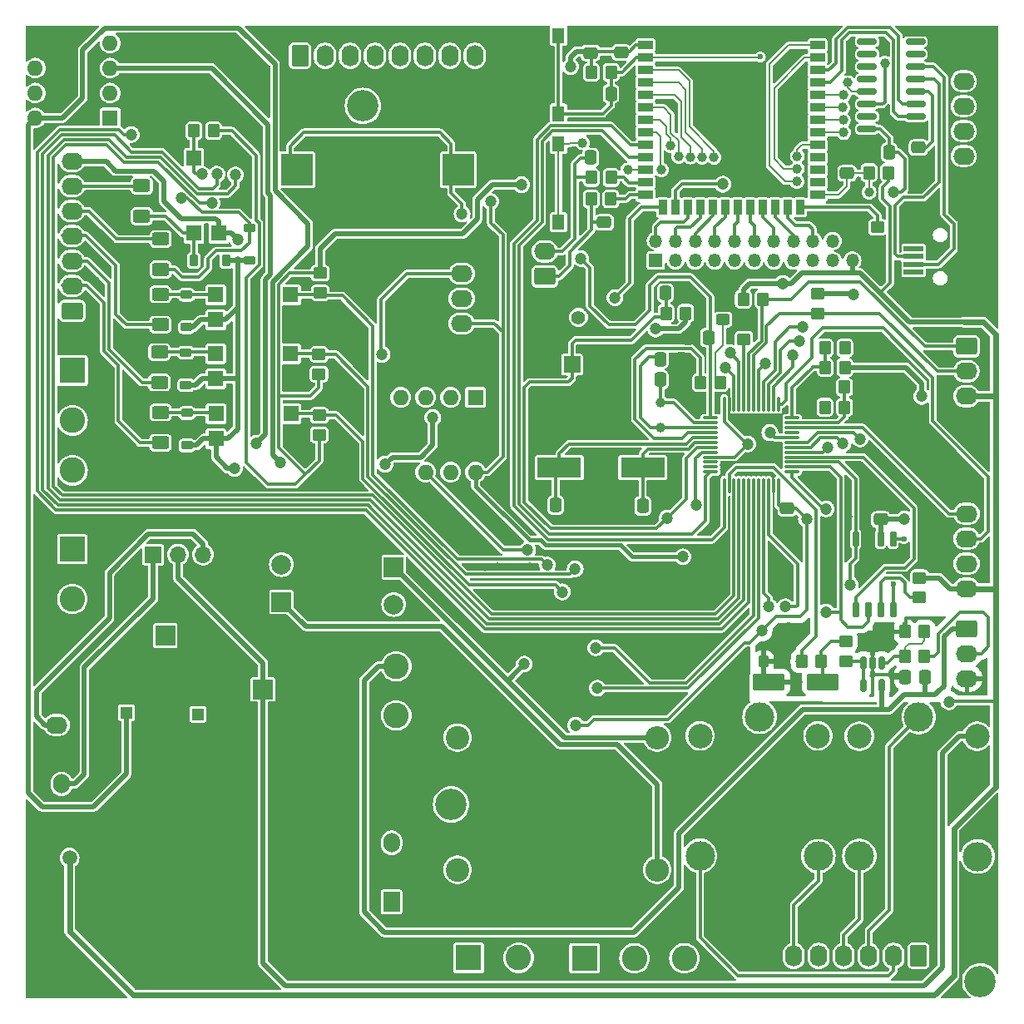
<source format=gbr>
%TF.GenerationSoftware,KiCad,Pcbnew,8.0.2-8.0.2-0~ubuntu22.04.1*%
%TF.CreationDate,2024-05-24T16:28:22+03:30*%
%TF.ProjectId,test,74657374-2e6b-4696-9361-645f70636258,rev?*%
%TF.SameCoordinates,Original*%
%TF.FileFunction,Copper,L1,Top*%
%TF.FilePolarity,Positive*%
%FSLAX46Y46*%
G04 Gerber Fmt 4.6, Leading zero omitted, Abs format (unit mm)*
G04 Created by KiCad (PCBNEW 8.0.2-8.0.2-0~ubuntu22.04.1) date 2024-05-24 16:28:22*
%MOMM*%
%LPD*%
G01*
G04 APERTURE LIST*
G04 Aperture macros list*
%AMRoundRect*
0 Rectangle with rounded corners*
0 $1 Rounding radius*
0 $2 $3 $4 $5 $6 $7 $8 $9 X,Y pos of 4 corners*
0 Add a 4 corners polygon primitive as box body*
4,1,4,$2,$3,$4,$5,$6,$7,$8,$9,$2,$3,0*
0 Add four circle primitives for the rounded corners*
1,1,$1+$1,$2,$3*
1,1,$1+$1,$4,$5*
1,1,$1+$1,$6,$7*
1,1,$1+$1,$8,$9*
0 Add four rect primitives between the rounded corners*
20,1,$1+$1,$2,$3,$4,$5,0*
20,1,$1+$1,$4,$5,$6,$7,0*
20,1,$1+$1,$6,$7,$8,$9,0*
20,1,$1+$1,$8,$9,$2,$3,0*%
G04 Aperture macros list end*
%TA.AperFunction,SMDPad,CuDef*%
%ADD10RoundRect,0.150000X0.150000X-0.650000X0.150000X0.650000X-0.150000X0.650000X-0.150000X-0.650000X0*%
%TD*%
%TA.AperFunction,ComponentPad*%
%ADD11C,3.000000*%
%TD*%
%TA.AperFunction,ComponentPad*%
%ADD12C,2.500000*%
%TD*%
%TA.AperFunction,SMDPad,CuDef*%
%ADD13RoundRect,0.250000X0.337500X0.475000X-0.337500X0.475000X-0.337500X-0.475000X0.337500X-0.475000X0*%
%TD*%
%TA.AperFunction,SMDPad,CuDef*%
%ADD14RoundRect,0.250000X0.350000X0.450000X-0.350000X0.450000X-0.350000X-0.450000X0.350000X-0.450000X0*%
%TD*%
%TA.AperFunction,SMDPad,CuDef*%
%ADD15RoundRect,0.250000X-0.275000X-0.350000X0.275000X-0.350000X0.275000X0.350000X-0.275000X0.350000X0*%
%TD*%
%TA.AperFunction,ComponentPad*%
%ADD16C,2.000000*%
%TD*%
%TA.AperFunction,ComponentPad*%
%ADD17R,2.000000X2.000000*%
%TD*%
%TA.AperFunction,ComponentPad*%
%ADD18RoundRect,0.250000X0.845000X-0.620000X0.845000X0.620000X-0.845000X0.620000X-0.845000X-0.620000X0*%
%TD*%
%TA.AperFunction,ComponentPad*%
%ADD19O,2.190000X1.740000*%
%TD*%
%TA.AperFunction,SMDPad,CuDef*%
%ADD20RoundRect,0.250000X0.450000X-0.350000X0.450000X0.350000X-0.450000X0.350000X-0.450000X-0.350000X0*%
%TD*%
%TA.AperFunction,ComponentPad*%
%ADD21R,1.700000X2.000000*%
%TD*%
%TA.AperFunction,ComponentPad*%
%ADD22O,1.700000X2.000000*%
%TD*%
%TA.AperFunction,SMDPad,CuDef*%
%ADD23R,3.900000X3.900000*%
%TD*%
%TA.AperFunction,SMDPad,CuDef*%
%ADD24R,3.200000X3.200000*%
%TD*%
%TA.AperFunction,ComponentPad*%
%ADD25RoundRect,0.250000X0.620000X0.845000X-0.620000X0.845000X-0.620000X-0.845000X0.620000X-0.845000X0*%
%TD*%
%TA.AperFunction,ComponentPad*%
%ADD26O,1.740000X2.190000*%
%TD*%
%TA.AperFunction,ComponentPad*%
%ADD27RoundRect,0.250000X-0.845000X0.620000X-0.845000X-0.620000X0.845000X-0.620000X0.845000X0.620000X0*%
%TD*%
%TA.AperFunction,SMDPad,CuDef*%
%ADD28R,1.300000X1.550000*%
%TD*%
%TA.AperFunction,SMDPad,CuDef*%
%ADD29RoundRect,0.250000X-0.450000X0.350000X-0.450000X-0.350000X0.450000X-0.350000X0.450000X0.350000X0*%
%TD*%
%TA.AperFunction,SMDPad,CuDef*%
%ADD30RoundRect,0.250000X-0.475000X0.337500X-0.475000X-0.337500X0.475000X-0.337500X0.475000X0.337500X0*%
%TD*%
%TA.AperFunction,SMDPad,CuDef*%
%ADD31RoundRect,0.250000X-0.350000X-0.450000X0.350000X-0.450000X0.350000X0.450000X-0.350000X0.450000X0*%
%TD*%
%TA.AperFunction,SMDPad,CuDef*%
%ADD32R,4.500000X2.000000*%
%TD*%
%TA.AperFunction,SMDPad,CuDef*%
%ADD33R,1.600000X1.600000*%
%TD*%
%TA.AperFunction,ComponentPad*%
%ADD34C,1.400000*%
%TD*%
%TA.AperFunction,SMDPad,CuDef*%
%ADD35RoundRect,0.250000X0.475000X-0.337500X0.475000X0.337500X-0.475000X0.337500X-0.475000X-0.337500X0*%
%TD*%
%TA.AperFunction,ComponentPad*%
%ADD36C,2.600000*%
%TD*%
%TA.AperFunction,ComponentPad*%
%ADD37R,2.600000X2.600000*%
%TD*%
%TA.AperFunction,SMDPad,CuDef*%
%ADD38RoundRect,0.225000X-0.375000X0.225000X-0.375000X-0.225000X0.375000X-0.225000X0.375000X0.225000X0*%
%TD*%
%TA.AperFunction,ComponentPad*%
%ADD39C,2.400000*%
%TD*%
%TA.AperFunction,ComponentPad*%
%ADD40O,2.400000X2.400000*%
%TD*%
%TA.AperFunction,SMDPad,CuDef*%
%ADD41R,2.000000X0.500000*%
%TD*%
%TA.AperFunction,SMDPad,CuDef*%
%ADD42R,1.700000X2.000000*%
%TD*%
%TA.AperFunction,SMDPad,CuDef*%
%ADD43RoundRect,0.150000X0.825000X0.150000X-0.825000X0.150000X-0.825000X-0.150000X0.825000X-0.150000X0*%
%TD*%
%TA.AperFunction,SMDPad,CuDef*%
%ADD44RoundRect,0.250000X0.625000X-0.400000X0.625000X0.400000X-0.625000X0.400000X-0.625000X-0.400000X0*%
%TD*%
%TA.AperFunction,SMDPad,CuDef*%
%ADD45RoundRect,0.250000X1.400000X0.600000X-1.400000X0.600000X-1.400000X-0.600000X1.400000X-0.600000X0*%
%TD*%
%TA.AperFunction,SMDPad,CuDef*%
%ADD46RoundRect,0.225000X-0.225000X-0.375000X0.225000X-0.375000X0.225000X0.375000X-0.225000X0.375000X0*%
%TD*%
%TA.AperFunction,SMDPad,CuDef*%
%ADD47RoundRect,0.250000X-0.337500X-0.475000X0.337500X-0.475000X0.337500X0.475000X-0.337500X0.475000X0*%
%TD*%
%TA.AperFunction,ComponentPad*%
%ADD48R,1.200000X1.200000*%
%TD*%
%TA.AperFunction,ComponentPad*%
%ADD49C,1.200000*%
%TD*%
%TA.AperFunction,SMDPad,CuDef*%
%ADD50RoundRect,0.250000X-0.450000X0.325000X-0.450000X-0.325000X0.450000X-0.325000X0.450000X0.325000X0*%
%TD*%
%TA.AperFunction,ComponentPad*%
%ADD51R,1.600000X1.600000*%
%TD*%
%TA.AperFunction,ComponentPad*%
%ADD52O,1.600000X1.600000*%
%TD*%
%TA.AperFunction,SMDPad,CuDef*%
%ADD53RoundRect,0.250000X-0.625000X0.400000X-0.625000X-0.400000X0.625000X-0.400000X0.625000X0.400000X0*%
%TD*%
%TA.AperFunction,ComponentPad*%
%ADD54R,1.700000X1.700000*%
%TD*%
%TA.AperFunction,ComponentPad*%
%ADD55O,1.700000X1.700000*%
%TD*%
%TA.AperFunction,SMDPad,CuDef*%
%ADD56R,1.500000X0.900000*%
%TD*%
%TA.AperFunction,SMDPad,CuDef*%
%ADD57R,0.900000X1.500000*%
%TD*%
%TA.AperFunction,HeatsinkPad*%
%ADD58C,0.600000*%
%TD*%
%TA.AperFunction,SMDPad,CuDef*%
%ADD59RoundRect,0.075000X-0.662500X-0.075000X0.662500X-0.075000X0.662500X0.075000X-0.662500X0.075000X0*%
%TD*%
%TA.AperFunction,SMDPad,CuDef*%
%ADD60RoundRect,0.075000X-0.075000X-0.662500X0.075000X-0.662500X0.075000X0.662500X-0.075000X0.662500X0*%
%TD*%
%TA.AperFunction,SMDPad,CuDef*%
%ADD61RoundRect,0.150000X-0.150000X0.512500X-0.150000X-0.512500X0.150000X-0.512500X0.150000X0.512500X0*%
%TD*%
%TA.AperFunction,ComponentPad*%
%ADD62RoundRect,0.250000X-0.620000X-0.845000X0.620000X-0.845000X0.620000X0.845000X-0.620000X0.845000X0*%
%TD*%
%TA.AperFunction,ComponentPad*%
%ADD63C,1.000000*%
%TD*%
%TA.AperFunction,ComponentPad*%
%ADD64R,1.350000X1.350000*%
%TD*%
%TA.AperFunction,ComponentPad*%
%ADD65O,1.350000X1.350000*%
%TD*%
%TA.AperFunction,ViaPad*%
%ADD66C,3.200000*%
%TD*%
%TA.AperFunction,ViaPad*%
%ADD67C,0.500000*%
%TD*%
%TA.AperFunction,ViaPad*%
%ADD68C,1.200000*%
%TD*%
%TA.AperFunction,ViaPad*%
%ADD69C,0.800000*%
%TD*%
%TA.AperFunction,ViaPad*%
%ADD70C,1.000000*%
%TD*%
%TA.AperFunction,ViaPad*%
%ADD71C,1.500000*%
%TD*%
%TA.AperFunction,ViaPad*%
%ADD72C,0.600000*%
%TD*%
%TA.AperFunction,Conductor*%
%ADD73C,0.300000*%
%TD*%
%TA.AperFunction,Conductor*%
%ADD74C,0.200000*%
%TD*%
%TA.AperFunction,Conductor*%
%ADD75C,0.500000*%
%TD*%
%TA.AperFunction,Conductor*%
%ADD76C,0.400000*%
%TD*%
%TA.AperFunction,Conductor*%
%ADD77C,0.600000*%
%TD*%
G04 APERTURE END LIST*
D10*
%TO.P,flash1,1,SI*%
%TO.N,/SI*%
X84995000Y-59740000D03*
%TO.P,flash1,2,SCK*%
%TO.N,/SCK*%
X86265000Y-59740000D03*
%TO.P,flash1,3,~{RESET}*%
%TO.N,Net-(flash1-~{RESET})*%
X87535000Y-59740000D03*
%TO.P,flash1,4,~{CS}*%
%TO.N,/CS*%
X88805000Y-59740000D03*
%TO.P,flash1,5,~{WP}*%
%TO.N,Net-(flash1-~{WP})*%
X88805000Y-52540000D03*
%TO.P,flash1,6,VCC*%
%TO.N,/+3.3V*%
X87535000Y-52540000D03*
%TO.P,flash1,7,GND*%
%TO.N,GND*%
X86265000Y-52540000D03*
%TO.P,flash1,8,SO*%
%TO.N,/SO*%
X84995000Y-52540000D03*
%TD*%
D11*
%TO.P,relay2,1*%
%TO.N,/RELOUT22*%
X75210000Y-70640000D03*
D12*
%TO.P,relay2,2*%
%TO.N,Net-(dr2-A)*%
X69160000Y-72590000D03*
D11*
%TO.P,relay2,3*%
%TO.N,/RELOUT21*%
X69160000Y-84790000D03*
%TO.P,relay2,4*%
%TO.N,/NOC2*%
X81210000Y-84840000D03*
D12*
%TO.P,relay2,5*%
%TO.N,/+24V*%
X81160000Y-72590000D03*
%TD*%
D13*
%TO.P,clse2,1*%
%TO.N,GND*%
X67187500Y-36340000D03*
%TO.P,clse2,2*%
%TO.N,Net-(mcu1-PC13)*%
X65112500Y-36340000D03*
%TD*%
D14*
%TO.P,rms2,1*%
%TO.N,/PF7*%
X83900000Y-33100000D03*
%TO.P,rms2,2*%
%TO.N,Net-(mcu1-PF7)*%
X81900000Y-33100000D03*
%TD*%
D15*
%TO.P,L1,1,1*%
%TO.N,GND*%
X73350000Y-65000000D03*
%TO.P,L1,2,2*%
%TO.N,AGND*%
X75650000Y-65000000D03*
%TD*%
D16*
%TO.P,crs2,2*%
%TO.N,GND*%
X18530000Y-62380000D03*
D17*
%TO.P,crs2,1*%
%TO.N,/+5V*%
X14730000Y-62380000D03*
%TD*%
D18*
%TO.P,usb1,1,Pin_1*%
%TO.N,Net-(usb1-Pin_1)*%
X53360000Y-25840000D03*
D19*
%TO.P,usb1,2,Pin_2*%
%TO.N,Net-(usb1-Pin_2)*%
X53360000Y-23300000D03*
%TD*%
D20*
%TO.P,r8,1*%
%TO.N,/D24_IN4*%
X30500000Y-27500000D03*
%TO.P,r8,2*%
%TO.N,/+3.3V*%
X30500000Y-25500000D03*
%TD*%
D21*
%TO.P,PS1,1,AC/L*%
%TO.N,/L*%
X37757500Y-89487500D03*
D22*
%TO.P,PS1,2,AC/N*%
%TO.N,/N*%
X37757500Y-83487500D03*
%TO.P,PS1,3,-Vout*%
%TO.N,GND*%
X4157500Y-95487500D03*
%TO.P,PS1,4,+Vout*%
%TO.N,Net-(PS1-+Vout)*%
X4157500Y-77487500D03*
%TD*%
D23*
%TO.P,BAT1,-*%
%TO.N,GND*%
X36340000Y-14970000D03*
D24*
%TO.P,BAT1,+$2*%
%TO.N,/VBAT*%
X44540000Y-14970000D03*
%TO.P,BAT1,+$1*%
X28140000Y-14970000D03*
%TD*%
D25*
%TO.P,Relay Out,1,Pin_1*%
%TO.N,/RELOUT22*%
X91400000Y-95000000D03*
D26*
%TO.P,Relay Out,2,Pin_2*%
%TO.N,/RELOUT21*%
X88860000Y-95000000D03*
%TO.P,Relay Out,3,Pin_3*%
%TO.N,/RELOUT12*%
X86320000Y-95000000D03*
%TO.P,Relay Out,4,Pin_4*%
%TO.N,/RELOUT11*%
X83780000Y-95000000D03*
%TO.P,Relay Out,5,Pin_5*%
%TO.N,/NOC1*%
X81240000Y-95000000D03*
%TO.P,Relay Out,6,Pin_6*%
%TO.N,/NOC2*%
X78700000Y-95000000D03*
%TD*%
D18*
%TO.P,DIN,1,Pin_1*%
%TO.N,/DI1*%
X5250000Y-29340000D03*
D19*
%TO.P,DIN,2,Pin_2*%
%TO.N,/DI2*%
X5250000Y-26800000D03*
%TO.P,DIN,3,Pin_3*%
%TO.N,/DI3*%
X5250000Y-24260000D03*
%TO.P,DIN,4,Pin_4*%
%TO.N,/DI4*%
X5250000Y-21720000D03*
%TO.P,DIN,5,Pin_5*%
%TO.N,/DI5*%
X5250000Y-19180000D03*
%TO.P,DIN,6,Pin_6*%
%TO.N,/DI6*%
X5250000Y-16640000D03*
%TO.P,DIN,7,Pin_7*%
%TO.N,IGND*%
X5250000Y-14100000D03*
%TD*%
D17*
%TO.P,crs1,1*%
%TO.N,/+24V*%
X24670000Y-67850000D03*
D16*
%TO.P,crs1,2*%
%TO.N,GND*%
X28470000Y-67850000D03*
%TD*%
D14*
%TO.P,rres1,1*%
%TO.N,/+3.3V*%
X67690000Y-29590000D03*
%TO.P,rres1,2*%
%TO.N,/RESET*%
X65690000Y-29590000D03*
%TD*%
D27*
%TO.P,eprg1,1,Pin_1*%
%TO.N,GND*%
X96000000Y-3420000D03*
D19*
%TO.P,eprg1,2,Pin_2*%
%TO.N,/TMS*%
X96000000Y-5960000D03*
%TO.P,eprg1,3,Pin_3*%
%TO.N,/TDI*%
X96000000Y-8500000D03*
%TO.P,eprg1,4,Pin_4*%
%TO.N,/TDO*%
X96000000Y-11040000D03*
%TO.P,eprg1,5,Pin_5*%
%TO.N,/TCK*%
X96000000Y-13580000D03*
%TD*%
D28*
%TO.P,SWB1,1,1*%
%TO.N,GND*%
X50250000Y-20295000D03*
X50250000Y-12345000D03*
%TO.P,SWB1,2,2*%
%TO.N,/ESP_GPIO_0*%
X54750000Y-20295000D03*
X54750000Y-12345000D03*
%TD*%
D14*
%TO.P,ra1,1*%
%TO.N,/AIN1*%
X92000000Y-64480000D03*
%TO.P,ra1,2*%
%TO.N,Net-(U4-+)*%
X90000000Y-64480000D03*
%TD*%
%TO.P,jadc1,1*%
%TO.N,Net-(dz1-K)*%
X81500000Y-65000000D03*
%TO.P,jadc1,2*%
%TO.N,/ADC_IN1*%
X79500000Y-65000000D03*
%TD*%
D29*
%TO.P,r16,1*%
%TO.N,/D24_IN2*%
X30415000Y-39965000D03*
%TO.P,r16,2*%
%TO.N,/+3.3V*%
X30415000Y-41965000D03*
%TD*%
D30*
%TO.P,cf1,1*%
%TO.N,GND*%
X87550000Y-48482500D03*
%TO.P,cf1,2*%
%TO.N,/+3.3V*%
X87550000Y-50557500D03*
%TD*%
D31*
%TO.P,r14,1*%
%TO.N,/D05_IN6*%
X17652500Y-11005000D03*
%TO.P,r14,2*%
%TO.N,/+3.3V*%
X19652500Y-11005000D03*
%TD*%
D29*
%TO.P,rboot1,1*%
%TO.N,GND*%
X73620000Y-30210000D03*
%TO.P,rboot1,2*%
%TO.N,Net-(mcu1-BOOT0)*%
X73620000Y-32210000D03*
%TD*%
D32*
%TO.P,hse1,1,1*%
%TO.N,Net-(mcu1-PF1)*%
X63330000Y-45280000D03*
%TO.P,hse1,2,2*%
%TO.N,Net-(mcu1-PF0)*%
X54830000Y-45280000D03*
%TD*%
D33*
%TO.P,in6,1*%
%TO.N,Net-(di6-K)*%
X17642500Y-21435000D03*
%TO.P,in6,2*%
%TO.N,IGND*%
X20182500Y-21435000D03*
%TO.P,in6,3*%
%TO.N,GND*%
X20182500Y-13815000D03*
%TO.P,in6,4*%
%TO.N,/D05_IN6*%
X17642500Y-13815000D03*
%TD*%
D29*
%TO.P,i2c2,1*%
%TO.N,/+3.3V*%
X81110000Y-27580000D03*
%TO.P,i2c2,2*%
%TO.N,/MCU_SCL*%
X81110000Y-29580000D03*
%TD*%
D34*
%TO.P,IO3S,1,A*%
%TO.N,GND*%
X54250000Y-30000000D03*
%TO.P,IO3S,2,B*%
%TO.N,Net-(U1-IO3)*%
X56790000Y-30000000D03*
%TD*%
D14*
%TO.P,ebp1,1*%
%TO.N,/+3.3V*%
X88350000Y-15270000D03*
%TO.P,ebp1,2*%
%TO.N,/ESP_GPIO_0*%
X86350000Y-15270000D03*
%TD*%
D29*
%TO.P,rf2,1*%
%TO.N,/+3.3V*%
X91500000Y-56500000D03*
%TO.P,rf2,2*%
%TO.N,Net-(flash1-~{RESET})*%
X91500000Y-58500000D03*
%TD*%
D35*
%TO.P,cch2,1*%
%TO.N,GND*%
X91380000Y-14787500D03*
%TO.P,cch2,2*%
%TO.N,Net-(CH340-V3)*%
X91380000Y-12712500D03*
%TD*%
D36*
%TO.P,thermo,2,Pin_2*%
%TO.N,Net-(U6-T+)*%
X5270000Y-58660000D03*
D37*
%TO.P,thermo,1,Pin_1*%
%TO.N,Net-(U6-T-)*%
X5270000Y-53580000D03*
%TD*%
D38*
%TO.P,di4,1,K*%
%TO.N,Net-(di4-K)*%
X16885000Y-27692500D03*
%TO.P,di4,2,A*%
%TO.N,IGND*%
X16885000Y-30992500D03*
%TD*%
D30*
%TO.P,cu1,1*%
%TO.N,Net-(usb1-Pin_1)*%
X59400000Y-20332500D03*
%TO.P,cu1,2*%
%TO.N,GND*%
X59400000Y-22407500D03*
%TD*%
D13*
%TO.P,cr1,1*%
%TO.N,/ESP_EN*%
X60097500Y-7230000D03*
%TO.P,cr1,2*%
%TO.N,GND*%
X58022500Y-7230000D03*
%TD*%
D11*
%TO.P,relay1,1*%
%TO.N,/RELOUT12*%
X91420000Y-70670000D03*
D12*
%TO.P,relay1,2*%
%TO.N,Net-(dr1-A)*%
X85370000Y-72620000D03*
D11*
%TO.P,relay1,3*%
%TO.N,/RELOUT11*%
X85370000Y-84820000D03*
%TO.P,relay1,4*%
%TO.N,/NOC1*%
X97420000Y-84870000D03*
D12*
%TO.P,relay1,5*%
%TO.N,/+24V*%
X97370000Y-72620000D03*
%TD*%
D39*
%TO.P,rb2,1*%
%TO.N,Net-(bridge2-+)*%
X44480000Y-72770000D03*
D40*
%TO.P,rb2,2*%
%TO.N,Net-(cr2-Pad1)*%
X64800000Y-72770000D03*
%TD*%
D41*
%TO.P,espprg,1,VBUS*%
%TO.N,unconnected-(chusb1-VBUS-Pad1)*%
X90895000Y-25410000D03*
%TO.P,espprg,2,D-*%
%TO.N,/CHD-*%
X90895000Y-24610000D03*
%TO.P,espprg,3,D+*%
%TO.N,/CHD+*%
X90895000Y-23810000D03*
%TO.P,espprg,4,ID*%
%TO.N,unconnected-(chusb1-ID-Pad4)*%
X90895000Y-23010000D03*
%TO.P,espprg,5,GND*%
%TO.N,GND*%
X90895000Y-22210000D03*
D42*
%TO.P,espprg,6,Shield*%
X90995000Y-28260000D03*
X96445000Y-28260000D03*
X90995000Y-19360000D03*
X96445000Y-19360000D03*
%TD*%
D27*
%TO.P,stprg,1,Pin_1*%
%TO.N,GND*%
X96290000Y-47440000D03*
D19*
%TO.P,stprg,2,Pin_2*%
%TO.N,/SWDIO*%
X96290000Y-49980000D03*
%TO.P,stprg,3,Pin_3*%
%TO.N,/SWCLK*%
X96290000Y-52520000D03*
%TO.P,stprg,4,Pin_4*%
%TO.N,/RESET*%
X96290000Y-55060000D03*
%TO.P,stprg,5,Pin_5*%
%TO.N,/+3.3V*%
X96290000Y-57600000D03*
%TD*%
D43*
%TO.P,CH340,16,VCC*%
%TO.N,/+5V*%
X86150000Y-10830000D03*
%TO.P,CH340,15,R232*%
%TO.N,unconnected-(CH340-R232-Pad15)*%
X86150000Y-9560000D03*
%TO.P,CH340,14,~{RTS}*%
%TO.N,/RTS*%
X86150000Y-8290000D03*
%TO.P,CH340,13,~{DTR}*%
%TO.N,/DTR*%
X86150000Y-7020000D03*
%TO.P,CH340,12,~{DCD}*%
%TO.N,unconnected-(CH340-~{DCD}-Pad12)*%
X86150000Y-5750000D03*
%TO.P,CH340,11,~{RI}*%
%TO.N,unconnected-(CH340-~{RI}-Pad11)*%
X86150000Y-4480000D03*
%TO.P,CH340,10,~{DSR}*%
%TO.N,unconnected-(CH340-~{DSR}-Pad10)*%
X86150000Y-3210000D03*
%TO.P,CH340,9,~{CTS}*%
%TO.N,unconnected-(CH340-~{CTS}-Pad9)*%
X86150000Y-1940000D03*
%TO.P,CH340,8,~{OUT}/~{DTR}*%
%TO.N,unconnected-(CH340-~{OUT}{slash}~{DTR}-Pad8)*%
X91100000Y-1940000D03*
%TO.P,CH340,7,NC*%
%TO.N,unconnected-(CH340-NC-Pad7)*%
X91100000Y-3210000D03*
%TO.P,CH340,6,UD-*%
%TO.N,/CHD-*%
X91100000Y-4480000D03*
%TO.P,CH340,5,UD+*%
%TO.N,/CHD+*%
X91100000Y-5750000D03*
%TO.P,CH340,4,V3*%
%TO.N,Net-(CH340-V3)*%
X91100000Y-7020000D03*
%TO.P,CH340,3,RXD*%
%TO.N,/CHRXD*%
X91100000Y-8290000D03*
%TO.P,CH340,2,TXD*%
%TO.N,/CHTXD*%
X91100000Y-9560000D03*
%TO.P,CH340,1,GND*%
%TO.N,GND*%
X91100000Y-10830000D03*
%TD*%
D44*
%TO.P,r4,1*%
%TO.N,/DI4*%
X14235000Y-30745000D03*
%TO.P,r4,2*%
%TO.N,Net-(di4-K)*%
X14235000Y-27645000D03*
%TD*%
D17*
%TO.P,cr3,1*%
%TO.N,Net-(cr3-Pad1)*%
X26550000Y-58965354D03*
D16*
%TO.P,cr3,2*%
%TO.N,Net-(bridge1--)*%
X26550000Y-55165354D03*
%TD*%
D45*
%TO.P,dz1,1,K*%
%TO.N,Net-(dz1-K)*%
X81677500Y-67107831D03*
%TO.P,dz1,2,A*%
%TO.N,AGND*%
X76177500Y-67107831D03*
%TD*%
D20*
%TO.P,ra5,1*%
%TO.N,Net-(U4--)*%
X84000000Y-65000000D03*
%TO.P,ra5,2*%
%TO.N,Net-(dz1-K)*%
X84000000Y-63000000D03*
%TD*%
D31*
%TO.P,rled1,1*%
%TO.N,/LED*%
X69190000Y-36640000D03*
%TO.P,rled1,2*%
%TO.N,Net-(D1-A)*%
X71190000Y-36640000D03*
%TD*%
D46*
%TO.P,di6,1,K*%
%TO.N,Net-(di6-K)*%
X17640000Y-24220000D03*
%TO.P,di6,2,A*%
%TO.N,IGND*%
X20940000Y-24220000D03*
%TD*%
D47*
%TO.P,cres1,1*%
%TO.N,/RESET*%
X65632500Y-27510000D03*
%TO.P,cres1,2*%
%TO.N,GND*%
X67707500Y-27510000D03*
%TD*%
D38*
%TO.P,di8,1,K*%
%TO.N,Net-(di8-K)*%
X16945000Y-39732500D03*
%TO.P,di8,2,A*%
%TO.N,IGND*%
X16945000Y-43032500D03*
%TD*%
D48*
%TO.P,C2,1*%
%TO.N,/+3.3V*%
X18040000Y-70390000D03*
D49*
%TO.P,C2,2*%
%TO.N,GND*%
X19540000Y-70390000D03*
%TD*%
D37*
%TO.P,220in1,1,Pin_1*%
%TO.N,/IN220_2L*%
X57410000Y-95230000D03*
D36*
%TO.P,220in1,2,Pin_2*%
%TO.N,/IN220N*%
X62490000Y-95230000D03*
%TO.P,220in1,3,Pin_3*%
%TO.N,/IN220_1L*%
X67570000Y-95230000D03*
%TD*%
D33*
%TO.P,in3,1*%
%TO.N,Net-(di3-K)*%
X19845000Y-33695000D03*
%TO.P,in3,2*%
%TO.N,IGND*%
X19845000Y-36235000D03*
%TO.P,in3,3*%
%TO.N,GND*%
X27465000Y-36235000D03*
%TO.P,in3,4*%
%TO.N,/D24_IN3*%
X27465000Y-33695000D03*
%TD*%
D31*
%TO.P,rms3,1*%
%TO.N,/PF6*%
X81860000Y-39150000D03*
%TO.P,rms3,2*%
%TO.N,Net-(mcu1-PF6)*%
X83860000Y-39150000D03*
%TD*%
D13*
%TO.P,chse2,1*%
%TO.N,GND*%
X56540000Y-49100000D03*
%TO.P,chse2,2*%
%TO.N,Net-(mcu1-PF0)*%
X54465000Y-49100000D03*
%TD*%
D35*
%TO.P,ce1,1*%
%TO.N,/+3.3V*%
X61120000Y-3027500D03*
%TO.P,ce1,2*%
%TO.N,GND*%
X61120000Y-952500D03*
%TD*%
D50*
%TO.P,D1,1,K*%
%TO.N,GND*%
X71480000Y-28190000D03*
%TO.P,D1,2,A*%
%TO.N,Net-(D1-A)*%
X71480000Y-30240000D03*
%TD*%
D51*
%TO.P,HS2,1,NC*%
%TO.N,unconnected-(HS2-NC-Pad1)*%
X46310000Y-38132500D03*
D52*
%TO.P,HS2,2,A*%
%TO.N,Net-(HS2-A)*%
X43770000Y-38132500D03*
%TO.P,HS2,3,C*%
%TO.N,IGND*%
X41230000Y-38132500D03*
%TO.P,HS2,4,NC*%
%TO.N,unconnected-(HS2-NC-Pad4)*%
X38690000Y-38132500D03*
%TO.P,HS2,5,GND*%
%TO.N,GND*%
X38690000Y-45752500D03*
%TO.P,HS2,6,VO*%
%TO.N,/D24_IN1*%
X41230000Y-45752500D03*
%TO.P,HS2,7,EN*%
%TO.N,unconnected-(HS2-EN-Pad7)*%
X43770000Y-45752500D03*
%TO.P,HS2,8,VCC*%
%TO.N,/+5V*%
X46310000Y-45752500D03*
%TD*%
D28*
%TO.P,SWE1,1,1*%
%TO.N,GND*%
X50250000Y-9255000D03*
X50250000Y-1305000D03*
%TO.P,SWE1,2,2*%
%TO.N,/ESP_EN*%
X54750000Y-9255000D03*
X54750000Y-1305000D03*
%TD*%
D53*
%TO.P,r9,1*%
%TO.N,/DI5*%
X14260000Y-22030000D03*
%TO.P,r9,2*%
%TO.N,Net-(HS1-A)*%
X14260000Y-25130000D03*
%TD*%
D33*
%TO.P,in8,1*%
%TO.N,Net-(di8-K)*%
X19885000Y-39805000D03*
%TO.P,in8,2*%
%TO.N,IGND*%
X19885000Y-42345000D03*
%TO.P,in8,3*%
%TO.N,GND*%
X27505000Y-42345000D03*
%TO.P,in8,4*%
%TO.N,/D24_IN2*%
X27505000Y-39805000D03*
%TD*%
D37*
%TO.P,acin1,1,Pin_1*%
%TO.N,/N*%
X45615000Y-95180000D03*
D36*
%TO.P,acin1,2,Pin_2*%
%TO.N,/L*%
X50695000Y-95180000D03*
%TD*%
D35*
%TO.P,crp1,1*%
%TO.N,/ESP_GPIO_0*%
X84120000Y-15337500D03*
%TO.P,crp1,2*%
%TO.N,GND*%
X84120000Y-13262500D03*
%TD*%
D13*
%TO.P,cb1,1*%
%TO.N,/VBAT*%
X70017500Y-32060000D03*
%TO.P,cb1,2*%
%TO.N,GND*%
X67942500Y-32060000D03*
%TD*%
D29*
%TO.P,ebp3,1*%
%TO.N,Net-(U1-IO45)*%
X87220000Y-20830000D03*
%TO.P,ebp3,2*%
%TO.N,GND*%
X87220000Y-22830000D03*
%TD*%
D38*
%TO.P,di3,1,K*%
%TO.N,Net-(di3-K)*%
X16820000Y-33590000D03*
%TO.P,di3,2,A*%
%TO.N,IGND*%
X16820000Y-36890000D03*
%TD*%
D27*
%TO.P,OLED1,1,Pin_1*%
%TO.N,/MCU_SDA*%
X96270000Y-32950000D03*
D19*
%TO.P,OLED1,2,Pin_2*%
%TO.N,/MCU_SCL*%
X96270000Y-35490000D03*
%TO.P,OLED1,3,Pin_3*%
%TO.N,/+3.3V*%
X96270000Y-38030000D03*
%TO.P,OLED1,4,Pin_4*%
%TO.N,GND*%
X96270000Y-40570000D03*
%TD*%
D30*
%TO.P,cm1,1*%
%TO.N,/+3.3V*%
X78020000Y-49432500D03*
%TO.P,cm1,2*%
%TO.N,GND*%
X78020000Y-51507500D03*
%TD*%
D54*
%TO.P,mcur1,1,Pin_1*%
%TO.N,/RESET*%
X56125000Y-34820000D03*
D55*
%TO.P,mcur1,2,Pin_2*%
%TO.N,GND*%
X58665000Y-34820000D03*
%TD*%
D29*
%TO.P,r7,1*%
%TO.N,/D24_IN3*%
X30375000Y-33765000D03*
%TO.P,r7,2*%
%TO.N,/+3.3V*%
X30375000Y-35765000D03*
%TD*%
D44*
%TO.P,r12,1*%
%TO.N,/DI2*%
X14245000Y-42765000D03*
%TO.P,r12,2*%
%TO.N,Net-(di8-K)*%
X14245000Y-39665000D03*
%TD*%
D56*
%TO.P,U1,1,GND*%
%TO.N,GND*%
X63610000Y-1040000D03*
%TO.P,U1,2,3V3*%
%TO.N,/+3.3V*%
X63610000Y-2310000D03*
%TO.P,U1,3,EN*%
%TO.N,/ESP_EN*%
X63610000Y-3580000D03*
%TO.P,U1,4,IO4*%
%TO.N,/ESP_IO4*%
X63610000Y-4850000D03*
%TO.P,U1,5,IO5*%
%TO.N,/ESP_IO5*%
X63610000Y-6120000D03*
%TO.P,U1,6,IO6*%
%TO.N,/ESP_IO6*%
X63610000Y-7390000D03*
%TO.P,U1,7,IO7*%
%TO.N,/ESP_IO7*%
X63610000Y-8660000D03*
%TO.P,U1,8,IO15*%
%TO.N,/ESP_IO15*%
X63610000Y-9930000D03*
%TO.P,U1,9,IO16*%
%TO.N,/ESP_IO16*%
X63610000Y-11200000D03*
%TO.P,U1,10,IO17*%
%TO.N,/ESP_MCU_TX*%
X63610000Y-12470000D03*
%TO.P,U1,11,IO18*%
%TO.N,/ESP_MCU_RX*%
X63610000Y-13740000D03*
%TO.P,U1,12,IO8*%
%TO.N,/ESP_IO8*%
X63610000Y-15010000D03*
%TO.P,U1,13,IO19*%
%TO.N,/D-*%
X63610000Y-16280000D03*
%TO.P,U1,14,IO20*%
%TO.N,/D+*%
X63610000Y-17550000D03*
D57*
%TO.P,U1,15,IO3*%
%TO.N,Net-(U1-IO3)*%
X65375000Y-18800000D03*
%TO.P,U1,16,IO46*%
%TO.N,Net-(U1-IO46)*%
X66645000Y-18800000D03*
%TO.P,U1,17,IO9*%
%TO.N,/ESP_IO9*%
X67915000Y-18800000D03*
%TO.P,U1,18,IO10*%
%TO.N,/ESP_IO10*%
X69185000Y-18800000D03*
%TO.P,U1,19,IO11*%
%TO.N,/ESP_IO11*%
X70455000Y-18800000D03*
%TO.P,U1,20,IO12*%
%TO.N,/ESP_IO12*%
X71725000Y-18800000D03*
%TO.P,U1,21,IO13*%
%TO.N,/ESP_IO13*%
X72995000Y-18800000D03*
%TO.P,U1,22,IO14*%
%TO.N,/ESP_IO14*%
X74265000Y-18800000D03*
%TO.P,U1,23,IO21*%
%TO.N,/ESP_IO21*%
X75535000Y-18800000D03*
%TO.P,U1,24,IO47*%
%TO.N,/ESP_IO47*%
X76805000Y-18800000D03*
%TO.P,U1,25,IO48*%
%TO.N,/ESP_IO48*%
X78075000Y-18800000D03*
%TO.P,U1,26,IO45*%
%TO.N,Net-(U1-IO45)*%
X79345000Y-18800000D03*
D56*
%TO.P,U1,27,IO0*%
%TO.N,/ESP_GPIO_0*%
X81110000Y-17550000D03*
%TO.P,U1,28,IO35*%
%TO.N,unconnected-(U1-IO35-Pad28)*%
X81110000Y-16280000D03*
%TO.P,U1,29,IO36*%
%TO.N,unconnected-(U1-IO36-Pad29)*%
X81110000Y-15010000D03*
%TO.P,U1,30,IO37*%
%TO.N,unconnected-(U1-IO37-Pad30)*%
X81110000Y-13740000D03*
%TO.P,U1,31,IO38*%
%TO.N,/ESP_IO38*%
X81110000Y-12470000D03*
%TO.P,U1,32,IO39*%
%TO.N,/TCK*%
X81110000Y-11200000D03*
%TO.P,U1,33,IO40*%
%TO.N,/TDO*%
X81110000Y-9930000D03*
%TO.P,U1,34,IO41*%
%TO.N,/TDI*%
X81110000Y-8660000D03*
%TO.P,U1,35,IO42*%
%TO.N,/TMS*%
X81110000Y-7390000D03*
%TO.P,U1,36,RXD0*%
%TO.N,/CHTXD*%
X81110000Y-6120000D03*
%TO.P,U1,37,TXD0*%
%TO.N,/CHRXD*%
X81110000Y-4850000D03*
%TO.P,U1,38,IO2*%
%TO.N,/ESP_IO2*%
X81110000Y-3580000D03*
%TO.P,U1,39,IO1*%
%TO.N,/ESP_IO1*%
X81110000Y-2310000D03*
%TO.P,U1,40,GND*%
%TO.N,GND*%
X81110000Y-1040000D03*
D58*
%TO.P,U1,41,GND*%
X69460000Y-8060000D03*
X69460000Y-9460000D03*
X70160000Y-7360000D03*
X70160000Y-8760000D03*
X70160000Y-10160000D03*
X70860000Y-8060000D03*
D23*
X70860000Y-8760000D03*
D58*
X70860000Y-9460000D03*
X71560000Y-7360000D03*
X71560000Y-8760000D03*
X71560000Y-10160000D03*
X72260000Y-8060000D03*
X72260000Y-9460000D03*
%TD*%
D38*
%TO.P,di5,1,K*%
%TO.N,Net-(HS1-A)*%
X23340000Y-20880000D03*
%TO.P,di5,2,A*%
%TO.N,IGND*%
X23340000Y-24180000D03*
%TD*%
D14*
%TO.P,rms1,2*%
%TO.N,Net-(mcu1-PF7)*%
X81900000Y-35100000D03*
%TO.P,rms1,1*%
%TO.N,/+3.3V*%
X83900000Y-35100000D03*
%TD*%
D59*
%TO.P,mcu1,1,VBAT*%
%TO.N,/VBAT*%
X70207500Y-40230000D03*
%TO.P,mcu1,2,PC13*%
%TO.N,Net-(mcu1-PC13)*%
X70207500Y-40730000D03*
%TO.P,mcu1,3,PC14*%
%TO.N,Net-(mcu1-PC14)*%
X70207500Y-41230000D03*
%TO.P,mcu1,4,PC15*%
%TO.N,/LED*%
X70207500Y-41730000D03*
%TO.P,mcu1,5,PF0*%
%TO.N,Net-(mcu1-PF0)*%
X70207500Y-42230000D03*
%TO.P,mcu1,6,PF1*%
%TO.N,Net-(mcu1-PF1)*%
X70207500Y-42730000D03*
%TO.P,mcu1,7,NRST*%
%TO.N,/RESET*%
X70207500Y-43230000D03*
%TO.P,mcu1,8,VSSA*%
%TO.N,AGND*%
X70207500Y-43730000D03*
%TO.P,mcu1,9,VDDA*%
%TO.N,/+3.3V*%
X70207500Y-44230000D03*
%TO.P,mcu1,10,PA0*%
%TO.N,unconnected-(mcu1-PA0-Pad10)*%
X70207500Y-44730000D03*
%TO.P,mcu1,11,PA1*%
%TO.N,unconnected-(mcu1-PA1-Pad11)*%
X70207500Y-45230000D03*
%TO.P,mcu1,12,PA2*%
%TO.N,/ESP_MCU_RX*%
X70207500Y-45730000D03*
D60*
%TO.P,mcu1,13,PA3*%
%TO.N,/ESP_MCU_TX*%
X71620000Y-47142500D03*
%TO.P,mcu1,14,PA4*%
%TO.N,/ADC_IN1*%
X72120000Y-47142500D03*
%TO.P,mcu1,15,PA5*%
%TO.N,/MDO1*%
X72620000Y-47142500D03*
%TO.P,mcu1,16,PA6*%
%TO.N,/MDO2*%
X73120000Y-47142500D03*
%TO.P,mcu1,17,PA7*%
%TO.N,/MDO3*%
X73620000Y-47142500D03*
%TO.P,mcu1,18,PB0*%
%TO.N,/MDO4*%
X74120000Y-47142500D03*
%TO.P,mcu1,19,PB1*%
%TO.N,/D220_IN1*%
X74620000Y-47142500D03*
%TO.P,mcu1,20,PB2*%
%TO.N,/D220_IN2*%
X75120000Y-47142500D03*
%TO.P,mcu1,21,PB10*%
%TO.N,/rlo2*%
X75620000Y-47142500D03*
%TO.P,mcu1,22,PB11*%
%TO.N,/rlo1*%
X76120000Y-47142500D03*
%TO.P,mcu1,23,VSS*%
%TO.N,GND*%
X76620000Y-47142500D03*
%TO.P,mcu1,24,VDD*%
%TO.N,/+3.3V*%
X77120000Y-47142500D03*
D59*
%TO.P,mcu1,25,PB12*%
%TO.N,/CS*%
X78532500Y-45730000D03*
%TO.P,mcu1,26,PB13*%
%TO.N,/SCK*%
X78532500Y-45230000D03*
%TO.P,mcu1,27,PB14*%
%TO.N,/SO*%
X78532500Y-44730000D03*
%TO.P,mcu1,28,PB15*%
%TO.N,/SI*%
X78532500Y-44230000D03*
%TO.P,mcu1,29,PA8*%
%TO.N,/RS_SEL*%
X78532500Y-43730000D03*
%TO.P,mcu1,30,PA9*%
%TO.N,/MCU_TX*%
X78532500Y-43230000D03*
%TO.P,mcu1,31,PA10*%
%TO.N,/MCU_RX*%
X78532500Y-42730000D03*
%TO.P,mcu1,32,PA11*%
%TO.N,/MXCS*%
X78532500Y-42230000D03*
%TO.P,mcu1,33,PA12*%
%TO.N,unconnected-(mcu1-PA12-Pad33)*%
X78532500Y-41730000D03*
%TO.P,mcu1,34,PA13*%
%TO.N,/SWDIO*%
X78532500Y-41230000D03*
%TO.P,mcu1,35,PF6*%
%TO.N,Net-(mcu1-PF6)*%
X78532500Y-40730000D03*
%TO.P,mcu1,36,PF7*%
%TO.N,Net-(mcu1-PF7)*%
X78532500Y-40230000D03*
D60*
%TO.P,mcu1,37,PA14*%
%TO.N,/SWCLK*%
X77120000Y-38817500D03*
%TO.P,mcu1,38,PA15*%
%TO.N,/D24_IN1*%
X76620000Y-38817500D03*
%TO.P,mcu1,39,PB3*%
%TO.N,/D24_IN4*%
X76120000Y-38817500D03*
%TO.P,mcu1,40,PB4*%
%TO.N,/D24_IN3*%
X75620000Y-38817500D03*
%TO.P,mcu1,41,PB5*%
%TO.N,/D24_IN2*%
X75120000Y-38817500D03*
%TO.P,mcu1,42,PB6*%
%TO.N,/MCU_SCL*%
X74620000Y-38817500D03*
%TO.P,mcu1,43,PB7*%
%TO.N,/MCU_SDA*%
X74120000Y-38817500D03*
%TO.P,mcu1,44,BOOT0*%
%TO.N,Net-(mcu1-BOOT0)*%
X73620000Y-38817500D03*
%TO.P,mcu1,45,PB8*%
%TO.N,/D05_IN6*%
X73120000Y-38817500D03*
%TO.P,mcu1,46,PB9*%
%TO.N,/D05_IN5*%
X72620000Y-38817500D03*
%TO.P,mcu1,47,VSS*%
%TO.N,GND*%
X72120000Y-38817500D03*
%TO.P,mcu1,48,VDD*%
%TO.N,/+3.3V*%
X71620000Y-38817500D03*
%TD*%
D13*
%TO.P,clse1,1*%
%TO.N,GND*%
X67207500Y-34240000D03*
%TO.P,clse1,2*%
%TO.N,Net-(mcu1-PC14)*%
X65132500Y-34240000D03*
%TD*%
%TO.P,c4,1*%
%TO.N,/+5V*%
X92097500Y-66620000D03*
%TO.P,c4,2*%
%TO.N,AGND*%
X90022500Y-66620000D03*
%TD*%
D36*
%TO.P,L24,1,1*%
%TO.N,/+5V*%
X38240000Y-65520000D03*
%TO.P,L24,2,2*%
%TO.N,Net-(Ds1-K)*%
X38240000Y-70520000D03*
%TD*%
D61*
%TO.P,U4,1,+*%
%TO.N,Net-(U4-+)*%
X87672500Y-65162500D03*
%TO.P,U4,2,V-*%
%TO.N,AGND*%
X86722500Y-65162500D03*
%TO.P,U4,3,-*%
%TO.N,Net-(U4--)*%
X85772500Y-65162500D03*
%TO.P,U4,4*%
X85772500Y-67437500D03*
%TO.P,U4,5,V+*%
%TO.N,/+5V*%
X87672500Y-67437500D03*
%TD*%
D35*
%TO.P,ce2,1*%
%TO.N,/+3.3V*%
X58000000Y-3087500D03*
%TO.P,ce2,2*%
%TO.N,GND*%
X58000000Y-1012500D03*
%TD*%
D27*
%TO.P,24in,1,Pin_1*%
%TO.N,GND*%
X3680000Y-68950000D03*
D19*
%TO.P,24in,2,Pin_2*%
%TO.N,Net-(pwr1-Pin_2)*%
X3680000Y-71490000D03*
%TD*%
D51*
%TO.P,HS1,1,NC*%
%TO.N,unconnected-(HS1-NC-Pad1)*%
X9120000Y-9710000D03*
D52*
%TO.P,HS1,2,A*%
%TO.N,Net-(HS1-A)*%
X9120000Y-7170000D03*
%TO.P,HS1,3,C*%
%TO.N,IGND*%
X9120000Y-4630000D03*
%TO.P,HS1,4,NC*%
%TO.N,unconnected-(HS1-NC-Pad4)*%
X9120000Y-2090000D03*
%TO.P,HS1,5,GND*%
%TO.N,GND*%
X1500000Y-2090000D03*
%TO.P,HS1,6,VO*%
%TO.N,/D05_IN5*%
X1500000Y-4630000D03*
%TO.P,HS1,7,EN*%
%TO.N,unconnected-(HS1-EN-Pad7)*%
X1500000Y-7170000D03*
%TO.P,HS1,8,VCC*%
%TO.N,/+5V*%
X1500000Y-9710000D03*
%TD*%
D33*
%TO.P,in4,1*%
%TO.N,Net-(di4-K)*%
X19875000Y-27705000D03*
%TO.P,in4,2*%
%TO.N,IGND*%
X19875000Y-30245000D03*
%TO.P,in4,3*%
%TO.N,GND*%
X27495000Y-30245000D03*
%TO.P,in4,4*%
%TO.N,/D24_IN4*%
X27495000Y-27705000D03*
%TD*%
D53*
%TO.P,r10,1*%
%TO.N,/DI6*%
X12330000Y-16610000D03*
%TO.P,r10,2*%
%TO.N,Net-(di6-K)*%
X12330000Y-19710000D03*
%TD*%
D47*
%TO.P,chse1,1*%
%TO.N,GND*%
X61252500Y-49180000D03*
%TO.P,chse1,2*%
%TO.N,Net-(mcu1-PF1)*%
X63327500Y-49180000D03*
%TD*%
D31*
%TO.P,ra3,1*%
%TO.N,AGND*%
X90000000Y-62000000D03*
%TO.P,ra3,2*%
%TO.N,Net-(U4-+)*%
X92000000Y-62000000D03*
%TD*%
D62*
%TO.P,DDO1,1,Pin_1*%
%TO.N,/COM4*%
X28440000Y-3380000D03*
D26*
%TO.P,DDO1,2,Pin_2*%
%TO.N,/DO4*%
X30980000Y-3380000D03*
%TO.P,DDO1,3,Pin_3*%
%TO.N,/COM3*%
X33520000Y-3380000D03*
%TO.P,DDO1,4,Pin_4*%
%TO.N,/DO3*%
X36060000Y-3380000D03*
%TO.P,DDO1,5,Pin_5*%
%TO.N,/DO2*%
X38600000Y-3380000D03*
%TO.P,DDO1,6,Pin_6*%
%TO.N,/COM2*%
X41140000Y-3380000D03*
%TO.P,DDO1,7,Pin_7*%
%TO.N,/DO1*%
X43680000Y-3380000D03*
%TO.P,DDO1,8,Pin_8*%
%TO.N,/COM1*%
X46220000Y-3380000D03*
%TD*%
D63*
%TO.P,lse1,1,1*%
%TO.N,Net-(mcu1-PC13)*%
X65160000Y-38700000D03*
%TO.P,lse1,2,2*%
%TO.N,Net-(mcu1-PC14)*%
X65160000Y-41240000D03*
%TD*%
D13*
%TO.P,cu2,1*%
%TO.N,GND*%
X60117500Y-13710000D03*
%TO.P,cu2,2*%
%TO.N,Net-(usb1-Pin_2)*%
X58042500Y-13710000D03*
%TD*%
D39*
%TO.P,rb1,1*%
%TO.N,Net-(bridge1-+)*%
X44480000Y-86220000D03*
D40*
%TO.P,rb1,2*%
%TO.N,Net-(cr3-Pad1)*%
X64800000Y-86220000D03*
%TD*%
D31*
%TO.P,i2c1,1*%
%TO.N,/+3.3V*%
X73560000Y-28160000D03*
%TO.P,i2c1,2*%
%TO.N,/MCU_SDA*%
X75560000Y-28160000D03*
%TD*%
D17*
%TO.P,cr2,1*%
%TO.N,Net-(cr2-Pad1)*%
X37980000Y-55430000D03*
D16*
%TO.P,cr2,2*%
%TO.N,Net-(bridge2--)*%
X37980000Y-59230000D03*
%TD*%
D37*
%TO.P,modbus,1,Pin_1*%
%TO.N,/RS485_BO*%
X5290000Y-35410000D03*
D36*
%TO.P,modbus,2,Pin_2*%
%TO.N,/RS485_AO*%
X5290000Y-40490000D03*
%TO.P,modbus,3,Pin_3*%
%TO.N,MGND*%
X5290000Y-45570000D03*
%TD*%
D14*
%TO.P,ru1,1*%
%TO.N,/D+*%
X60090000Y-17940000D03*
%TO.P,ru1,2*%
%TO.N,Net-(usb1-Pin_1)*%
X58090000Y-17940000D03*
%TD*%
D31*
%TO.P,er1,1*%
%TO.N,/+3.3V*%
X58100000Y-5060000D03*
%TO.P,er1,2*%
%TO.N,/ESP_EN*%
X60100000Y-5060000D03*
%TD*%
D13*
%TO.P,cch1,1*%
%TO.N,/+5V*%
X88437500Y-13210000D03*
%TO.P,cch1,2*%
%TO.N,GND*%
X86362500Y-13210000D03*
%TD*%
D44*
%TO.P,r3,1*%
%TO.N,/DI3*%
X14125000Y-36625000D03*
%TO.P,r3,2*%
%TO.N,Net-(di3-K)*%
X14125000Y-33525000D03*
%TD*%
D64*
%TO.P,espio1,1,Pin_1*%
%TO.N,/ESP_IO4*%
X64660000Y-24210000D03*
D65*
%TO.P,espio1,2,Pin_2*%
%TO.N,/ESP_IO9*%
X64660000Y-22210000D03*
%TO.P,espio1,3,Pin_3*%
%TO.N,/ESP_IO5*%
X66660000Y-24210000D03*
%TO.P,espio1,4,Pin_4*%
%TO.N,/ESP_IO10*%
X66660000Y-22210000D03*
%TO.P,espio1,5,Pin_5*%
%TO.N,/ESP_IO6*%
X68660000Y-24210000D03*
%TO.P,espio1,6,Pin_6*%
%TO.N,/ESP_IO11*%
X68660000Y-22210000D03*
%TO.P,espio1,7,Pin_7*%
%TO.N,/ESP_IO7*%
X70660000Y-24210000D03*
%TO.P,espio1,8,Pin_8*%
%TO.N,/ESP_IO12*%
X70660000Y-22210000D03*
%TO.P,espio1,9,Pin_9*%
%TO.N,/ESP_IO15*%
X72660000Y-24210000D03*
%TO.P,espio1,10,Pin_10*%
%TO.N,/ESP_IO13*%
X72660000Y-22210000D03*
%TO.P,espio1,11,Pin_11*%
%TO.N,/ESP_IO16*%
X74660000Y-24210000D03*
%TO.P,espio1,12,Pin_12*%
%TO.N,/ESP_IO14*%
X74660000Y-22210000D03*
%TO.P,espio1,13,Pin_13*%
%TO.N,/ESP_IO8*%
X76660000Y-24210000D03*
%TO.P,espio1,14,Pin_14*%
%TO.N,/ESP_IO21*%
X76660000Y-22210000D03*
%TO.P,espio1,15,Pin_15*%
%TO.N,/ESP_IO38*%
X78660000Y-24210000D03*
%TO.P,espio1,16,Pin_16*%
%TO.N,/ESP_IO47*%
X78660000Y-22210000D03*
%TO.P,espio1,17,Pin_17*%
%TO.N,/ESP_IO2*%
X80660000Y-24210000D03*
%TO.P,espio1,18,Pin_18*%
%TO.N,/ESP_IO48*%
X80660000Y-22210000D03*
%TO.P,espio1,19,Pin_19*%
%TO.N,unconnected-(espio1-Pin_19-Pad19)*%
X82660000Y-24210000D03*
%TO.P,espio1,20,Pin_20*%
%TO.N,/ESP_IO1*%
X82660000Y-22210000D03*
%TO.P,espio1,21,Pin_21*%
%TO.N,/+3.3V*%
X84660000Y-24210000D03*
%TO.P,espio1,22,Pin_22*%
%TO.N,GND*%
X84660000Y-22210000D03*
%TD*%
D27*
%TO.P,AIN1,1,Pin_1*%
%TO.N,/+5V*%
X96330000Y-61670000D03*
D19*
%TO.P,AIN1,2,Pin_2*%
%TO.N,/AIN1*%
X96330000Y-64210000D03*
%TO.P,AIN1,3,Pin_3*%
%TO.N,AGND*%
X96330000Y-66750000D03*
%TD*%
D18*
%TO.P,iso5,1,Pin_1*%
%TO.N,GND*%
X44900000Y-33180000D03*
D19*
%TO.P,iso5,2,Pin_2*%
%TO.N,/+5V*%
X44900000Y-30640000D03*
%TO.P,iso5,3,Pin_3*%
%TO.N,MGND*%
X44900000Y-28100000D03*
%TO.P,iso5,4,Pin_4*%
%TO.N,/+M5V*%
X44900000Y-25560000D03*
%TD*%
D54*
%TO.P,pwrsel,1,A*%
%TO.N,Net-(PS1-+Vout)*%
X13495000Y-54150000D03*
D55*
%TO.P,pwrsel,2,B*%
%TO.N,/+24V*%
X16035000Y-54150000D03*
%TO.P,pwrsel,3,C*%
%TO.N,Net-(pwr1-Pin_2)*%
X18575000Y-54150000D03*
%TD*%
D14*
%TO.P,ru2,1*%
%TO.N,/D-*%
X60100000Y-15770000D03*
%TO.P,ru2,2*%
%TO.N,Net-(usb1-Pin_2)*%
X58100000Y-15770000D03*
%TD*%
D48*
%TO.P,C1,1*%
%TO.N,/+5V*%
X10770000Y-70230000D03*
D49*
%TO.P,C1,2*%
%TO.N,GND*%
X12270000Y-70230000D03*
%TD*%
D31*
%TO.P,rms4,1*%
%TO.N,GND*%
X81880000Y-37110000D03*
%TO.P,rms4,2*%
%TO.N,Net-(mcu1-PF6)*%
X83880000Y-37110000D03*
%TD*%
D66*
%TO.N,*%
X34850000Y-8480000D03*
X43830000Y-79580000D03*
D67*
%TO.N,GND*%
X98890000Y-29230000D03*
D68*
X21860000Y-54500000D03*
X34560000Y-54050000D03*
X3590000Y-75030000D03*
X6830000Y-87910000D03*
X6850000Y-89770000D03*
X6850000Y-91500000D03*
X7040000Y-97970000D03*
X4270000Y-97970000D03*
X1750000Y-97950000D03*
X1750000Y-95490000D03*
X2650000Y-92290000D03*
X2650000Y-86630000D03*
X27330000Y-82260000D03*
X27330000Y-86570000D03*
X27330000Y-90920000D03*
X39940000Y-94020000D03*
X70540000Y-96600000D03*
X70540000Y-87450000D03*
X73640000Y-87260000D03*
X73640000Y-85830000D03*
X73400000Y-79500000D03*
X74620000Y-76800000D03*
X76130000Y-75270000D03*
%TO.N,AGND*%
X78200000Y-61630000D03*
X79790000Y-61610000D03*
D69*
%TO.N,GND*%
X84240000Y-50260000D03*
X85890000Y-50260000D03*
X91820000Y-51900000D03*
X89210000Y-38860000D03*
X89190000Y-40140000D03*
X89200000Y-41530000D03*
X98060000Y-43920000D03*
X97420000Y-42920000D03*
X99040000Y-19230000D03*
X99060000Y-17250000D03*
X98750000Y-18180000D03*
X78860000Y-6220000D03*
X78000000Y-4190000D03*
X78620000Y-3430000D03*
X75230000Y-5850000D03*
X75230000Y-4870000D03*
X66360000Y-8390000D03*
X47040000Y-12890000D03*
X47030000Y-11500000D03*
X45020000Y-7690000D03*
X34800000Y-5310000D03*
X34710000Y-1800000D03*
X36240000Y-5570000D03*
X24090000Y-5850000D03*
X11050000Y-3480000D03*
X13380000Y-2870000D03*
X5690000Y-1360000D03*
X7660000Y-3470000D03*
X7240000Y-9650000D03*
X7880000Y-21440000D03*
X7010000Y-31830000D03*
X11860000Y-31990000D03*
X16810000Y-38230000D03*
X14125000Y-35075000D03*
X16820000Y-35240000D03*
X34360000Y-40830000D03*
X31700000Y-43640000D03*
X53230000Y-47110000D03*
X46810000Y-53490000D03*
X51820000Y-55390000D03*
X55050000Y-54170000D03*
D68*
X65990000Y-65600000D03*
X70110000Y-70120000D03*
X69040000Y-78030000D03*
X87740000Y-72040000D03*
X86260000Y-80650000D03*
X91720000Y-89960000D03*
X86900000Y-87980000D03*
X80560000Y-90530000D03*
D69*
X72280000Y-31640000D03*
D68*
%TO.N,/VBAT*%
X57000000Y-24000000D03*
X44933502Y-19460001D03*
D69*
%TO.N,GND*%
X61890000Y-29190000D03*
D68*
X38230000Y-920000D03*
X75460000Y-90120000D03*
X69274294Y-5250458D03*
D69*
X77640000Y-13580000D03*
X78010000Y-12590000D03*
X7480000Y-41870000D03*
D68*
X97710000Y-81630000D03*
D70*
X87850000Y-54260000D03*
D68*
X7705803Y-15542581D03*
D69*
X13820000Y-10600000D03*
D68*
X50220000Y-84140000D03*
X42280000Y-63250000D03*
X55760000Y-40110000D03*
D69*
X17500000Y-29050000D03*
X60600000Y-57640000D03*
X57770000Y-43840000D03*
X50730000Y-18050000D03*
D68*
X48490000Y-4100000D03*
X21370000Y-57720000D03*
X93940000Y-71890000D03*
D69*
X58810000Y-54510000D03*
X23870000Y-41340000D03*
X65390000Y-59290000D03*
X48530000Y-55390000D03*
D68*
X97320000Y-94560000D03*
X72560000Y-13300000D03*
X15120000Y-73680000D03*
X73930000Y-90080000D03*
X16920000Y-3160000D03*
X40070000Y-80050000D03*
D69*
X56220000Y-7520000D03*
D68*
X31610000Y-13010000D03*
D69*
X35620000Y-54850000D03*
X82240000Y-54500000D03*
D68*
X97330000Y-93060000D03*
D69*
X79570000Y-10050000D03*
D68*
X54580000Y-86600000D03*
X2700000Y-83790000D03*
D69*
X85500000Y-37710000D03*
D68*
X76990000Y-90120000D03*
D69*
X59140000Y-50540000D03*
X6530000Y-33080000D03*
X81020000Y-19960000D03*
X32220000Y-19100000D03*
X84460000Y-4300000D03*
X11340000Y-27090000D03*
X95700000Y-17060000D03*
X79470000Y-5060000D03*
X85440000Y-38940000D03*
X95750000Y-78230000D03*
X99000000Y-810000D03*
X42900000Y-26930000D03*
X42840000Y-32270000D03*
X11340000Y-28070000D03*
D68*
X82080000Y-89730000D03*
D69*
X70950000Y-26350000D03*
D68*
X40240000Y-76360000D03*
X41580000Y-68830000D03*
X54040000Y-96470000D03*
D69*
X30307029Y-18397805D03*
D68*
X51300000Y-5910000D03*
D69*
X79930000Y-39000000D03*
D68*
X83290000Y-79660000D03*
X52330000Y-87680000D03*
D69*
X53180000Y-34450000D03*
D68*
X8100000Y-37920000D03*
X93530000Y-2100000D03*
D69*
X72830000Y-26730000D03*
X7790000Y-46880000D03*
X45120000Y-10910000D03*
D68*
X7020000Y-56490000D03*
X98470000Y-88110000D03*
D69*
X15910000Y-59490000D03*
D68*
X69990000Y-76130000D03*
D69*
X18430000Y-29040000D03*
X92630000Y-20130000D03*
D68*
X41880000Y-8850000D03*
X56130000Y-84900000D03*
X40140000Y-78210000D03*
X17340000Y-46010000D03*
D69*
X28890000Y-34900000D03*
D68*
X15770000Y-45450000D03*
D66*
%TO.N,*%
X97680000Y-97570000D03*
D68*
%TO.N,GND*%
X34240000Y-94340000D03*
D69*
X76920000Y-17140000D03*
D68*
X21220000Y-76320000D03*
X29890000Y-83550000D03*
D69*
X50700000Y-14530000D03*
X7840000Y-23950000D03*
D68*
X29950000Y-58240000D03*
D69*
X70800000Y-49550000D03*
D68*
X32680000Y-63350000D03*
D69*
X92660000Y-19010000D03*
X79220000Y-52690000D03*
X32910000Y-22510000D03*
X60400000Y-59430000D03*
D68*
X32150000Y-16780000D03*
X38140000Y-9120000D03*
D69*
X87920000Y-2790000D03*
D68*
X46140000Y-67280000D03*
D69*
X14000000Y-11530000D03*
X44830000Y-60820000D03*
D68*
X15920000Y-23670000D03*
X66490000Y-2370000D03*
X90040000Y-89250000D03*
X51430000Y-63350000D03*
X43830000Y-76590000D03*
X57360000Y-39960000D03*
D69*
X28120000Y-95820000D03*
X82650000Y-12510000D03*
D68*
X2840000Y-5900000D03*
D69*
X28060000Y-31940000D03*
X68390000Y-35060000D03*
X71720000Y-52660000D03*
X55940000Y-6520000D03*
D68*
X29890000Y-79200000D03*
D69*
X38830000Y-13320000D03*
X11090000Y-33140000D03*
D68*
X16540000Y-81660000D03*
X96460000Y-24710000D03*
X16310000Y-74610000D03*
D69*
X97310000Y-76800000D03*
D68*
X12950000Y-5930000D03*
X54840000Y-77420000D03*
X59140000Y-77170000D03*
D69*
X43620000Y-59460000D03*
X98340000Y-20650000D03*
X52140000Y-33550000D03*
X70380000Y-5970000D03*
D68*
X83160000Y-76400000D03*
D69*
X47100000Y-35490000D03*
X74460000Y-8020000D03*
D68*
X34340000Y-95740000D03*
X4290000Y-2010000D03*
D69*
X62070000Y-59390000D03*
X79690000Y-8230000D03*
X58850000Y-55600000D03*
D68*
X73980000Y-13280000D03*
D69*
X85400000Y-40150000D03*
X47340000Y-33140000D03*
D68*
X32420000Y-7170000D03*
D69*
X73720000Y-7370000D03*
D68*
X27390000Y-6580000D03*
X91690000Y-43650000D03*
X67850000Y-90860000D03*
X86890000Y-76620000D03*
D69*
X47290000Y-55400000D03*
X2040000Y-50000000D03*
X43480000Y-23940000D03*
X7650000Y-26250000D03*
D68*
X82350000Y-51440000D03*
X52500000Y-5280000D03*
X44300000Y-920000D03*
X61360000Y-9290000D03*
D69*
X12470000Y-40610000D03*
D68*
X41170000Y-920000D03*
D69*
X62530000Y-55600000D03*
X36380000Y-23570000D03*
D68*
X5160000Y-31880000D03*
X45510000Y-52890000D03*
D69*
X96890000Y-77860000D03*
D68*
X68440000Y-2350000D03*
D69*
X72650000Y-40430000D03*
D68*
X39290000Y-40130000D03*
D69*
X27370000Y-96500000D03*
D68*
X7710000Y-17960000D03*
X2700000Y-89450000D03*
D69*
X68960000Y-30780000D03*
D68*
X28770000Y-62510000D03*
D69*
X18520000Y-38220000D03*
X23290000Y-46320000D03*
X74500000Y-41300000D03*
D68*
X90180000Y-92680000D03*
D69*
X93410000Y-3480000D03*
X28890000Y-43800000D03*
D70*
X91120000Y-48140000D03*
D69*
X73970000Y-10520000D03*
X70670000Y-50550000D03*
X41660000Y-32240000D03*
D68*
X73780000Y-73270000D03*
D69*
X45120000Y-35560000D03*
X47240000Y-1000000D03*
D68*
X97560000Y-23260000D03*
X70530000Y-89380000D03*
D69*
X48080000Y-2140000D03*
D70*
X77050000Y-54550000D03*
D68*
X29890000Y-74890000D03*
X18890000Y-6330000D03*
X32760000Y-42680000D03*
D69*
X91160000Y-16900000D03*
X61810000Y-7500000D03*
D68*
X41380000Y-91030000D03*
D69*
X82200000Y-56370000D03*
X70170000Y-62970000D03*
D68*
X11440000Y-5920000D03*
X29510000Y-8250000D03*
X65924860Y-55674787D03*
D69*
X12440000Y-39260000D03*
X41220000Y-14770000D03*
X26630000Y-95920000D03*
X23900000Y-29980000D03*
D70*
X90320000Y-47330000D03*
D68*
X37660000Y-40100000D03*
X52480000Y-6820000D03*
D69*
X22320000Y-17540000D03*
D68*
X93350000Y-43680000D03*
D69*
X78110000Y-52880000D03*
D68*
X63690000Y-62900000D03*
X50720000Y-58370000D03*
D69*
X83990000Y-20070000D03*
X11830000Y-56530000D03*
X79980000Y-37790000D03*
X7650000Y-34980000D03*
X53440000Y-21580000D03*
D70*
X89240000Y-54260000D03*
D69*
X23890000Y-40370000D03*
D68*
X69920000Y-81770000D03*
D69*
X96080000Y-77140000D03*
D68*
X22030000Y-5380000D03*
D69*
X37860000Y-19880000D03*
D68*
X52290000Y-90560000D03*
X47670000Y-40170000D03*
X3820000Y-56250000D03*
X54000000Y-95090000D03*
D69*
X63220000Y-23000000D03*
D68*
X32400000Y-5740000D03*
X14820000Y-81700000D03*
D69*
X31690000Y-28780000D03*
D68*
X7530000Y-43600000D03*
X83090000Y-82870000D03*
D70*
X70470000Y-54510000D03*
D69*
X82800000Y-13510000D03*
X63580000Y-59360000D03*
D68*
X55030000Y-81170000D03*
X49740000Y-52490000D03*
X54670000Y-64260000D03*
D69*
X12440000Y-38120000D03*
D68*
%TO.N,/+5V*%
X88838248Y-17298248D03*
X47870000Y-18200000D03*
X26458248Y-44801752D03*
X67410000Y-54370000D03*
%TO.N,/+3.3V*%
X80000000Y-50500000D03*
X64653248Y-31183248D03*
X89980000Y-50500000D03*
X56500000Y-71500000D03*
X56000000Y-4500000D03*
X94480000Y-69120000D03*
X91730000Y-38040000D03*
X74000000Y-42880000D03*
X84760000Y-27640000D03*
X77570000Y-26560000D03*
D71*
X5000000Y-85000000D03*
D68*
X51000000Y-16500000D03*
X75430000Y-61890000D03*
%TO.N,/RESET*%
X65800000Y-50440000D03*
%TO.N,AGND*%
X87940000Y-62850000D03*
X86490000Y-62870000D03*
X78980000Y-67120000D03*
X68740000Y-49090000D03*
X77560000Y-65050000D03*
%TO.N,/MXCS*%
X76270000Y-41730000D03*
%TO.N,Net-(HS1-A)*%
X16326141Y-17833859D03*
%TO.N,/D220_IN1*%
X58560000Y-63640000D03*
D72*
%TO.N,/ESP_EN*%
X75300000Y-3480000D03*
D70*
%TO.N,/RTS*%
X87960000Y-4130000D03*
%TO.N,/DTR*%
X84200000Y-6120000D03*
%TO.N,/ESP_GPIO_0*%
X86350000Y-17260000D03*
X57210000Y-12220000D03*
D68*
%TO.N,Net-(U1-IO3)*%
X60500000Y-28000000D03*
%TO.N,Net-(U1-IO46)*%
X71500000Y-16450000D03*
D70*
%TO.N,/TDO*%
X83740000Y-9930000D03*
%TO.N,/TDI*%
X83690000Y-8660000D03*
%TO.N,/TMS*%
X83780000Y-7390000D03*
%TO.N,/TCK*%
X83780000Y-11200000D03*
%TO.N,/ESP_IO15*%
X66176898Y-12500000D03*
%TO.N,/ESP_IO6*%
X68180000Y-13680000D03*
%TO.N,/ESP_IO1*%
X79020000Y-16160000D03*
%TO.N,/ESP_IO5*%
X69390529Y-13694292D03*
%TO.N,/ESP_IO2*%
X79060000Y-14860000D03*
D68*
%TO.N,/D220_IN2*%
X58690000Y-67750000D03*
%TO.N,Net-(cr2-Pad1)*%
X51270000Y-65300000D03*
D70*
%TO.N,/ESP_IO8*%
X61790000Y-15000000D03*
%TO.N,/ESP_IO4*%
X70590000Y-13730000D03*
%TO.N,/ESP_IO16*%
X65250000Y-15000000D03*
%TO.N,/ESP_IO7*%
X66976898Y-13610000D03*
%TO.N,/ESP_IO38*%
X79060000Y-13600000D03*
D68*
%TO.N,IGND*%
X37120000Y-44940000D03*
D69*
X22150000Y-24240000D03*
D68*
X22120000Y-22080000D03*
X21800000Y-45370000D03*
X24010000Y-42830000D03*
X41960000Y-40180000D03*
D72*
%TO.N,Net-(flash1-~{WP})*%
X89900000Y-52540000D03*
%TO.N,/CS*%
X88820680Y-57161440D03*
D68*
X82000000Y-49500000D03*
%TO.N,/SO*%
X84433248Y-57203248D03*
%TO.N,/SCK*%
X82000000Y-60000000D03*
%TO.N,/D24_IN2*%
X55150000Y-57940000D03*
X75830000Y-34690000D03*
%TO.N,/D24_IN4*%
X53610000Y-55210000D03*
X79300000Y-32410000D03*
%TO.N,/D24_IN1*%
X78610000Y-33820000D03*
X51610000Y-53680000D03*
%TO.N,/+M5V*%
X36800000Y-33760000D03*
%TO.N,/D24_IN3*%
X79590000Y-30990000D03*
X56450000Y-55590000D03*
%TO.N,/RS_SEL*%
X82140000Y-43220000D03*
%TO.N,/MDO1*%
X19470000Y-18380000D03*
%TO.N,/MDO2*%
X21880000Y-15500000D03*
%TO.N,/D05_IN5*%
X71700000Y-35080000D03*
%TO.N,/MDO3*%
X19980000Y-15415002D03*
%TO.N,/MDO4*%
X11260000Y-11400000D03*
%TO.N,/D05_IN6*%
X72230000Y-33600000D03*
X18440000Y-15430000D03*
%TO.N,/rlo1*%
X77830000Y-59450000D03*
%TO.N,/rlo2*%
X76180000Y-59450000D03*
%TO.N,/MCU_TX*%
X83710000Y-42850000D03*
%TO.N,/MCU_RX*%
X85430000Y-42380000D03*
%TD*%
D73*
%TO.N,/SWCLK*%
X77120000Y-38817500D02*
X77532500Y-38817500D01*
X92850000Y-40580000D02*
X98500000Y-46230000D01*
X77532500Y-38817500D02*
X77950000Y-38400000D01*
X77950000Y-38400000D02*
X77950000Y-36760000D01*
X80570000Y-32160000D02*
X81640000Y-31090000D01*
X98500000Y-46230000D02*
X98500000Y-51780000D01*
X77950000Y-36760000D02*
X80570000Y-34140000D01*
X80570000Y-34140000D02*
X80570000Y-32160000D01*
X92850000Y-36140000D02*
X92850000Y-40580000D01*
X81640000Y-31090000D02*
X87800000Y-31090000D01*
X98500000Y-51780000D02*
X97760000Y-52520000D01*
X87800000Y-31090000D02*
X92850000Y-36140000D01*
X97760000Y-52520000D02*
X96290000Y-52520000D01*
%TO.N,/+3.3V*%
X75430000Y-61890000D02*
X74200000Y-63120000D01*
X57750000Y-71500000D02*
X56500000Y-71500000D01*
X74200000Y-63120000D02*
X73710000Y-63120000D01*
X73710000Y-63120000D02*
X65920000Y-70910000D01*
X65920000Y-70910000D02*
X58340000Y-70910000D01*
X58340000Y-70910000D02*
X57750000Y-71500000D01*
X80000000Y-59790000D02*
X80000000Y-50500000D01*
X76860000Y-60460000D02*
X79330000Y-60460000D01*
X75430000Y-61890000D02*
X76860000Y-60460000D01*
X79330000Y-60460000D02*
X80000000Y-59790000D01*
D74*
%TO.N,/ESP_IO1*%
X81110000Y-2310000D02*
X78170000Y-2310000D01*
X78170000Y-2310000D02*
X76230000Y-4250000D01*
X76230000Y-4250000D02*
X76230000Y-14569239D01*
X76230000Y-14569239D02*
X77820761Y-16160000D01*
X77820761Y-16160000D02*
X79020000Y-16160000D01*
%TO.N,/ESP_IO5*%
X69390529Y-13694292D02*
X69390529Y-12890529D01*
X69390529Y-12890529D02*
X67670000Y-11170000D01*
X67670000Y-11170000D02*
X67670000Y-6820000D01*
X67670000Y-6820000D02*
X66970000Y-6120000D01*
X66970000Y-6120000D02*
X63610000Y-6120000D01*
%TO.N,/ESP_IO15*%
X66176898Y-12500000D02*
X66176898Y-11782584D01*
X66176898Y-11782584D02*
X65690000Y-11295686D01*
X65690000Y-11295686D02*
X65690000Y-10550000D01*
X65690000Y-10550000D02*
X65070000Y-9930000D01*
X65070000Y-9930000D02*
X63610000Y-9930000D01*
%TO.N,/ESP_IO7*%
X66976898Y-13610000D02*
X66976898Y-12016898D01*
X66976898Y-12016898D02*
X66190000Y-11230000D01*
X66190000Y-11230000D02*
X66190000Y-9380000D01*
X66190000Y-9380000D02*
X65470000Y-8660000D01*
X65470000Y-8660000D02*
X63610000Y-8660000D01*
%TO.N,/ESP_IO6*%
X68180000Y-13680000D02*
X68180000Y-12639240D01*
X68180000Y-12639240D02*
X67230000Y-11689240D01*
X67230000Y-11689240D02*
X67230000Y-8050000D01*
X67230000Y-8050000D02*
X66570000Y-7390000D01*
X66570000Y-7390000D02*
X63610000Y-7390000D01*
D75*
%TO.N,/+3.3V*%
X91730000Y-38040000D02*
X91730000Y-36710000D01*
X91730000Y-36710000D02*
X90120000Y-35100000D01*
X90120000Y-35100000D02*
X83900000Y-35100000D01*
%TO.N,IGND*%
X22090000Y-28650000D02*
X22090000Y-41350000D01*
X22090000Y-41350000D02*
X21095000Y-42345000D01*
X21095000Y-42345000D02*
X19885000Y-42345000D01*
D73*
%TO.N,Net-(usb1-Pin_1)*%
X53360000Y-25840000D02*
X54770000Y-25840000D01*
X54770000Y-25840000D02*
X55885000Y-24725000D01*
X55885000Y-24725000D02*
X55885000Y-23315000D01*
X55885000Y-23315000D02*
X58092500Y-21107500D01*
X58092500Y-21107500D02*
X58092500Y-20332500D01*
%TO.N,Net-(usb1-Pin_2)*%
X57862500Y-13780000D02*
X57020000Y-13780000D01*
X57020000Y-13780000D02*
X56420000Y-14380000D01*
X56420000Y-14380000D02*
X56420000Y-15820000D01*
%TO.N,/RESET*%
X65800000Y-50440000D02*
X64740000Y-51500000D01*
X64740000Y-51500000D02*
X53954212Y-51500000D01*
X53954212Y-51500000D02*
X51250000Y-48795788D01*
X51250000Y-48795788D02*
X51250000Y-37140000D01*
X51250000Y-37140000D02*
X51800000Y-36590000D01*
X51800000Y-36590000D02*
X55740000Y-36590000D01*
X55740000Y-36590000D02*
X56125000Y-36205000D01*
X56125000Y-36205000D02*
X56125000Y-34820000D01*
%TO.N,Net-(mcu1-PC13)*%
X65140000Y-38670000D02*
X66480000Y-38670000D01*
X66480000Y-38670000D02*
X68540000Y-40730000D01*
X68540000Y-40730000D02*
X70207500Y-40730000D01*
%TO.N,/D05_IN5*%
X71700000Y-35080000D02*
X72620000Y-36000000D01*
X72620000Y-36000000D02*
X72620000Y-38817500D01*
%TO.N,/D05_IN6*%
X73120000Y-34490000D02*
X73120000Y-38817500D01*
X73120000Y-34490000D02*
X72230000Y-33600000D01*
D75*
%TO.N,/+3.3V*%
X67690000Y-29590000D02*
X67690000Y-30480000D01*
X67690000Y-30480000D02*
X66986752Y-31183248D01*
X66986752Y-31183248D02*
X64653248Y-31183248D01*
D73*
%TO.N,/ESP_IO47*%
X78660000Y-22210000D02*
X78660000Y-21650000D01*
X78660000Y-21650000D02*
X76805000Y-19795000D01*
X76805000Y-19795000D02*
X76805000Y-18800000D01*
%TO.N,/ESP_IO11*%
X68660000Y-22210000D02*
X68660000Y-21450000D01*
X68660000Y-21450000D02*
X70455000Y-19655000D01*
X70455000Y-19655000D02*
X70455000Y-18800000D01*
%TO.N,/ESP_IO9*%
X64660000Y-22210000D02*
X64660000Y-20770000D01*
X64660000Y-20770000D02*
X65160000Y-20270000D01*
X65160000Y-20270000D02*
X67520000Y-20270000D01*
X67520000Y-20270000D02*
X67915000Y-19875000D01*
X67915000Y-19875000D02*
X67915000Y-18800000D01*
%TO.N,Net-(U1-IO45)*%
X79345000Y-18800000D02*
X86380000Y-18800000D01*
X86380000Y-18800000D02*
X87220000Y-19640000D01*
X87220000Y-19640000D02*
X87220000Y-20830000D01*
%TO.N,/+3.3V*%
X87492500Y-27507500D02*
X88500000Y-26500000D01*
X88500000Y-26500000D02*
X88500000Y-18670000D01*
X88500000Y-18670000D02*
X87750000Y-17920000D01*
X87750000Y-17920000D02*
X87750000Y-16770000D01*
X87750000Y-16770000D02*
X88350000Y-16170000D01*
X88350000Y-16170000D02*
X88350000Y-15270000D01*
D74*
%TO.N,/ESP_IO38*%
X79060000Y-13600000D02*
X79060000Y-12930000D01*
X79060000Y-12930000D02*
X79520000Y-12470000D01*
X79520000Y-12470000D02*
X81110000Y-12470000D01*
D73*
%TO.N,/CHRXD*%
X91100000Y-8290000D02*
X89790000Y-8290000D01*
X89790000Y-8290000D02*
X89360000Y-7860000D01*
X83010000Y-4110000D02*
X82270000Y-4850000D01*
X89360000Y-7860000D02*
X89360000Y-1360000D01*
X89360000Y-1360000D02*
X88500000Y-500000D01*
X88500000Y-500000D02*
X84159999Y-500000D01*
X84159999Y-500000D02*
X83010000Y-1649999D01*
X83010000Y-1649999D02*
X83010000Y-4110000D01*
X82270000Y-4850000D02*
X81110000Y-4850000D01*
%TO.N,/CHTXD*%
X91100000Y-9560000D02*
X89340000Y-9560000D01*
X83630000Y-1737106D02*
X83630000Y-4930000D01*
X89340000Y-9560000D02*
X88860000Y-9080000D01*
X88860000Y-9080000D02*
X88860000Y-1775000D01*
X88085000Y-1000000D02*
X84367106Y-1000000D01*
X88860000Y-1775000D02*
X88085000Y-1000000D01*
X84367106Y-1000000D02*
X83630000Y-1737106D01*
X83630000Y-4930000D02*
X82440000Y-6120000D01*
X82440000Y-6120000D02*
X81110000Y-6120000D01*
D75*
%TO.N,Net-(cr2-Pad1)*%
X51270000Y-65300000D02*
X49780000Y-66790000D01*
X64800000Y-72770000D02*
X55370000Y-72770000D01*
X55370000Y-72770000D02*
X49780000Y-67180000D01*
X49780000Y-67180000D02*
X49780000Y-67170000D01*
X50000000Y-67390000D02*
X38040000Y-55430000D01*
%TO.N,/+5V*%
X38240000Y-65520000D02*
X36400000Y-65520000D01*
X36400000Y-65520000D02*
X34970000Y-66950000D01*
X34970000Y-90510000D02*
X37060000Y-92600000D01*
X67000000Y-88000000D02*
X67000000Y-82500000D01*
X34970000Y-66950000D02*
X34970000Y-90510000D01*
X37060000Y-92600000D02*
X62400000Y-92600000D01*
X62400000Y-92600000D02*
X67000000Y-88000000D01*
X67000000Y-82500000D02*
X79590000Y-69910000D01*
X79590000Y-69910000D02*
X87680000Y-69910000D01*
%TO.N,Net-(pwr1-Pin_2)*%
X3680000Y-71490000D02*
X2490000Y-71490000D01*
X2490000Y-71490000D02*
X1600000Y-70600000D01*
X9045000Y-56000000D02*
X12995000Y-52050000D01*
X1600000Y-70600000D02*
X1600000Y-68070000D01*
X9045000Y-60625000D02*
X9045000Y-56000000D01*
X1600000Y-68070000D02*
X9045000Y-60625000D01*
X12995000Y-52050000D02*
X17550000Y-52050000D01*
X17550000Y-52050000D02*
X18575000Y-53075000D01*
X18575000Y-53075000D02*
X18575000Y-54150000D01*
D73*
%TO.N,/MDO4*%
X10040000Y-10920000D02*
X3998679Y-10920000D01*
X11260000Y-11400000D02*
X10520000Y-11400000D01*
X10520000Y-11400000D02*
X10040000Y-10920000D01*
%TO.N,/VBAT*%
X43820000Y-12320000D02*
X42670000Y-11170000D01*
X44933502Y-18433502D02*
X43820000Y-17320000D01*
X64040000Y-29310000D02*
X64040000Y-26730000D01*
X43820000Y-17320000D02*
X43820000Y-12320000D01*
X68220000Y-25900000D02*
X70207500Y-27887500D01*
X57000000Y-24000000D02*
X57950000Y-24950000D01*
X70207500Y-27887500D02*
X70207500Y-40230000D01*
X64040000Y-26730000D02*
X64870000Y-25900000D01*
X27420000Y-12580000D02*
X27420000Y-15680000D01*
X28830000Y-11170000D02*
X27420000Y-12580000D01*
X57950000Y-28824925D02*
X59865075Y-30740000D01*
X59865075Y-30740000D02*
X62610000Y-30740000D01*
X64870000Y-25900000D02*
X68220000Y-25900000D01*
X42670000Y-11170000D02*
X28830000Y-11170000D01*
X44933502Y-19460001D02*
X44933502Y-18433502D01*
X57950000Y-24950000D02*
X57950000Y-28824925D01*
X62610000Y-30740000D02*
X64040000Y-29310000D01*
D75*
%TO.N,/+5V*%
X89920000Y-68405000D02*
X91940000Y-68405000D01*
X91940000Y-68405000D02*
X93115000Y-68405000D01*
D73*
X49100000Y-31690000D02*
X49100000Y-31520000D01*
X88838248Y-17298248D02*
X89631752Y-17298248D01*
X47870000Y-20370000D02*
X47870000Y-18200000D01*
X88437500Y-11747500D02*
X88437500Y-13210000D01*
X49100000Y-31690000D02*
X49100000Y-21600000D01*
X47547500Y-45752500D02*
X49100000Y-44200000D01*
D76*
X53452182Y-53190000D02*
X52942182Y-52680000D01*
D73*
X46310000Y-45752500D02*
X47547500Y-45752500D01*
D75*
X87672500Y-68752500D02*
X87680000Y-68760000D01*
X29250000Y-22801472D02*
X29250000Y-20440000D01*
X25890000Y-17080000D02*
X25890000Y-4190000D01*
D76*
X62250000Y-54370000D02*
X61070000Y-53190000D01*
D75*
X93450000Y-68070000D02*
X93450000Y-68065075D01*
X94000000Y-62500000D02*
X94830000Y-61670000D01*
X790000Y-78420000D02*
X790000Y-10420000D01*
X94000000Y-67515075D02*
X94000000Y-62500000D01*
X4290000Y-9710000D02*
X1500000Y-9710000D01*
X87680000Y-68760000D02*
X87680000Y-69910000D01*
X93115000Y-68405000D02*
X93450000Y-68070000D01*
X92097500Y-68247500D02*
X91940000Y-68405000D01*
X7420000Y-79820000D02*
X2190000Y-79820000D01*
D73*
X90000000Y-13890000D02*
X89320000Y-13210000D01*
D76*
X51800000Y-52680000D02*
X46310000Y-47190000D01*
D73*
X89631752Y-17298248D02*
X90000000Y-16930000D01*
D75*
X26458248Y-44801752D02*
X25650000Y-43993504D01*
X88415000Y-69910000D02*
X89920000Y-68405000D01*
D73*
X87520000Y-10830000D02*
X88437500Y-11747500D01*
D75*
X6330000Y-2760000D02*
X6330000Y-7670000D01*
X2190000Y-79820000D02*
X790000Y-78420000D01*
X22240000Y-540000D02*
X8550000Y-540000D01*
X25650000Y-26401472D02*
X29250000Y-22801472D01*
X29250000Y-20440000D02*
X25890000Y-17080000D01*
D76*
X67410000Y-54370000D02*
X62250000Y-54370000D01*
X46310000Y-47190000D02*
X46310000Y-45752500D01*
D73*
X49100000Y-31520000D02*
X48220000Y-30640000D01*
D75*
X25650000Y-43993504D02*
X25650000Y-26401472D01*
X6330000Y-7670000D02*
X4290000Y-9710000D01*
D73*
X90000000Y-16930000D02*
X90000000Y-13890000D01*
D75*
X10770000Y-70230000D02*
X10770000Y-76470000D01*
D76*
X61070000Y-53190000D02*
X53452182Y-53190000D01*
D73*
X48220000Y-30640000D02*
X44900000Y-30640000D01*
D76*
X52942182Y-52680000D02*
X51800000Y-52680000D01*
D73*
X49100000Y-44200000D02*
X49100000Y-31690000D01*
D75*
X94830000Y-61670000D02*
X96330000Y-61670000D01*
D73*
X89320000Y-13210000D02*
X88437500Y-13210000D01*
D75*
X25890000Y-4190000D02*
X22240000Y-540000D01*
X8550000Y-540000D02*
X6330000Y-2760000D01*
D73*
X49100000Y-21600000D02*
X47870000Y-20370000D01*
D75*
X790000Y-10420000D02*
X1500000Y-9710000D01*
D73*
X86150000Y-10830000D02*
X87520000Y-10830000D01*
D75*
X92097500Y-66620000D02*
X92097500Y-68247500D01*
X87672500Y-67437500D02*
X87672500Y-68752500D01*
X87680000Y-69910000D02*
X88415000Y-69910000D01*
X93450000Y-68065075D02*
X94000000Y-67515075D01*
X10770000Y-76470000D02*
X7420000Y-79820000D01*
D77*
%TO.N,/+3.3V*%
X98970000Y-38030000D02*
X96270000Y-38030000D01*
D75*
X79500000Y-25500000D02*
X85485000Y-25500000D01*
D77*
X99240000Y-39500000D02*
X99240000Y-38240000D01*
D73*
X94490000Y-69110000D02*
X94480000Y-69120000D01*
X24290000Y-20410592D02*
X24290000Y-24649408D01*
D75*
X90485000Y-30500000D02*
X87492500Y-27507500D01*
D73*
X72650000Y-44230000D02*
X74000000Y-42880000D01*
X30375000Y-37125000D02*
X30375000Y-35765000D01*
D75*
X48000000Y-16500000D02*
X51000000Y-16500000D01*
X73560000Y-27200000D02*
X73560000Y-28160000D01*
D77*
X95000000Y-82000000D02*
X99240000Y-77760000D01*
D75*
X81110000Y-27580000D02*
X84700000Y-27580000D01*
X89980000Y-50500000D02*
X87607500Y-50500000D01*
D73*
X78962500Y-49462500D02*
X77500000Y-49462500D01*
X25206497Y-47000000D02*
X28000000Y-47000000D01*
X23990000Y-20110592D02*
X24290000Y-20410592D01*
X99240000Y-69110000D02*
X94490000Y-69110000D01*
D75*
X46500000Y-20000000D02*
X46500000Y-18000000D01*
X30500000Y-25500000D02*
X30500000Y-23000000D01*
D73*
X22970000Y-44763503D02*
X25206497Y-47000000D01*
X29500000Y-38000000D02*
X30375000Y-37125000D01*
X26250000Y-38440000D02*
X26250000Y-26650000D01*
X71620000Y-38817500D02*
X71620000Y-40620000D01*
X29000000Y-46000000D02*
X26260000Y-43260000D01*
X29000000Y-46000000D02*
X30415000Y-44585000D01*
D77*
X99240000Y-57600000D02*
X96290000Y-57600000D01*
D73*
X74000000Y-43000000D02*
X74000000Y-42880000D01*
X99240000Y-68500000D02*
X99240000Y-69110000D01*
D75*
X78440000Y-26560000D02*
X79500000Y-25500000D01*
D73*
X77120000Y-47142500D02*
X77120000Y-49082500D01*
X26290000Y-38060000D02*
X26350000Y-38000000D01*
D75*
X74200000Y-26560000D02*
X73560000Y-27200000D01*
X56000000Y-4500000D02*
X56000000Y-3500000D01*
D77*
X99000000Y-38000000D02*
X98970000Y-38030000D01*
D73*
X71620000Y-40620000D02*
X74000000Y-43000000D01*
X30415000Y-44585000D02*
X30415000Y-41965000D01*
D77*
X98000000Y-30500000D02*
X99240000Y-31740000D01*
D75*
X30500000Y-23000000D02*
X32000000Y-21500000D01*
D73*
X58100000Y-5060000D02*
X58100000Y-3037500D01*
X61982500Y-2937500D02*
X62610000Y-2310000D01*
X58000000Y-2937500D02*
X61982500Y-2937500D01*
D75*
X94600000Y-57600000D02*
X96290000Y-57600000D01*
D73*
X27400000Y-25500000D02*
X30500000Y-25500000D01*
X62610000Y-2310000D02*
X63610000Y-2310000D01*
D77*
X96000000Y-30500000D02*
X98000000Y-30500000D01*
D73*
X22970000Y-25969408D02*
X22970000Y-44763503D01*
X23990000Y-13490000D02*
X23990000Y-20110592D01*
D75*
X77570000Y-26560000D02*
X78440000Y-26560000D01*
X56000000Y-3500000D02*
X56562500Y-2937500D01*
D73*
X77120000Y-49082500D02*
X77500000Y-49462500D01*
X80000000Y-50500000D02*
X78962500Y-49462500D01*
D77*
X11490000Y-98990000D02*
X93010000Y-98990000D01*
X99240000Y-38240000D02*
X99000000Y-38000000D01*
D75*
X84660000Y-25500000D02*
X84660000Y-24210000D01*
X56562500Y-2937500D02*
X58000000Y-2937500D01*
D73*
X26350000Y-38000000D02*
X29500000Y-38000000D01*
X26250000Y-26650000D02*
X27400000Y-25500000D01*
D77*
X99240000Y-31740000D02*
X99240000Y-39500000D01*
D73*
X19652500Y-11005000D02*
X21505000Y-11005000D01*
D75*
X77570000Y-26560000D02*
X74200000Y-26560000D01*
X87535000Y-52540000D02*
X87535000Y-50572500D01*
D77*
X95000000Y-97000000D02*
X95000000Y-82000000D01*
X99240000Y-68500000D02*
X99240000Y-39500000D01*
X5000000Y-92500000D02*
X11490000Y-98990000D01*
X5000000Y-85000000D02*
X5000000Y-92500000D01*
D73*
X26260000Y-43260000D02*
X26260000Y-38280000D01*
X70207500Y-44230000D02*
X72650000Y-44230000D01*
D77*
X99240000Y-77760000D02*
X99240000Y-68500000D01*
D75*
X46500000Y-18000000D02*
X48000000Y-16500000D01*
X91500000Y-56500000D02*
X93500000Y-56500000D01*
X85485000Y-25500000D02*
X87492500Y-27507500D01*
D73*
X21505000Y-11005000D02*
X23990000Y-13490000D01*
D75*
X84700000Y-27580000D02*
X84760000Y-27640000D01*
D73*
X24290000Y-24649408D02*
X22970000Y-25969408D01*
D75*
X93500000Y-56500000D02*
X94600000Y-57600000D01*
D77*
X93010000Y-98990000D02*
X95000000Y-97000000D01*
D75*
X96000000Y-30500000D02*
X90485000Y-30500000D01*
X32000000Y-21500000D02*
X45000000Y-21500000D01*
X45000000Y-21500000D02*
X46500000Y-20000000D01*
D73*
X28000000Y-47000000D02*
X29000000Y-46000000D01*
%TO.N,Net-(mcu1-PF1)*%
X63330000Y-43910000D02*
X63860000Y-43380000D01*
X63327500Y-49180000D02*
X63327500Y-45282500D01*
X68642893Y-42730000D02*
X70207500Y-42730000D01*
X63330000Y-45280000D02*
X63330000Y-43910000D01*
X67992893Y-43380000D02*
X68642893Y-42730000D01*
X63860000Y-43380000D02*
X67992893Y-43380000D01*
%TO.N,Net-(mcu1-PF0)*%
X67785786Y-42880000D02*
X68435786Y-42230000D01*
X68435786Y-42230000D02*
X70207500Y-42230000D01*
X54830000Y-43880000D02*
X55830000Y-42880000D01*
X54465000Y-49100000D02*
X54465000Y-45645000D01*
X54830000Y-45280000D02*
X54830000Y-43880000D01*
X55830000Y-42880000D02*
X67785786Y-42880000D01*
%TO.N,Net-(mcu1-PC14)*%
X63970000Y-34040000D02*
X65135000Y-34040000D01*
X64120000Y-41240000D02*
X63060000Y-40180000D01*
X63060000Y-40180000D02*
X63060000Y-34950000D01*
X63060000Y-34950000D02*
X63970000Y-34040000D01*
X65160000Y-41230000D02*
X70207500Y-41230000D01*
X65160000Y-41240000D02*
X64120000Y-41240000D01*
%TO.N,Net-(mcu1-PC13)*%
X65160000Y-38700000D02*
X65160000Y-36227500D01*
%TO.N,/RESET*%
X56125000Y-32655000D02*
X56470000Y-32310000D01*
X65750000Y-29965000D02*
X65750000Y-27855000D01*
X56125000Y-34820000D02*
X56125000Y-32655000D01*
X68850000Y-43230000D02*
X70207500Y-43230000D01*
X62182994Y-32310000D02*
X64547993Y-29945000D01*
X65800000Y-29945000D02*
X64547993Y-29945000D01*
X67770000Y-48470000D02*
X67770000Y-44310000D01*
X65800000Y-50440000D02*
X67770000Y-48470000D01*
X67770000Y-44310000D02*
X68850000Y-43230000D01*
X56470000Y-32310000D02*
X62182994Y-32310000D01*
%TO.N,AGND*%
X68720000Y-44550000D02*
X68710000Y-44540000D01*
X68710000Y-44386880D02*
X69366880Y-43730000D01*
D75*
X75650000Y-65000000D02*
X75650000Y-66580331D01*
D73*
X86900000Y-66350000D02*
X89752500Y-66350000D01*
X69366880Y-43730000D02*
X70207500Y-43730000D01*
X78980000Y-67130000D02*
X78980000Y-67120000D01*
X68720000Y-49070000D02*
X68720000Y-44550000D01*
X68710000Y-44540000D02*
X68710000Y-44386880D01*
X86722500Y-66172500D02*
X86900000Y-66350000D01*
X86722500Y-65162500D02*
X86722500Y-66172500D01*
X68740000Y-49090000D02*
X68720000Y-49070000D01*
D74*
%TO.N,Net-(D1-A)*%
X71480000Y-32840000D02*
X71480000Y-30240000D01*
X70730000Y-36180000D02*
X70730000Y-33590000D01*
X70730000Y-33590000D02*
X71480000Y-32840000D01*
D73*
%TO.N,/MXCS*%
X78532500Y-42230000D02*
X76770000Y-42230000D01*
X76770000Y-42230000D02*
X76270000Y-41730000D01*
%TO.N,Net-(mcu1-PF7)*%
X80610000Y-35060000D02*
X81860000Y-35060000D01*
X78532500Y-37137500D02*
X80590000Y-35080000D01*
X81900000Y-35100000D02*
X81900000Y-33100000D01*
X78532500Y-40230000D02*
X78532500Y-37137500D01*
%TO.N,Net-(mcu1-BOOT0)*%
X73620000Y-38817500D02*
X73620000Y-32170000D01*
%TO.N,Net-(HS1-A)*%
X16326141Y-17833859D02*
X16962540Y-17833859D01*
X23272500Y-22427500D02*
X22490000Y-23210000D01*
X18160000Y-25890000D02*
X16420000Y-25890000D01*
X22490000Y-23210000D02*
X19910000Y-23210000D01*
X22240000Y-19330000D02*
X23272500Y-20362500D01*
X19080000Y-24970000D02*
X18160000Y-25890000D01*
X18458681Y-19330000D02*
X22240000Y-19330000D01*
X19910000Y-23210000D02*
X19080000Y-24040000D01*
X16962540Y-17833859D02*
X18458681Y-19330000D01*
X23272500Y-20362500D02*
X23272500Y-22427500D01*
X15660000Y-25130000D02*
X14260000Y-25130000D01*
X19080000Y-24040000D02*
X19080000Y-24970000D01*
X16420000Y-25890000D02*
X15660000Y-25130000D01*
%TO.N,/D220_IN1*%
X60440000Y-63640000D02*
X64050000Y-67250000D01*
X67742894Y-67250000D02*
X74620000Y-60372894D01*
X64050000Y-67250000D02*
X67742894Y-67250000D01*
X58560000Y-63640000D02*
X60440000Y-63640000D01*
X74620000Y-60372894D02*
X74620000Y-47142500D01*
%TO.N,/SWDIO*%
X78532500Y-41230000D02*
X85730000Y-41230000D01*
X85730000Y-41230000D02*
X94480000Y-49980000D01*
X94480000Y-49980000D02*
X96290000Y-49980000D01*
%TO.N,Net-(mcu1-PF6)*%
X78532500Y-40730000D02*
X83250000Y-40730000D01*
X83250000Y-40730000D02*
X83860000Y-40120000D01*
X83860000Y-39150000D02*
X83860000Y-37130000D01*
X83860000Y-40120000D02*
X83860000Y-39150000D01*
%TO.N,/NOC2*%
X81210000Y-87330000D02*
X81210000Y-84840000D01*
X78700000Y-89840000D02*
X81210000Y-87330000D01*
X78700000Y-95000000D02*
X78700000Y-89840000D01*
%TO.N,Net-(CH340-V3)*%
X92420000Y-7020000D02*
X91100000Y-7020000D01*
X92820000Y-7420000D02*
X92420000Y-7020000D01*
X92820000Y-12110000D02*
X92820000Y-7420000D01*
X91380000Y-12712500D02*
X92217500Y-12712500D01*
X92217500Y-12712500D02*
X92820000Y-12110000D01*
D74*
%TO.N,/ESP_EN*%
X75300000Y-3480000D02*
X75200000Y-3580000D01*
D73*
X54750000Y-9255000D02*
X59265000Y-9255000D01*
D74*
X75200000Y-3580000D02*
X63610000Y-3580000D01*
D73*
X62690000Y-3580000D02*
X61210000Y-5060000D01*
X60097500Y-7230000D02*
X60097500Y-5062500D01*
X61210000Y-5060000D02*
X60100000Y-5060000D01*
X60097500Y-8422500D02*
X60097500Y-7230000D01*
X63610000Y-3580000D02*
X62690000Y-3580000D01*
X54750000Y-9255000D02*
X54750000Y-1305000D01*
X59265000Y-9255000D02*
X60097500Y-8422500D01*
%TO.N,/CHD-*%
X91100000Y-4480000D02*
X92940000Y-4480000D01*
X93390000Y-24610000D02*
X90895000Y-24610000D01*
X92940000Y-4480000D02*
X94000000Y-5540000D01*
X94000000Y-5540000D02*
X94000000Y-19500000D01*
X95000000Y-23000000D02*
X93390000Y-24610000D01*
X94000000Y-19500000D02*
X95000000Y-20500000D01*
X95000000Y-20500000D02*
X95000000Y-23000000D01*
%TO.N,/RTS*%
X87740000Y-8290000D02*
X86150000Y-8290000D01*
X87960000Y-4130000D02*
X87960000Y-8070000D01*
X87960000Y-8070000D02*
X87740000Y-8290000D01*
%TO.N,/CHD+*%
X89000000Y-18620000D02*
X89821752Y-17798248D01*
X92960000Y-5750000D02*
X91100000Y-5750000D01*
X89277500Y-23810000D02*
X89000000Y-23532500D01*
X89821752Y-17798248D02*
X91901752Y-17798248D01*
X93500000Y-6290000D02*
X92960000Y-5750000D01*
X90895000Y-23810000D02*
X89277500Y-23810000D01*
X89000000Y-23532500D02*
X89000000Y-18620000D01*
X93500000Y-16200000D02*
X93500000Y-6290000D01*
X91901752Y-17798248D02*
X93500000Y-16200000D01*
D74*
%TO.N,/DTR*%
X84640000Y-7020000D02*
X86150000Y-7020000D01*
X84200000Y-6120000D02*
X84200000Y-6580000D01*
X84200000Y-6580000D02*
X84640000Y-7020000D01*
%TO.N,/ESP_GPIO_0*%
X84120000Y-15337500D02*
X86282500Y-15337500D01*
X84120000Y-16660000D02*
X84120000Y-15337500D01*
X55980000Y-12220000D02*
X55855000Y-12345000D01*
X55855000Y-12345000D02*
X54750000Y-12345000D01*
X83230000Y-17550000D02*
X84120000Y-16660000D01*
X57210000Y-12220000D02*
X55980000Y-12220000D01*
X54750000Y-12345000D02*
X54750000Y-20295000D01*
X81110000Y-17550000D02*
X83230000Y-17550000D01*
X86350000Y-15270000D02*
X86350000Y-17260000D01*
D73*
%TO.N,Net-(usb1-Pin_1)*%
X58090000Y-20330000D02*
X58090000Y-18740000D01*
X59400000Y-20332500D02*
X58092500Y-20332500D01*
X58090000Y-18740000D02*
X58090000Y-17940000D01*
X58092500Y-20332500D02*
X58090000Y-20330000D01*
%TO.N,Net-(usb1-Pin_2)*%
X58092500Y-15762500D02*
X56477500Y-15762500D01*
X56420000Y-21980000D02*
X55100000Y-23300000D01*
X55100000Y-23300000D02*
X53360000Y-23300000D01*
X56420000Y-15820000D02*
X56420000Y-21980000D01*
X56477500Y-15762500D02*
X56420000Y-15820000D01*
%TO.N,Net-(U1-IO3)*%
X62000000Y-26500000D02*
X60500000Y-28000000D01*
X65375000Y-18800000D02*
X63200000Y-18800000D01*
X63200000Y-18800000D02*
X62000000Y-20000000D01*
X62000000Y-20000000D02*
X62000000Y-26500000D01*
%TO.N,Net-(U1-IO46)*%
X66645000Y-17095000D02*
X66645000Y-18800000D01*
X67320000Y-16420000D02*
X66645000Y-17095000D01*
X71500000Y-16450000D02*
X71470000Y-16420000D01*
X71470000Y-16420000D02*
X67320000Y-16420000D01*
D74*
%TO.N,/TDO*%
X83740000Y-9930000D02*
X81110000Y-9930000D01*
%TO.N,/TDI*%
X83690000Y-8660000D02*
X81110000Y-8660000D01*
%TO.N,/TMS*%
X83780000Y-7390000D02*
X81110000Y-7390000D01*
%TO.N,/TCK*%
X81110000Y-11200000D02*
X83690000Y-11200000D01*
D73*
%TO.N,/ESP_IO14*%
X74660000Y-20660000D02*
X74265000Y-20265000D01*
X74265000Y-20265000D02*
X74265000Y-18800000D01*
X74660000Y-22210000D02*
X74660000Y-20660000D01*
D74*
%TO.N,/ESP_IO2*%
X76730000Y-13910000D02*
X76730000Y-6650000D01*
X79800000Y-3580000D02*
X76730000Y-6650000D01*
X79060000Y-14860000D02*
X77680000Y-14860000D01*
X81110000Y-3580000D02*
X79800000Y-3580000D01*
X77680000Y-14860000D02*
X76730000Y-13910000D01*
D73*
%TO.N,/D220_IN2*%
X75120000Y-60580000D02*
X67950000Y-67750000D01*
X75120000Y-47142500D02*
X75120000Y-60580000D01*
X67950000Y-67750000D02*
X58690000Y-67750000D01*
%TO.N,Net-(dz1-K)*%
X82500000Y-63000000D02*
X84000000Y-63000000D01*
X81500000Y-65000000D02*
X81500000Y-64000000D01*
X81677500Y-67107831D02*
X81677500Y-65177500D01*
X81500000Y-64000000D02*
X82500000Y-63000000D01*
%TO.N,Net-(flash1-~{RESET})*%
X88000000Y-56500000D02*
X89500000Y-56500000D01*
X89500000Y-56500000D02*
X90000000Y-57000000D01*
X90000000Y-57000000D02*
X90000000Y-58000000D01*
X90500000Y-58500000D02*
X91500000Y-58500000D01*
X87535000Y-59740000D02*
X87535000Y-56965000D01*
X90000000Y-58000000D02*
X90500000Y-58500000D01*
X87535000Y-56965000D02*
X88000000Y-56500000D01*
D75*
%TO.N,Net-(cr3-Pad1)*%
X64800000Y-86220000D02*
X64800000Y-77520000D01*
X64800000Y-77520000D02*
X60750000Y-73470000D01*
X60750000Y-73470000D02*
X54920050Y-73470000D01*
X29024646Y-61440000D02*
X26550000Y-58965354D01*
X42890050Y-61440000D02*
X29024646Y-61440000D01*
X54920050Y-73470000D02*
X42890050Y-61440000D01*
%TO.N,Net-(PS1-+Vout)*%
X4157500Y-77487500D02*
X5512500Y-77487500D01*
X13495000Y-58625000D02*
X13495000Y-54150000D01*
X6500000Y-65620000D02*
X13495000Y-58625000D01*
X5512500Y-77487500D02*
X6500000Y-76500000D01*
X6500000Y-76500000D02*
X6500000Y-65620000D01*
D73*
%TO.N,/ESP_IO10*%
X66660000Y-22210000D02*
X66660000Y-20970000D01*
X68210000Y-20820000D02*
X69185000Y-19845000D01*
X69185000Y-19845000D02*
X69185000Y-18800000D01*
X66660000Y-20970000D02*
X66810000Y-20820000D01*
X66810000Y-20820000D02*
X68210000Y-20820000D01*
D74*
%TO.N,/ESP_IO8*%
X61790000Y-15000000D02*
X63600000Y-15000000D01*
D73*
%TO.N,/ESP_IO13*%
X72660000Y-20600000D02*
X72995000Y-20265000D01*
X72660000Y-22210000D02*
X72660000Y-20600000D01*
X72995000Y-20265000D02*
X72995000Y-18800000D01*
%TO.N,/ESP_IO12*%
X70660000Y-20840000D02*
X71725000Y-19775000D01*
X71725000Y-19775000D02*
X71725000Y-18800000D01*
X70660000Y-22210000D02*
X70660000Y-20840000D01*
%TO.N,/ESP_IO48*%
X80660000Y-22210000D02*
X80660000Y-21040000D01*
X80280000Y-20660000D02*
X78870000Y-20660000D01*
X78075000Y-19865000D02*
X78075000Y-18800000D01*
X78870000Y-20660000D02*
X78075000Y-19865000D01*
X80660000Y-21040000D02*
X80280000Y-20660000D01*
D74*
%TO.N,/ESP_IO4*%
X66980000Y-4850000D02*
X63610000Y-4850000D01*
X68070000Y-5940000D02*
X66980000Y-4850000D01*
X70590000Y-13730000D02*
X70590000Y-13090000D01*
X68070000Y-10570000D02*
X68070000Y-5940000D01*
X70590000Y-13090000D02*
X68070000Y-10570000D01*
%TO.N,/ESP_IO16*%
X65130000Y-11620000D02*
X64710000Y-11200000D01*
X65130000Y-14880000D02*
X65250000Y-15000000D01*
X65130000Y-11620000D02*
X65130000Y-14880000D01*
X64710000Y-11200000D02*
X63610000Y-11200000D01*
D73*
%TO.N,/D+*%
X61610000Y-17940000D02*
X62000000Y-17550000D01*
X62000000Y-17550000D02*
X63610000Y-17550000D01*
X60090000Y-17940000D02*
X61610000Y-17940000D01*
%TO.N,/D-*%
X60100000Y-15770000D02*
X61370000Y-15770000D01*
X61370000Y-15770000D02*
X61910000Y-16310000D01*
X61910000Y-16310000D02*
X63580000Y-16310000D01*
%TO.N,/ESP_MCU_TX*%
X53680000Y-52640000D02*
X70360000Y-52640000D01*
X71620000Y-51380000D02*
X71620000Y-47142500D01*
X52570000Y-11880000D02*
X52570000Y-20130000D01*
X50230000Y-28335000D02*
X50250000Y-28355000D01*
X52570000Y-20130000D02*
X50230000Y-22470000D01*
X50230000Y-22470000D02*
X50230000Y-28335000D01*
X53950000Y-10500000D02*
X52570000Y-11880000D01*
X70360000Y-52640000D02*
X71620000Y-51380000D01*
X50250000Y-49210000D02*
X53680000Y-52640000D01*
X50250000Y-28355000D02*
X50250000Y-49210000D01*
X60100000Y-10500000D02*
X53950000Y-10500000D01*
X63610000Y-12470000D02*
X62070000Y-12470000D01*
X62070000Y-12470000D02*
X60100000Y-10500000D01*
%TO.N,/ESP_MCU_RX*%
X53070000Y-12087106D02*
X53070000Y-20337106D01*
X53777106Y-52030000D02*
X68370000Y-52030000D01*
X69690000Y-46247500D02*
X70207500Y-45730000D01*
X61920000Y-13740000D02*
X59180000Y-11000000D01*
X50750000Y-28110000D02*
X50750000Y-49002894D01*
X50750000Y-49002894D02*
X53777106Y-52030000D01*
X59180000Y-11000000D02*
X54157106Y-11000000D01*
X50730000Y-28090000D02*
X50750000Y-28110000D01*
X68370000Y-52030000D02*
X69690000Y-50710000D01*
X69690000Y-50710000D02*
X69690000Y-46247500D01*
X50730000Y-22677106D02*
X50730000Y-28090000D01*
X54157106Y-11000000D02*
X53070000Y-12087106D01*
X53070000Y-20337106D02*
X50730000Y-22677106D01*
X63610000Y-13740000D02*
X61920000Y-13740000D01*
D75*
%TO.N,IGND*%
X18325000Y-30245000D02*
X19875000Y-30245000D01*
X22120000Y-22080000D02*
X21475000Y-21435000D01*
X21475000Y-21435000D02*
X20182500Y-21435000D01*
X37830000Y-44230000D02*
X37120000Y-44940000D01*
X22090000Y-24290000D02*
X22160000Y-24220000D01*
X18465000Y-36235000D02*
X19845000Y-36235000D01*
X19885000Y-44195000D02*
X19885000Y-42345000D01*
X18595000Y-42345000D02*
X19885000Y-42345000D01*
X16885000Y-30992500D02*
X17577500Y-30992500D01*
X16340000Y-19930000D02*
X19860000Y-19930000D01*
X5305000Y-14155000D02*
X8705000Y-14155000D01*
X20940000Y-24220000D02*
X22160000Y-24220000D01*
X22090000Y-28650000D02*
X22090000Y-24290000D01*
X13580000Y-15100000D02*
X14600000Y-16120000D01*
X9120000Y-4630000D02*
X19460000Y-4630000D01*
X21800000Y-45370000D02*
X21060000Y-45370000D01*
X16945000Y-43032500D02*
X17907500Y-43032500D01*
X40720000Y-44230000D02*
X37830000Y-44230000D01*
X25390000Y-17569949D02*
X25390000Y-25671522D01*
X25190000Y-10360000D02*
X25190000Y-17369949D01*
X9650000Y-15100000D02*
X13580000Y-15100000D01*
X24950000Y-41890000D02*
X24010000Y-42830000D01*
X14600000Y-16120000D02*
X14600000Y-18190000D01*
X19460000Y-4630000D02*
X25190000Y-10360000D01*
X17577500Y-30992500D02*
X18325000Y-30245000D01*
X22085000Y-36235000D02*
X22090000Y-36240000D01*
X8705000Y-14155000D02*
X9650000Y-15100000D01*
X41960000Y-42990000D02*
X40720000Y-44230000D01*
X17810000Y-36890000D02*
X18465000Y-36235000D01*
X24950000Y-26111522D02*
X24950000Y-41890000D01*
X19875000Y-30245000D02*
X20875000Y-30245000D01*
X22160000Y-24220000D02*
X23300000Y-24220000D01*
X17907500Y-43032500D02*
X18595000Y-42345000D01*
X41960000Y-40180000D02*
X41960000Y-42990000D01*
X20875000Y-30245000D02*
X22090000Y-29030000D01*
X25390000Y-25671522D02*
X24950000Y-26111522D01*
X19860000Y-19930000D02*
X20182500Y-20252500D01*
X19845000Y-36235000D02*
X22085000Y-36235000D01*
X14600000Y-18190000D02*
X16340000Y-19930000D01*
X22090000Y-29030000D02*
X22090000Y-28650000D01*
X16820000Y-36890000D02*
X17810000Y-36890000D01*
X25190000Y-17369949D02*
X25390000Y-17569949D01*
X21060000Y-45370000D02*
X19885000Y-44195000D01*
X20182500Y-20252500D02*
X20182500Y-21435000D01*
D73*
%TO.N,Net-(di3-K)*%
X14125000Y-33525000D02*
X19675000Y-33525000D01*
%TO.N,Net-(di4-K)*%
X14235000Y-27645000D02*
X16715000Y-27645000D01*
X17205000Y-27475000D02*
X17435000Y-27705000D01*
X17435000Y-27705000D02*
X19875000Y-27705000D01*
%TO.N,Net-(di6-K)*%
X16495000Y-21435000D02*
X14770000Y-19710000D01*
X17662500Y-24580000D02*
X17662500Y-21455000D01*
X14770000Y-19710000D02*
X12330000Y-19710000D01*
X17642500Y-21435000D02*
X16495000Y-21435000D01*
%TO.N,Net-(di8-K)*%
X14245000Y-39665000D02*
X19745000Y-39665000D01*
%TO.N,/MCU_SDA*%
X74120000Y-33680000D02*
X74120000Y-38817500D01*
X92040000Y-32950000D02*
X96270000Y-32950000D01*
X75420000Y-28300000D02*
X75420000Y-32380000D01*
X80174544Y-26380000D02*
X85470000Y-26380000D01*
X78394544Y-28160000D02*
X80174544Y-26380000D01*
X75420000Y-32380000D02*
X74120000Y-33680000D01*
X75560000Y-28160000D02*
X78394544Y-28160000D01*
X85470000Y-26380000D02*
X92040000Y-32950000D01*
%TO.N,Net-(flash1-~{WP})*%
X88805000Y-52540000D02*
X89900000Y-52540000D01*
%TO.N,/CS*%
X88820680Y-57161440D02*
X88805000Y-57177120D01*
X88805000Y-57177120D02*
X88805000Y-59740000D01*
X78532500Y-46282500D02*
X78532500Y-45730000D01*
X81750000Y-49500000D02*
X78532500Y-46282500D01*
X82000000Y-49500000D02*
X81750000Y-49500000D01*
%TO.N,/SO*%
X78532500Y-44730000D02*
X83280000Y-44730000D01*
X84433248Y-55066752D02*
X84995000Y-54505000D01*
X84433248Y-57203248D02*
X84433248Y-55066752D01*
X83280000Y-44730000D02*
X84995000Y-46445000D01*
X84995000Y-46445000D02*
X84995000Y-52540000D01*
X84995000Y-54505000D02*
X84995000Y-52540000D01*
%TO.N,/SCK*%
X83480000Y-46290000D02*
X83480000Y-60760000D01*
X82000000Y-60000000D02*
X83480000Y-60000000D01*
X84220000Y-61500000D02*
X85680000Y-61500000D01*
X78532500Y-45230000D02*
X82420000Y-45230000D01*
X82420000Y-45230000D02*
X83480000Y-46290000D01*
X86265000Y-60915000D02*
X86265000Y-59740000D01*
X85680000Y-61500000D02*
X86265000Y-60915000D01*
X83480000Y-60760000D02*
X84220000Y-61500000D01*
%TO.N,/MCU_SCL*%
X93300000Y-35490000D02*
X96270000Y-35490000D01*
X75920000Y-30910000D02*
X77250000Y-29580000D01*
X74620000Y-33887106D02*
X75920000Y-32587106D01*
X81110000Y-29580000D02*
X87390000Y-29580000D01*
X87390000Y-29580000D02*
X93300000Y-35490000D01*
X74620000Y-38817500D02*
X74620000Y-33887106D01*
X75920000Y-32587106D02*
X75920000Y-30910000D01*
X77250000Y-29580000D02*
X81110000Y-29580000D01*
%TO.N,/SI*%
X85005000Y-58495000D02*
X85005000Y-59290000D01*
X78532500Y-44230000D02*
X85760000Y-44230000D01*
X85760000Y-44230000D02*
X90930000Y-49400000D01*
X90930000Y-54570000D02*
X90000000Y-55500000D01*
X90000000Y-55500000D02*
X88000000Y-55500000D01*
X88000000Y-55500000D02*
X85005000Y-58495000D01*
X90930000Y-49400000D02*
X90930000Y-54570000D01*
%TO.N,/D24_IN2*%
X75120000Y-35400000D02*
X75120000Y-38817500D01*
X75830000Y-34690000D02*
X75120000Y-35400000D01*
X55150000Y-57940000D02*
X54430000Y-57220000D01*
X54430000Y-57220000D02*
X45644212Y-57220000D01*
X32155000Y-39965000D02*
X30415000Y-39965000D01*
X27505000Y-39805000D02*
X30255000Y-39805000D01*
X34850000Y-42660000D02*
X32155000Y-39965000D01*
X45644212Y-57220000D02*
X34850000Y-46425788D01*
X34850000Y-46425788D02*
X34850000Y-42660000D01*
%TO.N,/D24_IN4*%
X77320000Y-33370000D02*
X77320000Y-35632893D01*
X76120000Y-36832893D02*
X76120000Y-38817500D01*
X44468424Y-54630000D02*
X35850000Y-46011576D01*
X53610000Y-55210000D02*
X53030000Y-54630000D01*
X79300000Y-32410000D02*
X78280000Y-32410000D01*
X77320000Y-35632893D02*
X76120000Y-36832893D01*
X53030000Y-54630000D02*
X44468424Y-54630000D01*
X32765000Y-27795000D02*
X30405000Y-27795000D01*
X27495000Y-27705000D02*
X30315000Y-27705000D01*
X35850000Y-30880000D02*
X32765000Y-27795000D01*
X35850000Y-46011576D02*
X35850000Y-30880000D01*
X78280000Y-32410000D02*
X77320000Y-33370000D01*
%TO.N,/D24_IN1*%
X49157500Y-53680000D02*
X41230000Y-45752500D01*
X76620000Y-37040000D02*
X78610000Y-35050000D01*
X78610000Y-35050000D02*
X78610000Y-33820000D01*
X51610000Y-53680000D02*
X49157500Y-53680000D01*
X76620000Y-38817500D02*
X76620000Y-37040000D01*
%TO.N,/+M5V*%
X36800000Y-33760000D02*
X36680000Y-33640000D01*
X36680000Y-33640000D02*
X36680000Y-28210000D01*
X36680000Y-28210000D02*
X39330000Y-25560000D01*
X39330000Y-25560000D02*
X44900000Y-25560000D01*
%TO.N,/D24_IN3*%
X78290000Y-30990000D02*
X76820000Y-32460000D01*
X45291318Y-56160000D02*
X35350000Y-46218682D01*
X76820000Y-32460000D02*
X76820000Y-35390000D01*
X56450000Y-55590000D02*
X55880000Y-56160000D01*
X32085000Y-33765000D02*
X30375000Y-33765000D01*
X55880000Y-56160000D02*
X45291318Y-56160000D01*
X27465000Y-33695000D02*
X30305000Y-33695000D01*
X76820000Y-35390000D02*
X75620000Y-36590000D01*
X35350000Y-46218682D02*
X35350000Y-37030000D01*
X75620000Y-36590000D02*
X75620000Y-38817500D01*
X35350000Y-37030000D02*
X32085000Y-33765000D01*
X79590000Y-30990000D02*
X78290000Y-30990000D01*
%TO.N,/RS_SEL*%
X81630000Y-43730000D02*
X78532500Y-43730000D01*
X82140000Y-43220000D02*
X81630000Y-43730000D01*
%TO.N,/DI2*%
X9970000Y-34907106D02*
X9970000Y-40580000D01*
X6750000Y-26750000D02*
X8500000Y-28500000D01*
X8500000Y-33437106D02*
X9970000Y-34907106D01*
X4250000Y-26750000D02*
X6590000Y-26750000D01*
X12155000Y-42765000D02*
X14245000Y-42765000D01*
X6590000Y-26750000D02*
X5300000Y-26750000D01*
X8500000Y-28500000D02*
X8500000Y-33437106D01*
X6590000Y-26750000D02*
X6750000Y-26750000D01*
X9970000Y-40580000D02*
X12155000Y-42765000D01*
%TO.N,/DI3*%
X6760000Y-24260000D02*
X9000000Y-26500000D01*
X9000000Y-33230000D02*
X12395000Y-36625000D01*
X9000000Y-26500000D02*
X9000000Y-33230000D01*
X12395000Y-36625000D02*
X14125000Y-36625000D01*
X5250000Y-24260000D02*
X6760000Y-24260000D01*
%TO.N,/DI4*%
X9690000Y-24690000D02*
X9690000Y-29690000D01*
X6670000Y-21670000D02*
X9690000Y-24690000D01*
X6670000Y-21670000D02*
X5300000Y-21670000D01*
X9690000Y-29690000D02*
X10745000Y-30745000D01*
X4250000Y-21670000D02*
X6670000Y-21670000D01*
X10745000Y-30745000D02*
X14235000Y-30745000D01*
%TO.N,/DI5*%
X14260000Y-22030000D02*
X9790000Y-22030000D01*
X6940000Y-19180000D02*
X5250000Y-19180000D01*
X9790000Y-22030000D02*
X6940000Y-19180000D01*
%TO.N,/DI6*%
X12300000Y-16640000D02*
X5250000Y-16640000D01*
%TO.N,/MDO1*%
X3360000Y-13680000D02*
X3360000Y-47228682D01*
X4620000Y-12420000D02*
X3360000Y-13680000D01*
X8740000Y-12420000D02*
X4620000Y-12420000D01*
X70758682Y-60210000D02*
X72620000Y-58348682D01*
X72620000Y-58348682D02*
X72620000Y-47142500D01*
X18215787Y-18380000D02*
X14015787Y-14180000D01*
X3360000Y-47228682D02*
X4241318Y-48110000D01*
X19470000Y-18380000D02*
X18215787Y-18380000D01*
X10500000Y-14180000D02*
X8740000Y-12420000D01*
X14015787Y-14180000D02*
X10500000Y-14180000D01*
X4241318Y-48110000D02*
X35827106Y-48110000D01*
X47927106Y-60210000D02*
X70758682Y-60210000D01*
X35827106Y-48110000D02*
X47927106Y-60210000D01*
%TO.N,/AIN1*%
X98500000Y-60500000D02*
X98000000Y-60000000D01*
X93000000Y-64500000D02*
X92230000Y-64500000D01*
X95651472Y-60000000D02*
X93400000Y-62251472D01*
X98000000Y-60000000D02*
X95651472Y-60000000D01*
X93400000Y-62251472D02*
X93400000Y-64100000D01*
X98500000Y-63500000D02*
X98500000Y-60500000D01*
X96330000Y-64210000D02*
X97790000Y-64210000D01*
X97790000Y-64210000D02*
X98500000Y-63500000D01*
X93400000Y-64100000D02*
X93000000Y-64500000D01*
D74*
%TO.N,Net-(U4-+)*%
X90420000Y-63190000D02*
X91700000Y-63190000D01*
D73*
X87672500Y-65162500D02*
X88267500Y-65162500D01*
D74*
X91700000Y-63190000D02*
X92000000Y-62890000D01*
D73*
X88950000Y-64480000D02*
X90000000Y-64480000D01*
D74*
X90000000Y-64480000D02*
X90000000Y-63610000D01*
X92000000Y-62890000D02*
X92000000Y-62000000D01*
X90000000Y-63610000D02*
X90420000Y-63190000D01*
D73*
X88267500Y-65162500D02*
X88950000Y-64480000D01*
%TO.N,Net-(U4--)*%
X85610000Y-65000000D02*
X85772500Y-65162500D01*
X84000000Y-65000000D02*
X85610000Y-65000000D01*
X85772500Y-67437500D02*
X85772500Y-65162500D01*
%TO.N,/ADC_IN1*%
X79550000Y-63913503D02*
X81000000Y-62463503D01*
X81000000Y-49610000D02*
X76670000Y-45280000D01*
X76670000Y-45280000D02*
X72840000Y-45280000D01*
X72840000Y-45280000D02*
X72120000Y-46000000D01*
X72120000Y-46000000D02*
X72120000Y-47142500D01*
X79000000Y-65000000D02*
X79550000Y-64450000D01*
X79550000Y-64450000D02*
X79550000Y-63913503D01*
X81000000Y-62463503D02*
X81000000Y-49610000D01*
%TO.N,/MDO2*%
X4412893Y-11920000D02*
X2820000Y-13512893D01*
X4034212Y-48610000D02*
X35584213Y-48610000D01*
X14222893Y-13680000D02*
X10745788Y-13680000D01*
X2820000Y-47395788D02*
X4034212Y-48610000D01*
X47720000Y-60710000D02*
X70965788Y-60710000D01*
X10745788Y-13680000D02*
X8985788Y-11920000D01*
X17972893Y-17430000D02*
X14222893Y-13680000D01*
X8985788Y-11920000D02*
X4412893Y-11920000D01*
X21070000Y-17430000D02*
X17972893Y-17430000D01*
X73120000Y-58555788D02*
X70965788Y-60710000D01*
X73120000Y-47142500D02*
X73120000Y-58555788D01*
X35620000Y-48610000D02*
X47720000Y-60710000D01*
X2820000Y-13512893D02*
X2820000Y-47395788D01*
X21880000Y-16620000D02*
X21070000Y-17430000D01*
X21880000Y-15500000D02*
X21880000Y-16620000D01*
%TO.N,/MDO3*%
X9550000Y-11420000D02*
X4205786Y-11420000D01*
X3827106Y-49110000D02*
X35377107Y-49110000D01*
X19980000Y-15415002D02*
X19980000Y-16520000D01*
X14430000Y-13180000D02*
X11310000Y-13180000D01*
X2260000Y-47542894D02*
X3827106Y-49110000D01*
X11310000Y-13180000D02*
X9550000Y-11420000D01*
X35670000Y-49402894D02*
X35670000Y-49402893D01*
X47477106Y-61210000D02*
X71172894Y-61210000D01*
X4205786Y-11420000D02*
X2260000Y-13365786D01*
X47477106Y-61210000D02*
X35670000Y-49402894D01*
X73620000Y-58762894D02*
X71172894Y-61210000D01*
X73620000Y-47142500D02*
X73620000Y-58762894D01*
X2260000Y-13365786D02*
X2260000Y-47542894D01*
X18180000Y-16930000D02*
X14430000Y-13180000D01*
X19980000Y-16520000D02*
X19570000Y-16930000D01*
X35670000Y-49402893D02*
X35377107Y-49110000D01*
X19570000Y-16930000D02*
X18180000Y-16930000D01*
%TO.N,/RELOUT12*%
X91420000Y-70670000D02*
X88400000Y-73690000D01*
X88400000Y-73690000D02*
X88400000Y-90360000D01*
X86320000Y-92440000D02*
X86320000Y-95000000D01*
X88400000Y-90360000D02*
X86320000Y-92440000D01*
%TO.N,/RELOUT11*%
X85370000Y-84820000D02*
X85370000Y-91270000D01*
X83780000Y-92860000D02*
X83780000Y-95000000D01*
X85370000Y-91270000D02*
X83780000Y-92860000D01*
%TO.N,/D05_IN6*%
X17642500Y-15192500D02*
X17642500Y-13815000D01*
X17652500Y-11005000D02*
X17652500Y-13805000D01*
X18440000Y-15430000D02*
X17880000Y-15430000D01*
X17880000Y-15430000D02*
X17642500Y-15192500D01*
%TO.N,/rlo1*%
X78950000Y-59450000D02*
X79070000Y-59330000D01*
X76120000Y-52120000D02*
X76120000Y-47142500D01*
X79070000Y-55070000D02*
X76120000Y-52120000D01*
X77830000Y-59450000D02*
X78950000Y-59450000D01*
X79070000Y-59330000D02*
X79070000Y-55070000D01*
%TO.N,/rlo2*%
X76180000Y-58600587D02*
X75620000Y-58040587D01*
X75620000Y-58040587D02*
X75620000Y-47142500D01*
X76180000Y-59450000D02*
X76180000Y-58600587D01*
%TO.N,/MCU_TX*%
X81430000Y-42230000D02*
X83090000Y-42230000D01*
X80430000Y-43230000D02*
X81430000Y-42230000D01*
X78532500Y-43230000D02*
X80430000Y-43230000D01*
X83710000Y-42850000D02*
X83090000Y-42230000D01*
%TO.N,/MCU_RX*%
X84780000Y-41730000D02*
X85430000Y-42380000D01*
X78532500Y-42730000D02*
X80130000Y-42730000D01*
X80130000Y-42730000D02*
X81130000Y-41730000D01*
X81130000Y-41730000D02*
X84780000Y-41730000D01*
%TO.N,/RELOUT21*%
X69160000Y-93130000D02*
X73030000Y-97000000D01*
X73030000Y-97000000D02*
X88360000Y-97000000D01*
X69160000Y-84790000D02*
X69160000Y-93130000D01*
X88860000Y-96500000D02*
X88860000Y-95000000D01*
X88360000Y-97000000D02*
X88860000Y-96500000D01*
%TO.N,/ESP_IO21*%
X76660000Y-20920000D02*
X75535000Y-19795000D01*
X76660000Y-22210000D02*
X76660000Y-20920000D01*
X75535000Y-19795000D02*
X75535000Y-18800000D01*
D75*
%TO.N,/+24V*%
X97370000Y-72620000D02*
X95560000Y-72620000D01*
X93820000Y-74360000D02*
X93820000Y-96180000D01*
X24670000Y-95730000D02*
X24670000Y-67850000D01*
X26940000Y-98000000D02*
X24670000Y-95730000D01*
X92000000Y-98000000D02*
X26940000Y-98000000D01*
X95560000Y-72620000D02*
X93820000Y-74360000D01*
X93820000Y-96180000D02*
X92000000Y-98000000D01*
X16035000Y-54150000D02*
X16035000Y-56535000D01*
X16035000Y-56535000D02*
X24670000Y-65170000D01*
X24670000Y-65170000D02*
X24670000Y-67850000D01*
D73*
%TO.N,/LED*%
X63665000Y-33165000D02*
X68275000Y-33165000D01*
X64462894Y-42290000D02*
X62530000Y-40357106D01*
X67920000Y-41730000D02*
X67360000Y-42290000D01*
X70207500Y-41730000D02*
X67920000Y-41730000D01*
X68275000Y-33165000D02*
X69190000Y-34080000D01*
X67360000Y-42290000D02*
X64462894Y-42290000D01*
X69190000Y-34080000D02*
X69190000Y-36640000D01*
X62530000Y-34300000D02*
X63665000Y-33165000D01*
X62530000Y-40357106D02*
X62530000Y-34300000D01*
%TO.N,/MDO4*%
X47270000Y-61710000D02*
X71380000Y-61710000D01*
X74120000Y-58970000D02*
X74120000Y-47142500D01*
X1700000Y-47690000D02*
X3620000Y-49610000D01*
X71380000Y-61710000D02*
X74120000Y-58970000D01*
X35170000Y-49610000D02*
X47270000Y-61710000D01*
X3620000Y-49610000D02*
X35170000Y-49610000D01*
X1700000Y-13218679D02*
X1700000Y-47690000D01*
X3998679Y-10920000D02*
X1700000Y-13218679D01*
%TD*%
%TA.AperFunction,Conductor*%
%TO.N,GND*%
G36*
X1459501Y-48015894D02*
G01*
X3374087Y-49930480D01*
X3374089Y-49930481D01*
X3374091Y-49930483D01*
X3465408Y-49983205D01*
X3465406Y-49983205D01*
X3465410Y-49983206D01*
X3465412Y-49983207D01*
X3567273Y-50010500D01*
X34963099Y-50010500D01*
X35021290Y-50029407D01*
X35033103Y-50039496D01*
X39004103Y-54010496D01*
X39031880Y-54065013D01*
X39022309Y-54125445D01*
X38979044Y-54168710D01*
X38934099Y-54179500D01*
X36955326Y-54179500D01*
X36955325Y-54179500D01*
X36955315Y-54179501D01*
X36882263Y-54194033D01*
X36882257Y-54194035D01*
X36799400Y-54249397D01*
X36799397Y-54249400D01*
X36744035Y-54332257D01*
X36744033Y-54332263D01*
X36729501Y-54405315D01*
X36729500Y-54405327D01*
X36729500Y-56454672D01*
X36729501Y-56454684D01*
X36744033Y-56527736D01*
X36744035Y-56527742D01*
X36799397Y-56610599D01*
X36799400Y-56610602D01*
X36845883Y-56641660D01*
X36882260Y-56665966D01*
X36927611Y-56674987D01*
X36955315Y-56680498D01*
X36955320Y-56680498D01*
X36955326Y-56680500D01*
X38541678Y-56680500D01*
X38599869Y-56699407D01*
X38611682Y-56709496D01*
X42672682Y-60770496D01*
X42700459Y-60825013D01*
X42690888Y-60885445D01*
X42647623Y-60928710D01*
X42602678Y-60939500D01*
X29272968Y-60939500D01*
X29214777Y-60920593D01*
X29202964Y-60910504D01*
X27829496Y-59537036D01*
X27801719Y-59482519D01*
X27800500Y-59467032D01*
X27800500Y-59229996D01*
X36724723Y-59229996D01*
X36724723Y-59230003D01*
X36743791Y-59447969D01*
X36743792Y-59447976D01*
X36743793Y-59447977D01*
X36800425Y-59659330D01*
X36892898Y-59857639D01*
X36925677Y-59904452D01*
X37012220Y-60028049D01*
X37018402Y-60036877D01*
X37173123Y-60191598D01*
X37173126Y-60191600D01*
X37173127Y-60191601D01*
X37187007Y-60201320D01*
X37352361Y-60317102D01*
X37550670Y-60409575D01*
X37762023Y-60466207D01*
X37762027Y-60466207D01*
X37762030Y-60466208D01*
X37979997Y-60485277D01*
X37980000Y-60485277D01*
X37980003Y-60485277D01*
X38197969Y-60466208D01*
X38197970Y-60466207D01*
X38197977Y-60466207D01*
X38409330Y-60409575D01*
X38607639Y-60317102D01*
X38786877Y-60191598D01*
X38941598Y-60036877D01*
X39067102Y-59857639D01*
X39159575Y-59659330D01*
X39216207Y-59447977D01*
X39221916Y-59382727D01*
X39235277Y-59230003D01*
X39235277Y-59229996D01*
X39216208Y-59012030D01*
X39216207Y-59012027D01*
X39216207Y-59012023D01*
X39159575Y-58800670D01*
X39117008Y-58709386D01*
X39067107Y-58602372D01*
X39067103Y-58602364D01*
X39048307Y-58575521D01*
X38955283Y-58442667D01*
X38941601Y-58423127D01*
X38941600Y-58423126D01*
X38941598Y-58423123D01*
X38786877Y-58268402D01*
X38786873Y-58268399D01*
X38786872Y-58268398D01*
X38659745Y-58179383D01*
X38607639Y-58142898D01*
X38409330Y-58050425D01*
X38197977Y-57993793D01*
X38197976Y-57993792D01*
X38197969Y-57993791D01*
X37980003Y-57974723D01*
X37979997Y-57974723D01*
X37762030Y-57993791D01*
X37550666Y-58050426D01*
X37352372Y-58142892D01*
X37352364Y-58142896D01*
X37173127Y-58268398D01*
X37018398Y-58423127D01*
X36892896Y-58602364D01*
X36892892Y-58602372D01*
X36800426Y-58800666D01*
X36743791Y-59012030D01*
X36724723Y-59229996D01*
X27800500Y-59229996D01*
X27800500Y-57940681D01*
X27800498Y-57940669D01*
X27793934Y-57907670D01*
X27785966Y-57867614D01*
X27736178Y-57793100D01*
X27730602Y-57784754D01*
X27730599Y-57784751D01*
X27647742Y-57729389D01*
X27647740Y-57729388D01*
X27647737Y-57729387D01*
X27647736Y-57729387D01*
X27574684Y-57714855D01*
X27574674Y-57714854D01*
X25525326Y-57714854D01*
X25525325Y-57714854D01*
X25525315Y-57714855D01*
X25452263Y-57729387D01*
X25452257Y-57729389D01*
X25369400Y-57784751D01*
X25369397Y-57784754D01*
X25314035Y-57867611D01*
X25314033Y-57867617D01*
X25299501Y-57940669D01*
X25299500Y-57940681D01*
X25299500Y-59990026D01*
X25299501Y-59990038D01*
X25314033Y-60063090D01*
X25314035Y-60063096D01*
X25369397Y-60145953D01*
X25369400Y-60145956D01*
X25436234Y-60190612D01*
X25452260Y-60201320D01*
X25507808Y-60212369D01*
X25525315Y-60215852D01*
X25525320Y-60215852D01*
X25525326Y-60215854D01*
X27051678Y-60215854D01*
X27109869Y-60234761D01*
X27121682Y-60244850D01*
X28624146Y-61747314D01*
X28624145Y-61747314D01*
X28717331Y-61840499D01*
X28717336Y-61840503D01*
X28831456Y-61906390D01*
X28831454Y-61906390D01*
X28831458Y-61906391D01*
X28831460Y-61906392D01*
X28958754Y-61940500D01*
X42641728Y-61940500D01*
X42699919Y-61959407D01*
X42711732Y-61969496D01*
X54612736Y-73870500D01*
X54612738Y-73870501D01*
X54612739Y-73870502D01*
X54612740Y-73870503D01*
X54726860Y-73936390D01*
X54726858Y-73936390D01*
X54726862Y-73936391D01*
X54726864Y-73936392D01*
X54854157Y-73970500D01*
X54854158Y-73970500D01*
X60501678Y-73970500D01*
X60559869Y-73989407D01*
X60571682Y-73999496D01*
X64270504Y-77698318D01*
X64298281Y-77752835D01*
X64299500Y-77768322D01*
X64299500Y-84787542D01*
X64280593Y-84845733D01*
X64232648Y-84881177D01*
X64215344Y-84887118D01*
X64215342Y-84887118D01*
X64215339Y-84887120D01*
X64003932Y-85001528D01*
X64003929Y-85001530D01*
X63814239Y-85149172D01*
X63651425Y-85326035D01*
X63519953Y-85527267D01*
X63519950Y-85527272D01*
X63423388Y-85747414D01*
X63364379Y-85980437D01*
X63364379Y-85980438D01*
X63344529Y-86220000D01*
X63364379Y-86459561D01*
X63364379Y-86459562D01*
X63423388Y-86692585D01*
X63423390Y-86692591D01*
X63474520Y-86809157D01*
X63519950Y-86912727D01*
X63519953Y-86912732D01*
X63651425Y-87113964D01*
X63651427Y-87113966D01*
X63651429Y-87113969D01*
X63814236Y-87290825D01*
X64003933Y-87438472D01*
X64215344Y-87552882D01*
X64442703Y-87630934D01*
X64679808Y-87670500D01*
X64920192Y-87670500D01*
X65157297Y-87630934D01*
X65384656Y-87552882D01*
X65596067Y-87438472D01*
X65785764Y-87290825D01*
X65948571Y-87113969D01*
X66080049Y-86912728D01*
X66176610Y-86692591D01*
X66235620Y-86459563D01*
X66255471Y-86220000D01*
X66235620Y-85980437D01*
X66176610Y-85747409D01*
X66080049Y-85527272D01*
X66080046Y-85527267D01*
X65948574Y-85326035D01*
X65948572Y-85326033D01*
X65948571Y-85326031D01*
X65785764Y-85149175D01*
X65724672Y-85101625D01*
X65596070Y-85001530D01*
X65596067Y-85001528D01*
X65384660Y-84887120D01*
X65384659Y-84887119D01*
X65384656Y-84887118D01*
X65367351Y-84881177D01*
X65318454Y-84844397D01*
X65300500Y-84787542D01*
X65300500Y-77454109D01*
X65300500Y-77454108D01*
X65266392Y-77326814D01*
X65266390Y-77326811D01*
X65266390Y-77326809D01*
X65200503Y-77212690D01*
X65200499Y-77212685D01*
X65107314Y-77119499D01*
X65107314Y-77119500D01*
X61427318Y-73439504D01*
X61399541Y-73384987D01*
X61409112Y-73324555D01*
X61452377Y-73281290D01*
X61497322Y-73270500D01*
X63370952Y-73270500D01*
X63429143Y-73289407D01*
X63461613Y-73329730D01*
X63485851Y-73384987D01*
X63519950Y-73462727D01*
X63519953Y-73462732D01*
X63651425Y-73663964D01*
X63651427Y-73663966D01*
X63651429Y-73663969D01*
X63814236Y-73840825D01*
X63865173Y-73880471D01*
X63980842Y-73970500D01*
X64003933Y-73988472D01*
X64215344Y-74102882D01*
X64442703Y-74180934D01*
X64679808Y-74220500D01*
X64920192Y-74220500D01*
X65157297Y-74180934D01*
X65384656Y-74102882D01*
X65596067Y-73988472D01*
X65785764Y-73840825D01*
X65948571Y-73663969D01*
X66080049Y-73462728D01*
X66176610Y-73242591D01*
X66235620Y-73009563D01*
X66255471Y-72770000D01*
X66240556Y-72590000D01*
X67654357Y-72590000D01*
X67674891Y-72837819D01*
X67682489Y-72867821D01*
X67735937Y-73078881D01*
X67835827Y-73306607D01*
X67971836Y-73514785D01*
X68140256Y-73697738D01*
X68140259Y-73697740D01*
X68324096Y-73840827D01*
X68336491Y-73850474D01*
X68422279Y-73896900D01*
X68537951Y-73959499D01*
X68555190Y-73968828D01*
X68790386Y-74049571D01*
X69035665Y-74090500D01*
X69284335Y-74090500D01*
X69529614Y-74049571D01*
X69764810Y-73968828D01*
X69983509Y-73850474D01*
X70179744Y-73697738D01*
X70348164Y-73514785D01*
X70484173Y-73306607D01*
X70584063Y-73078881D01*
X70645108Y-72837821D01*
X70665643Y-72590000D01*
X70645108Y-72342179D01*
X70584063Y-72101119D01*
X70484173Y-71873393D01*
X70348164Y-71665215D01*
X70179744Y-71482262D01*
X70021461Y-71359065D01*
X69983512Y-71329528D01*
X69983509Y-71329526D01*
X69764813Y-71211173D01*
X69592900Y-71152155D01*
X69529614Y-71130429D01*
X69529613Y-71130428D01*
X69529611Y-71130428D01*
X69284335Y-71089500D01*
X69035665Y-71089500D01*
X68790388Y-71130428D01*
X68555186Y-71211173D01*
X68336490Y-71329526D01*
X68336487Y-71329528D01*
X68140259Y-71482259D01*
X68140256Y-71482261D01*
X68140256Y-71482262D01*
X68123927Y-71500000D01*
X67971835Y-71665216D01*
X67963271Y-71678324D01*
X67835827Y-71873393D01*
X67735937Y-72101119D01*
X67722645Y-72153608D01*
X67674891Y-72342180D01*
X67654357Y-72590000D01*
X66240556Y-72590000D01*
X66235620Y-72530437D01*
X66176610Y-72297409D01*
X66080049Y-72077272D01*
X66066247Y-72056146D01*
X65948574Y-71876035D01*
X65948572Y-71876033D01*
X65948571Y-71876031D01*
X65785764Y-71699175D01*
X65712768Y-71642360D01*
X65596070Y-71551530D01*
X65596067Y-71551528D01*
X65494510Y-71496568D01*
X65452332Y-71452243D01*
X65444262Y-71391593D01*
X65473383Y-71337782D01*
X65528572Y-71311365D01*
X65541629Y-71310500D01*
X65972725Y-71310500D01*
X65972727Y-71310500D01*
X66074588Y-71283207D01*
X66074590Y-71283205D01*
X66074592Y-71283205D01*
X66165908Y-71230483D01*
X66165908Y-71230482D01*
X66165913Y-71230480D01*
X73846896Y-63549495D01*
X73901413Y-63521719D01*
X73916900Y-63520500D01*
X74171969Y-63520500D01*
X74230160Y-63539407D01*
X74266124Y-63588907D01*
X74270955Y-63621165D01*
X74180000Y-69030000D01*
X74196911Y-69047319D01*
X74202131Y-69049055D01*
X74237753Y-69098801D01*
X74237332Y-69159985D01*
X74201028Y-69209236D01*
X74199160Y-69210542D01*
X74115516Y-69267570D01*
X73923196Y-69446017D01*
X73923185Y-69446029D01*
X73759620Y-69651134D01*
X73759610Y-69651148D01*
X73628438Y-69878344D01*
X73628429Y-69878363D01*
X73532580Y-70122580D01*
X73474198Y-70378368D01*
X73474197Y-70378374D01*
X73454592Y-70639997D01*
X73454592Y-70640002D01*
X73474197Y-70901625D01*
X73474198Y-70901631D01*
X73532580Y-71157419D01*
X73628429Y-71401636D01*
X73628438Y-71401655D01*
X73759610Y-71628851D01*
X73759620Y-71628865D01*
X73923185Y-71833970D01*
X73923196Y-71833982D01*
X74115514Y-72012427D01*
X74115516Y-72012428D01*
X74115521Y-72012433D01*
X74332296Y-72160228D01*
X74417153Y-72201093D01*
X74568674Y-72274062D01*
X74568676Y-72274062D01*
X74568677Y-72274063D01*
X74819385Y-72351396D01*
X75078818Y-72390500D01*
X75078823Y-72390500D01*
X75341177Y-72390500D01*
X75341182Y-72390500D01*
X75600615Y-72351396D01*
X75851323Y-72274063D01*
X76087704Y-72160228D01*
X76304479Y-72012433D01*
X76496805Y-71833981D01*
X76507573Y-71820479D01*
X76604309Y-71699175D01*
X76660386Y-71628857D01*
X76791568Y-71401643D01*
X76883534Y-71167317D01*
X76887419Y-71157419D01*
X76887420Y-71157416D01*
X76945802Y-70901630D01*
X76961910Y-70686673D01*
X76965408Y-70640002D01*
X76965408Y-70639997D01*
X76951289Y-70451592D01*
X76945802Y-70378370D01*
X76887420Y-70122584D01*
X76887419Y-70122583D01*
X76887419Y-70122580D01*
X76791570Y-69878363D01*
X76791568Y-69878357D01*
X76791563Y-69878348D01*
X76791561Y-69878344D01*
X76660389Y-69651148D01*
X76660388Y-69651147D01*
X76660386Y-69651143D01*
X76637676Y-69622665D01*
X76496814Y-69446029D01*
X76496803Y-69446017D01*
X76304481Y-69267568D01*
X76243042Y-69225679D01*
X76205613Y-69177277D01*
X76203784Y-69116119D01*
X76238251Y-69065566D01*
X76295850Y-69044926D01*
X76299433Y-69044884D01*
X87081199Y-69120605D01*
X87139252Y-69139920D01*
X87174867Y-69189671D01*
X87179500Y-69219602D01*
X87179500Y-69310500D01*
X87160593Y-69368691D01*
X87111093Y-69404655D01*
X87080500Y-69409500D01*
X79655893Y-69409500D01*
X79524108Y-69409500D01*
X79446200Y-69430375D01*
X79396809Y-69443609D01*
X79282690Y-69509496D01*
X66692686Y-82099500D01*
X66692685Y-82099499D01*
X66599500Y-82192685D01*
X66599496Y-82192690D01*
X66533609Y-82306809D01*
X66499500Y-82434109D01*
X66499500Y-87751678D01*
X66480593Y-87809869D01*
X66470504Y-87821682D01*
X62221682Y-92070504D01*
X62167165Y-92098281D01*
X62151678Y-92099500D01*
X37308322Y-92099500D01*
X37250131Y-92080593D01*
X37238318Y-92070504D01*
X35499496Y-90331682D01*
X35471719Y-90277165D01*
X35470500Y-90261678D01*
X35470500Y-88462827D01*
X36657000Y-88462827D01*
X36657000Y-90512172D01*
X36657001Y-90512184D01*
X36671533Y-90585236D01*
X36671535Y-90585242D01*
X36726897Y-90668099D01*
X36726899Y-90668101D01*
X36809760Y-90723466D01*
X36865308Y-90734515D01*
X36882815Y-90737998D01*
X36882820Y-90737998D01*
X36882826Y-90738000D01*
X36882827Y-90738000D01*
X38632173Y-90738000D01*
X38632174Y-90738000D01*
X38705240Y-90723466D01*
X38788101Y-90668101D01*
X38843466Y-90585240D01*
X38858000Y-90512174D01*
X38858000Y-88462826D01*
X38843466Y-88389760D01*
X38788101Y-88306899D01*
X38788099Y-88306897D01*
X38705242Y-88251535D01*
X38705240Y-88251534D01*
X38705237Y-88251533D01*
X38705236Y-88251533D01*
X38632184Y-88237001D01*
X38632174Y-88237000D01*
X36882826Y-88237000D01*
X36882825Y-88237000D01*
X36882815Y-88237001D01*
X36809763Y-88251533D01*
X36809757Y-88251535D01*
X36726900Y-88306897D01*
X36726897Y-88306900D01*
X36671535Y-88389757D01*
X36671533Y-88389763D01*
X36657001Y-88462815D01*
X36657000Y-88462827D01*
X35470500Y-88462827D01*
X35470500Y-86220000D01*
X43024529Y-86220000D01*
X43044379Y-86459561D01*
X43044379Y-86459562D01*
X43103388Y-86692585D01*
X43103390Y-86692591D01*
X43154520Y-86809157D01*
X43199950Y-86912727D01*
X43199953Y-86912732D01*
X43331425Y-87113964D01*
X43331427Y-87113966D01*
X43331429Y-87113969D01*
X43494236Y-87290825D01*
X43683933Y-87438472D01*
X43895344Y-87552882D01*
X44122703Y-87630934D01*
X44359808Y-87670500D01*
X44600192Y-87670500D01*
X44837297Y-87630934D01*
X45064656Y-87552882D01*
X45276067Y-87438472D01*
X45465764Y-87290825D01*
X45628571Y-87113969D01*
X45760049Y-86912728D01*
X45856610Y-86692591D01*
X45915620Y-86459563D01*
X45935471Y-86220000D01*
X45915620Y-85980437D01*
X45856610Y-85747409D01*
X45760049Y-85527272D01*
X45760046Y-85527267D01*
X45628574Y-85326035D01*
X45628572Y-85326033D01*
X45628571Y-85326031D01*
X45465764Y-85149175D01*
X45404672Y-85101625D01*
X45276070Y-85001530D01*
X45276067Y-85001528D01*
X45064659Y-84887119D01*
X45047350Y-84881177D01*
X44837297Y-84809066D01*
X44837294Y-84809065D01*
X44837293Y-84809065D01*
X44600192Y-84769500D01*
X44359808Y-84769500D01*
X44122706Y-84809065D01*
X43895340Y-84887119D01*
X43683932Y-85001528D01*
X43683929Y-85001530D01*
X43494239Y-85149172D01*
X43331425Y-85326035D01*
X43199953Y-85527267D01*
X43199950Y-85527272D01*
X43103388Y-85747414D01*
X43044379Y-85980437D01*
X43044379Y-85980438D01*
X43024529Y-86220000D01*
X35470500Y-86220000D01*
X35470500Y-83250885D01*
X36657000Y-83250885D01*
X36657000Y-83724114D01*
X36684097Y-83895202D01*
X36684098Y-83895206D01*
X36737623Y-84059938D01*
X36737625Y-84059941D01*
X36790692Y-84164093D01*
X36816268Y-84214288D01*
X36918086Y-84354428D01*
X37040572Y-84476914D01*
X37180712Y-84578732D01*
X37335055Y-84657373D01*
X37335057Y-84657373D01*
X37335058Y-84657374D01*
X37335061Y-84657376D01*
X37499793Y-84710901D01*
X37499797Y-84710902D01*
X37670886Y-84738000D01*
X37670889Y-84738000D01*
X37844114Y-84738000D01*
X38015202Y-84710902D01*
X38015206Y-84710901D01*
X38179938Y-84657376D01*
X38179940Y-84657374D01*
X38179945Y-84657373D01*
X38334288Y-84578732D01*
X38474428Y-84476914D01*
X38596914Y-84354428D01*
X38698732Y-84214288D01*
X38777373Y-84059945D01*
X38777374Y-84059940D01*
X38777376Y-84059938D01*
X38830901Y-83895206D01*
X38830902Y-83895202D01*
X38858000Y-83724114D01*
X38858000Y-83250885D01*
X38830902Y-83079797D01*
X38830901Y-83079793D01*
X38777376Y-82915061D01*
X38777374Y-82915058D01*
X38777373Y-82915057D01*
X38777373Y-82915055D01*
X38698732Y-82760712D01*
X38596914Y-82620572D01*
X38474428Y-82498086D01*
X38334288Y-82396268D01*
X38334287Y-82396267D01*
X38334285Y-82396266D01*
X38179941Y-82317625D01*
X38179938Y-82317623D01*
X38015206Y-82264098D01*
X38015202Y-82264097D01*
X37844114Y-82237000D01*
X37844111Y-82237000D01*
X37670889Y-82237000D01*
X37670886Y-82237000D01*
X37499797Y-82264097D01*
X37499793Y-82264098D01*
X37335061Y-82317623D01*
X37335058Y-82317625D01*
X37180714Y-82396266D01*
X37040573Y-82498085D01*
X36918085Y-82620573D01*
X36816266Y-82760714D01*
X36737625Y-82915058D01*
X36737623Y-82915061D01*
X36684098Y-83079793D01*
X36684097Y-83079797D01*
X36657000Y-83250885D01*
X35470500Y-83250885D01*
X35470500Y-79580000D01*
X41974773Y-79580000D01*
X41993656Y-79844020D01*
X42049924Y-80102682D01*
X42142426Y-80350690D01*
X42142427Y-80350692D01*
X42269284Y-80583011D01*
X42269283Y-80583011D01*
X42427908Y-80794909D01*
X42427910Y-80794911D01*
X42427913Y-80794915D01*
X42615085Y-80982087D01*
X42615088Y-80982089D01*
X42615090Y-80982091D01*
X42826988Y-81140716D01*
X43059307Y-81267572D01*
X43059311Y-81267574D01*
X43307317Y-81360075D01*
X43307322Y-81360077D01*
X43565974Y-81416343D01*
X43830000Y-81435227D01*
X44094026Y-81416343D01*
X44352678Y-81360077D01*
X44600689Y-81267574D01*
X44833011Y-81140716D01*
X45044915Y-80982087D01*
X45232087Y-80794915D01*
X45390716Y-80583011D01*
X45517574Y-80350689D01*
X45610077Y-80102678D01*
X45666343Y-79844026D01*
X45685227Y-79580000D01*
X45666343Y-79315974D01*
X45610077Y-79057322D01*
X45517574Y-78809311D01*
X45390716Y-78576989D01*
X45390715Y-78576988D01*
X45390716Y-78576988D01*
X45232091Y-78365090D01*
X45232089Y-78365088D01*
X45232087Y-78365085D01*
X45044915Y-78177913D01*
X45044911Y-78177910D01*
X45044909Y-78177908D01*
X44833011Y-78019283D01*
X44600692Y-77892427D01*
X44600690Y-77892426D01*
X44352681Y-77799924D01*
X44352683Y-77799924D01*
X44294959Y-77787367D01*
X44094026Y-77743657D01*
X44094023Y-77743656D01*
X44094020Y-77743656D01*
X43830000Y-77724773D01*
X43565979Y-77743656D01*
X43307317Y-77799924D01*
X43059309Y-77892426D01*
X43059307Y-77892427D01*
X42826988Y-78019283D01*
X42615090Y-78177908D01*
X42427908Y-78365090D01*
X42269283Y-78576988D01*
X42142427Y-78809307D01*
X42142426Y-78809309D01*
X42049924Y-79057317D01*
X41993656Y-79315979D01*
X41974773Y-79580000D01*
X35470500Y-79580000D01*
X35470500Y-72770000D01*
X43024529Y-72770000D01*
X43044379Y-73009561D01*
X43044379Y-73009562D01*
X43079815Y-73149496D01*
X43103390Y-73242591D01*
X43131469Y-73306604D01*
X43199950Y-73462727D01*
X43199953Y-73462732D01*
X43331425Y-73663964D01*
X43331427Y-73663966D01*
X43331429Y-73663969D01*
X43494236Y-73840825D01*
X43545173Y-73880471D01*
X43660842Y-73970500D01*
X43683933Y-73988472D01*
X43895344Y-74102882D01*
X44122703Y-74180934D01*
X44359808Y-74220500D01*
X44600192Y-74220500D01*
X44837297Y-74180934D01*
X45064656Y-74102882D01*
X45276067Y-73988472D01*
X45465764Y-73840825D01*
X45628571Y-73663969D01*
X45760049Y-73462728D01*
X45856610Y-73242591D01*
X45915620Y-73009563D01*
X45935471Y-72770000D01*
X45915620Y-72530437D01*
X45856610Y-72297409D01*
X45760049Y-72077272D01*
X45746247Y-72056146D01*
X45628574Y-71876035D01*
X45628572Y-71876033D01*
X45628571Y-71876031D01*
X45465764Y-71699175D01*
X45392768Y-71642360D01*
X45276070Y-71551530D01*
X45276067Y-71551528D01*
X45064659Y-71437119D01*
X44961821Y-71401815D01*
X44837297Y-71359066D01*
X44837294Y-71359065D01*
X44837293Y-71359065D01*
X44600192Y-71319500D01*
X44359808Y-71319500D01*
X44122706Y-71359065D01*
X43895340Y-71437119D01*
X43683932Y-71551528D01*
X43683929Y-71551530D01*
X43494239Y-71699172D01*
X43331425Y-71876035D01*
X43199953Y-72077267D01*
X43199950Y-72077272D01*
X43103388Y-72297414D01*
X43044379Y-72530437D01*
X43044379Y-72530438D01*
X43024529Y-72770000D01*
X35470500Y-72770000D01*
X35470500Y-70520000D01*
X36684706Y-70520000D01*
X36703853Y-70763300D01*
X36760828Y-71000613D01*
X36760829Y-71000616D01*
X36854219Y-71226081D01*
X36854224Y-71226092D01*
X36981739Y-71434176D01*
X36981745Y-71434184D01*
X37116852Y-71592375D01*
X37140241Y-71619759D01*
X37140247Y-71619764D01*
X37140250Y-71619767D01*
X37208812Y-71678324D01*
X37325821Y-71778259D01*
X37325823Y-71778260D01*
X37533907Y-71905775D01*
X37533918Y-71905780D01*
X37640673Y-71949999D01*
X37759388Y-71999172D01*
X37996698Y-72056146D01*
X38240000Y-72075294D01*
X38483302Y-72056146D01*
X38720612Y-71999172D01*
X38946089Y-71905777D01*
X39154179Y-71778259D01*
X39339759Y-71619759D01*
X39498259Y-71434179D01*
X39625777Y-71226089D01*
X39719172Y-71000612D01*
X39776146Y-70763302D01*
X39795294Y-70520000D01*
X39776146Y-70276698D01*
X39719172Y-70039388D01*
X39625777Y-69813911D01*
X39595997Y-69765315D01*
X39508581Y-69622665D01*
X39498259Y-69605821D01*
X39454028Y-69554033D01*
X39339767Y-69420250D01*
X39339764Y-69420247D01*
X39339759Y-69420241D01*
X39339752Y-69420235D01*
X39339749Y-69420232D01*
X39154184Y-69261745D01*
X39154176Y-69261739D01*
X38946092Y-69134224D01*
X38946081Y-69134219D01*
X38720616Y-69040829D01*
X38720613Y-69040828D01*
X38483300Y-68983853D01*
X38240000Y-68964706D01*
X37996699Y-68983853D01*
X37759386Y-69040828D01*
X37759383Y-69040829D01*
X37533918Y-69134219D01*
X37533907Y-69134224D01*
X37325823Y-69261739D01*
X37325815Y-69261745D01*
X37140250Y-69420232D01*
X37140232Y-69420250D01*
X36981745Y-69605815D01*
X36981739Y-69605823D01*
X36854224Y-69813907D01*
X36854219Y-69813918D01*
X36760829Y-70039383D01*
X36760828Y-70039386D01*
X36703853Y-70276699D01*
X36684706Y-70520000D01*
X35470500Y-70520000D01*
X35470500Y-67198322D01*
X35489407Y-67140131D01*
X35499496Y-67128318D01*
X36578318Y-66049496D01*
X36632835Y-66021719D01*
X36648322Y-66020500D01*
X36702916Y-66020500D01*
X36761107Y-66039407D01*
X36794380Y-66081615D01*
X36854219Y-66226082D01*
X36854224Y-66226092D01*
X36981739Y-66434176D01*
X36981745Y-66434184D01*
X37138170Y-66617335D01*
X37140241Y-66619759D01*
X37140247Y-66619764D01*
X37140250Y-66619767D01*
X37300706Y-66756809D01*
X37325821Y-66778259D01*
X37325823Y-66778260D01*
X37533907Y-66905775D01*
X37533918Y-66905780D01*
X37759383Y-66999170D01*
X37759388Y-66999172D01*
X37996698Y-67056146D01*
X38240000Y-67075294D01*
X38483302Y-67056146D01*
X38720612Y-66999172D01*
X38946089Y-66905777D01*
X39154179Y-66778259D01*
X39339759Y-66619759D01*
X39498259Y-66434179D01*
X39625777Y-66226089D01*
X39719172Y-66000612D01*
X39776146Y-65763302D01*
X39795294Y-65520000D01*
X39776146Y-65276698D01*
X39719172Y-65039388D01*
X39625779Y-64813917D01*
X39625775Y-64813907D01*
X39534204Y-64664478D01*
X39498259Y-64605821D01*
X39478945Y-64583207D01*
X39339767Y-64420250D01*
X39339764Y-64420247D01*
X39339759Y-64420241D01*
X39339752Y-64420235D01*
X39339749Y-64420232D01*
X39154184Y-64261745D01*
X39154176Y-64261739D01*
X38946092Y-64134224D01*
X38946081Y-64134219D01*
X38720616Y-64040829D01*
X38720613Y-64040828D01*
X38483300Y-63983853D01*
X38240000Y-63964706D01*
X37996699Y-63983853D01*
X37759386Y-64040828D01*
X37759383Y-64040829D01*
X37533918Y-64134219D01*
X37533907Y-64134224D01*
X37325823Y-64261739D01*
X37325815Y-64261745D01*
X37140250Y-64420232D01*
X37140232Y-64420250D01*
X36981745Y-64605815D01*
X36981739Y-64605823D01*
X36854224Y-64813907D01*
X36854219Y-64813917D01*
X36794380Y-64958385D01*
X36754644Y-65004911D01*
X36702916Y-65019500D01*
X36465892Y-65019500D01*
X36334107Y-65019500D01*
X36259884Y-65039388D01*
X36259883Y-65039387D01*
X36206814Y-65053607D01*
X36206810Y-65053609D01*
X36092690Y-65119496D01*
X36092684Y-65119500D01*
X36092685Y-65119501D01*
X34662686Y-66549500D01*
X34662685Y-66549499D01*
X34569500Y-66642685D01*
X34569496Y-66642690D01*
X34503609Y-66756809D01*
X34492118Y-66799696D01*
X34469500Y-66884108D01*
X34469500Y-90444108D01*
X34469500Y-90575892D01*
X34477543Y-90605908D01*
X34503609Y-90703190D01*
X34569496Y-90817309D01*
X34569497Y-90817310D01*
X34569498Y-90817311D01*
X34569500Y-90817314D01*
X36659500Y-92907314D01*
X36659499Y-92907314D01*
X36752685Y-93000499D01*
X36752690Y-93000503D01*
X36839286Y-93050500D01*
X36864350Y-93064969D01*
X36866814Y-93066392D01*
X36994107Y-93100500D01*
X36994108Y-93100500D01*
X36994109Y-93100500D01*
X62465890Y-93100500D01*
X62465892Y-93100500D01*
X62593186Y-93066392D01*
X62593188Y-93066390D01*
X62593190Y-93066390D01*
X62707309Y-93000503D01*
X62707309Y-93000502D01*
X62707314Y-93000500D01*
X67400499Y-88307315D01*
X67400740Y-88306899D01*
X67466392Y-88193186D01*
X67500500Y-88065892D01*
X67500500Y-85786133D01*
X67519407Y-85727942D01*
X67568907Y-85691978D01*
X67630093Y-85691978D01*
X67679593Y-85727942D01*
X67685227Y-85736618D01*
X67709614Y-85778857D01*
X67709618Y-85778863D01*
X67709620Y-85778865D01*
X67873185Y-85983970D01*
X67873196Y-85983982D01*
X68065514Y-86162427D01*
X68065516Y-86162428D01*
X68065521Y-86162433D01*
X68282296Y-86310228D01*
X68518677Y-86424063D01*
X68689681Y-86476810D01*
X68739713Y-86512028D01*
X68759489Y-86569929D01*
X68759500Y-86571411D01*
X68759500Y-93077273D01*
X68759500Y-93182727D01*
X68783570Y-93272559D01*
X68786794Y-93284592D01*
X68839516Y-93375908D01*
X68839517Y-93375909D01*
X68839518Y-93375910D01*
X68839520Y-93375913D01*
X70776792Y-95313185D01*
X72709519Y-97245912D01*
X72709520Y-97245913D01*
X72709519Y-97245913D01*
X72784087Y-97320480D01*
X72786013Y-97321958D01*
X72786997Y-97323390D01*
X72788675Y-97325068D01*
X72788364Y-97325378D01*
X72820669Y-97372382D01*
X72819068Y-97433546D01*
X72781821Y-97482088D01*
X72725746Y-97499500D01*
X27188322Y-97499500D01*
X27130131Y-97480593D01*
X27118318Y-97470504D01*
X25199496Y-95551682D01*
X25171719Y-95497165D01*
X25170500Y-95481678D01*
X25170500Y-93855327D01*
X44064500Y-93855327D01*
X44064500Y-96504672D01*
X44064501Y-96504684D01*
X44079033Y-96577736D01*
X44079035Y-96577742D01*
X44134397Y-96660599D01*
X44134399Y-96660601D01*
X44217260Y-96715966D01*
X44272808Y-96727015D01*
X44290315Y-96730498D01*
X44290320Y-96730498D01*
X44290326Y-96730500D01*
X44290327Y-96730500D01*
X46939673Y-96730500D01*
X46939674Y-96730500D01*
X47012740Y-96715966D01*
X47095601Y-96660601D01*
X47150966Y-96577740D01*
X47165500Y-96504674D01*
X47165500Y-95180000D01*
X49139706Y-95180000D01*
X49158853Y-95423300D01*
X49215828Y-95660613D01*
X49215829Y-95660616D01*
X49309219Y-95886081D01*
X49309224Y-95886092D01*
X49436739Y-96094176D01*
X49436745Y-96094184D01*
X49594312Y-96278672D01*
X49595241Y-96279759D01*
X49595247Y-96279764D01*
X49595250Y-96279767D01*
X49780815Y-96438254D01*
X49780821Y-96438259D01*
X49799654Y-96449800D01*
X49988907Y-96565775D01*
X49988918Y-96565780D01*
X50214383Y-96659170D01*
X50214388Y-96659172D01*
X50451698Y-96716146D01*
X50695000Y-96735294D01*
X50938302Y-96716146D01*
X51175612Y-96659172D01*
X51401089Y-96565777D01*
X51609179Y-96438259D01*
X51794759Y-96279759D01*
X51953259Y-96094179D01*
X52080777Y-95886089D01*
X52174172Y-95660612D01*
X52231146Y-95423302D01*
X52250294Y-95180000D01*
X52231146Y-94936698D01*
X52174172Y-94699388D01*
X52168964Y-94686815D01*
X52080780Y-94473918D01*
X52080775Y-94473907D01*
X51953260Y-94265823D01*
X51953259Y-94265821D01*
X51837463Y-94130241D01*
X51794767Y-94080250D01*
X51794764Y-94080247D01*
X51794759Y-94080241D01*
X51794752Y-94080235D01*
X51794749Y-94080232D01*
X51609184Y-93921745D01*
X51609176Y-93921739D01*
X51582394Y-93905327D01*
X55859500Y-93905327D01*
X55859500Y-96554672D01*
X55859501Y-96554684D01*
X55874033Y-96627736D01*
X55874035Y-96627742D01*
X55929397Y-96710599D01*
X55929400Y-96710602D01*
X55982248Y-96745913D01*
X56012260Y-96765966D01*
X56067808Y-96777015D01*
X56085315Y-96780498D01*
X56085320Y-96780498D01*
X56085326Y-96780500D01*
X56085327Y-96780500D01*
X58734673Y-96780500D01*
X58734674Y-96780500D01*
X58807740Y-96765966D01*
X58890601Y-96710601D01*
X58945966Y-96627740D01*
X58960500Y-96554674D01*
X58960500Y-95230000D01*
X60934706Y-95230000D01*
X60953853Y-95473300D01*
X61010828Y-95710613D01*
X61010829Y-95710616D01*
X61104219Y-95936081D01*
X61104224Y-95936092D01*
X61231739Y-96144176D01*
X61231745Y-96144184D01*
X61380121Y-96317911D01*
X61390241Y-96329759D01*
X61390247Y-96329764D01*
X61390250Y-96329767D01*
X61575815Y-96488254D01*
X61575821Y-96488259D01*
X61575823Y-96488260D01*
X61783907Y-96615775D01*
X61783918Y-96615780D01*
X61892126Y-96660601D01*
X62009388Y-96709172D01*
X62246698Y-96766146D01*
X62490000Y-96785294D01*
X62733302Y-96766146D01*
X62970612Y-96709172D01*
X63196089Y-96615777D01*
X63404179Y-96488259D01*
X63589759Y-96329759D01*
X63748259Y-96144179D01*
X63875777Y-95936089D01*
X63969172Y-95710612D01*
X64026146Y-95473302D01*
X64045294Y-95230000D01*
X66014706Y-95230000D01*
X66033853Y-95473300D01*
X66090828Y-95710613D01*
X66090829Y-95710616D01*
X66184219Y-95936081D01*
X66184224Y-95936092D01*
X66311739Y-96144176D01*
X66311745Y-96144184D01*
X66460121Y-96317911D01*
X66470241Y-96329759D01*
X66470247Y-96329764D01*
X66470250Y-96329767D01*
X66655815Y-96488254D01*
X66655821Y-96488259D01*
X66655823Y-96488260D01*
X66863907Y-96615775D01*
X66863918Y-96615780D01*
X66972126Y-96660601D01*
X67089388Y-96709172D01*
X67326698Y-96766146D01*
X67570000Y-96785294D01*
X67813302Y-96766146D01*
X68050612Y-96709172D01*
X68276089Y-96615777D01*
X68484179Y-96488259D01*
X68669759Y-96329759D01*
X68828259Y-96144179D01*
X68955777Y-95936089D01*
X69049172Y-95710612D01*
X69106146Y-95473302D01*
X69125294Y-95230000D01*
X69106146Y-94986698D01*
X69049172Y-94749388D01*
X69049170Y-94749383D01*
X68955780Y-94523918D01*
X68955775Y-94523907D01*
X68870765Y-94385184D01*
X68828259Y-94315821D01*
X68669759Y-94130241D01*
X68669752Y-94130235D01*
X68669749Y-94130232D01*
X68484184Y-93971745D01*
X68484176Y-93971739D01*
X68276092Y-93844224D01*
X68276081Y-93844219D01*
X68050616Y-93750829D01*
X68050613Y-93750828D01*
X67813300Y-93693853D01*
X67570000Y-93674706D01*
X67326699Y-93693853D01*
X67089386Y-93750828D01*
X67089383Y-93750829D01*
X66863918Y-93844219D01*
X66863907Y-93844224D01*
X66655823Y-93971739D01*
X66655815Y-93971745D01*
X66470250Y-94130232D01*
X66470232Y-94130250D01*
X66311745Y-94315815D01*
X66311739Y-94315823D01*
X66184224Y-94523907D01*
X66184219Y-94523918D01*
X66090829Y-94749383D01*
X66090828Y-94749386D01*
X66033853Y-94986699D01*
X66014706Y-95230000D01*
X64045294Y-95230000D01*
X64026146Y-94986698D01*
X63969172Y-94749388D01*
X63969170Y-94749383D01*
X63875780Y-94523918D01*
X63875775Y-94523907D01*
X63790765Y-94385184D01*
X63748259Y-94315821D01*
X63589759Y-94130241D01*
X63589752Y-94130235D01*
X63589749Y-94130232D01*
X63404184Y-93971745D01*
X63404176Y-93971739D01*
X63196092Y-93844224D01*
X63196081Y-93844219D01*
X62970616Y-93750829D01*
X62970613Y-93750828D01*
X62733300Y-93693853D01*
X62490000Y-93674706D01*
X62246699Y-93693853D01*
X62009386Y-93750828D01*
X62009383Y-93750829D01*
X61783918Y-93844219D01*
X61783907Y-93844224D01*
X61575823Y-93971739D01*
X61575815Y-93971745D01*
X61390250Y-94130232D01*
X61390232Y-94130250D01*
X61231745Y-94315815D01*
X61231739Y-94315823D01*
X61104224Y-94523907D01*
X61104219Y-94523918D01*
X61010829Y-94749383D01*
X61010828Y-94749386D01*
X60953853Y-94986699D01*
X60934706Y-95230000D01*
X58960500Y-95230000D01*
X58960500Y-93905326D01*
X58945966Y-93832260D01*
X58935543Y-93816660D01*
X58890602Y-93749400D01*
X58890599Y-93749397D01*
X58807742Y-93694035D01*
X58807740Y-93694034D01*
X58807737Y-93694033D01*
X58807736Y-93694033D01*
X58734684Y-93679501D01*
X58734674Y-93679500D01*
X56085326Y-93679500D01*
X56085325Y-93679500D01*
X56085315Y-93679501D01*
X56012263Y-93694033D01*
X56012257Y-93694035D01*
X55929400Y-93749397D01*
X55929397Y-93749400D01*
X55874035Y-93832257D01*
X55874033Y-93832263D01*
X55859501Y-93905315D01*
X55859500Y-93905327D01*
X51582394Y-93905327D01*
X51401092Y-93794224D01*
X51401081Y-93794219D01*
X51175616Y-93700829D01*
X51175613Y-93700828D01*
X50938300Y-93643853D01*
X50695000Y-93624706D01*
X50451699Y-93643853D01*
X50214386Y-93700828D01*
X50214383Y-93700829D01*
X49988918Y-93794219D01*
X49988907Y-93794224D01*
X49780823Y-93921739D01*
X49780815Y-93921745D01*
X49595250Y-94080232D01*
X49595232Y-94080250D01*
X49436745Y-94265815D01*
X49436739Y-94265823D01*
X49309224Y-94473907D01*
X49309219Y-94473918D01*
X49215829Y-94699383D01*
X49215828Y-94699386D01*
X49158853Y-94936699D01*
X49139706Y-95180000D01*
X47165500Y-95180000D01*
X47165500Y-93855326D01*
X47163291Y-93844223D01*
X47157809Y-93816661D01*
X47150966Y-93782260D01*
X47120452Y-93736592D01*
X47095602Y-93699400D01*
X47095599Y-93699397D01*
X47012742Y-93644035D01*
X47012740Y-93644034D01*
X47012737Y-93644033D01*
X47012736Y-93644033D01*
X46939684Y-93629501D01*
X46939674Y-93629500D01*
X44290326Y-93629500D01*
X44290325Y-93629500D01*
X44290315Y-93629501D01*
X44217263Y-93644033D01*
X44217257Y-93644035D01*
X44134400Y-93699397D01*
X44134397Y-93699400D01*
X44079035Y-93782257D01*
X44079033Y-93782263D01*
X44064501Y-93855315D01*
X44064500Y-93855327D01*
X25170500Y-93855327D01*
X25170500Y-69199500D01*
X25189407Y-69141309D01*
X25238907Y-69105345D01*
X25269500Y-69100500D01*
X25694673Y-69100500D01*
X25694674Y-69100500D01*
X25767740Y-69085966D01*
X25850601Y-69030601D01*
X25905966Y-68947740D01*
X25920500Y-68874674D01*
X25920500Y-66825326D01*
X25905966Y-66752260D01*
X25862133Y-66686658D01*
X25850602Y-66669400D01*
X25850599Y-66669397D01*
X25767742Y-66614035D01*
X25767740Y-66614034D01*
X25767737Y-66614033D01*
X25767736Y-66614033D01*
X25694684Y-66599501D01*
X25694674Y-66599500D01*
X25694673Y-66599500D01*
X25269500Y-66599500D01*
X25211309Y-66580593D01*
X25175345Y-66531093D01*
X25170500Y-66500500D01*
X25170500Y-65104108D01*
X25153158Y-65039388D01*
X25153157Y-65039386D01*
X25136392Y-64976814D01*
X25070500Y-64862686D01*
X16564496Y-56356682D01*
X16536719Y-56302165D01*
X16535500Y-56286678D01*
X16535500Y-55189622D01*
X16554407Y-55131431D01*
X16582381Y-55105451D01*
X16701041Y-55031981D01*
X16851764Y-54894579D01*
X16974673Y-54731821D01*
X17065582Y-54549250D01*
X17121397Y-54353083D01*
X17140215Y-54150000D01*
X17121397Y-53946917D01*
X17065582Y-53750750D01*
X16974673Y-53568179D01*
X16851764Y-53405421D01*
X16701041Y-53268019D01*
X16527637Y-53160652D01*
X16337456Y-53086976D01*
X16337455Y-53086975D01*
X16337453Y-53086975D01*
X16136976Y-53049500D01*
X15933024Y-53049500D01*
X15732546Y-53086975D01*
X15680164Y-53107268D01*
X15542363Y-53160652D01*
X15368959Y-53268019D01*
X15218236Y-53405421D01*
X15200927Y-53428342D01*
X15095328Y-53568177D01*
X15095323Y-53568186D01*
X15012520Y-53734478D01*
X15004418Y-53750750D01*
X14948603Y-53946917D01*
X14929785Y-54150000D01*
X14948603Y-54353083D01*
X15004418Y-54549250D01*
X15095327Y-54731821D01*
X15218236Y-54894579D01*
X15368959Y-55031981D01*
X15487617Y-55105450D01*
X15527138Y-55152159D01*
X15534500Y-55189622D01*
X15534500Y-56469108D01*
X15534500Y-56600892D01*
X15554354Y-56674987D01*
X15568609Y-56728190D01*
X15634496Y-56842309D01*
X15634498Y-56842311D01*
X15634500Y-56842314D01*
X24140505Y-65348319D01*
X24168281Y-65402834D01*
X24169500Y-65418321D01*
X24169500Y-66500500D01*
X24150593Y-66558691D01*
X24101093Y-66594655D01*
X24070500Y-66599500D01*
X23645326Y-66599500D01*
X23645325Y-66599500D01*
X23645315Y-66599501D01*
X23572263Y-66614033D01*
X23572257Y-66614035D01*
X23489400Y-66669397D01*
X23489397Y-66669400D01*
X23434035Y-66752257D01*
X23434033Y-66752263D01*
X23419501Y-66825315D01*
X23419500Y-66825327D01*
X23419500Y-68874672D01*
X23419501Y-68874684D01*
X23434033Y-68947736D01*
X23434035Y-68947742D01*
X23489397Y-69030599D01*
X23489400Y-69030602D01*
X23517018Y-69049055D01*
X23572260Y-69085966D01*
X23627808Y-69097015D01*
X23645315Y-69100498D01*
X23645320Y-69100498D01*
X23645326Y-69100500D01*
X24070500Y-69100500D01*
X24128691Y-69119407D01*
X24164655Y-69168907D01*
X24169500Y-69199500D01*
X24169500Y-95664108D01*
X24169500Y-95795892D01*
X24195486Y-95892873D01*
X24203609Y-95923190D01*
X24269496Y-96037309D01*
X24269497Y-96037310D01*
X24269498Y-96037311D01*
X24269500Y-96037314D01*
X25444670Y-97212484D01*
X26502682Y-98270496D01*
X26530459Y-98325013D01*
X26520888Y-98385445D01*
X26477623Y-98428710D01*
X26432678Y-98439500D01*
X11759033Y-98439500D01*
X11700842Y-98420593D01*
X11689029Y-98410504D01*
X5579496Y-92300971D01*
X5551719Y-92246454D01*
X5550500Y-92230967D01*
X5550500Y-85889330D01*
X5569407Y-85831139D01*
X5586695Y-85812802D01*
X5710878Y-85710887D01*
X5710877Y-85710887D01*
X5710883Y-85710883D01*
X5835910Y-85558538D01*
X5928814Y-85384727D01*
X5986024Y-85196132D01*
X5992378Y-85131625D01*
X6005341Y-85000003D01*
X6005341Y-84999996D01*
X5986025Y-84803873D01*
X5986024Y-84803870D01*
X5986024Y-84803868D01*
X5928814Y-84615273D01*
X5925126Y-84608374D01*
X5882362Y-84528368D01*
X5835910Y-84441462D01*
X5764481Y-84354426D01*
X5710887Y-84289121D01*
X5710878Y-84289112D01*
X5558542Y-84164093D01*
X5558540Y-84164092D01*
X5558538Y-84164090D01*
X5517618Y-84142218D01*
X5384732Y-84071188D01*
X5384730Y-84071187D01*
X5347670Y-84059945D01*
X5196132Y-84013976D01*
X5196129Y-84013975D01*
X5196126Y-84013974D01*
X5000003Y-83994659D01*
X4999997Y-83994659D01*
X4803873Y-84013974D01*
X4803870Y-84013975D01*
X4615269Y-84071187D01*
X4615267Y-84071188D01*
X4441467Y-84164087D01*
X4441457Y-84164093D01*
X4289121Y-84289112D01*
X4289112Y-84289121D01*
X4164093Y-84441457D01*
X4164087Y-84441467D01*
X4071188Y-84615267D01*
X4071187Y-84615269D01*
X4013975Y-84803870D01*
X4013974Y-84803873D01*
X3994659Y-84999996D01*
X3994659Y-85000003D01*
X4013974Y-85196126D01*
X4013975Y-85196129D01*
X4071187Y-85384730D01*
X4071188Y-85384732D01*
X4090698Y-85421232D01*
X4164090Y-85558538D01*
X4164092Y-85558540D01*
X4164093Y-85558542D01*
X4289112Y-85710878D01*
X4289121Y-85710887D01*
X4413305Y-85812802D01*
X4446292Y-85864333D01*
X4449500Y-85889330D01*
X4449500Y-92427526D01*
X4449500Y-92572474D01*
X4487016Y-92712485D01*
X4559490Y-92838015D01*
X7711344Y-95989869D01*
X10841971Y-99120496D01*
X10869748Y-99175013D01*
X10860177Y-99235445D01*
X10816912Y-99278710D01*
X10771967Y-99289500D01*
X639500Y-99289500D01*
X581309Y-99270593D01*
X545345Y-99221093D01*
X540500Y-99190500D01*
X540500Y-79117321D01*
X559407Y-79059130D01*
X608907Y-79023166D01*
X670093Y-79023166D01*
X709501Y-79047315D01*
X1882686Y-80220500D01*
X1882688Y-80220501D01*
X1882690Y-80220503D01*
X1996810Y-80286390D01*
X1996808Y-80286390D01*
X1996812Y-80286391D01*
X1996814Y-80286392D01*
X2124108Y-80320500D01*
X2124110Y-80320500D01*
X7485890Y-80320500D01*
X7485892Y-80320500D01*
X7613186Y-80286392D01*
X7613188Y-80286390D01*
X7613190Y-80286390D01*
X7727309Y-80220503D01*
X7727309Y-80220502D01*
X7727314Y-80220500D01*
X11170499Y-76777315D01*
X11219069Y-76693190D01*
X11236390Y-76663190D01*
X11236390Y-76663188D01*
X11236392Y-76663186D01*
X11270500Y-76535893D01*
X11270500Y-76404108D01*
X11270500Y-71179500D01*
X11289407Y-71121309D01*
X11338907Y-71085345D01*
X11369500Y-71080500D01*
X11394673Y-71080500D01*
X11394674Y-71080500D01*
X11467740Y-71065966D01*
X11550601Y-71010601D01*
X11605966Y-70927740D01*
X11620500Y-70854674D01*
X11620500Y-69765327D01*
X17189500Y-69765327D01*
X17189500Y-71014672D01*
X17189501Y-71014684D01*
X17204033Y-71087736D01*
X17204035Y-71087742D01*
X17259397Y-71170599D01*
X17259400Y-71170602D01*
X17284565Y-71187416D01*
X17342260Y-71225966D01*
X17397808Y-71237015D01*
X17415315Y-71240498D01*
X17415320Y-71240498D01*
X17415326Y-71240500D01*
X17415327Y-71240500D01*
X18664673Y-71240500D01*
X18664674Y-71240500D01*
X18737740Y-71225966D01*
X18820601Y-71170601D01*
X18875966Y-71087740D01*
X18890500Y-71014674D01*
X18890500Y-69765326D01*
X18875966Y-69692260D01*
X18848487Y-69651134D01*
X18820602Y-69609400D01*
X18820599Y-69609397D01*
X18737742Y-69554035D01*
X18737740Y-69554034D01*
X18737737Y-69554033D01*
X18737736Y-69554033D01*
X18664684Y-69539501D01*
X18664674Y-69539500D01*
X17415326Y-69539500D01*
X17415325Y-69539500D01*
X17415315Y-69539501D01*
X17342263Y-69554033D01*
X17342257Y-69554035D01*
X17259400Y-69609397D01*
X17259397Y-69609400D01*
X17204035Y-69692257D01*
X17204033Y-69692263D01*
X17189501Y-69765315D01*
X17189500Y-69765327D01*
X11620500Y-69765327D01*
X11620500Y-69605326D01*
X11605966Y-69532260D01*
X11590756Y-69509496D01*
X11550602Y-69449400D01*
X11550599Y-69449397D01*
X11467742Y-69394035D01*
X11467740Y-69394034D01*
X11467737Y-69394033D01*
X11467736Y-69394033D01*
X11394684Y-69379501D01*
X11394674Y-69379500D01*
X10145326Y-69379500D01*
X10145325Y-69379500D01*
X10145315Y-69379501D01*
X10072263Y-69394033D01*
X10072257Y-69394035D01*
X9989400Y-69449397D01*
X9989397Y-69449400D01*
X9934035Y-69532257D01*
X9934033Y-69532263D01*
X9919501Y-69605315D01*
X9919500Y-69605327D01*
X9919500Y-70854672D01*
X9919501Y-70854684D01*
X9934033Y-70927736D01*
X9934035Y-70927742D01*
X9989397Y-71010599D01*
X9989400Y-71010602D01*
X10063147Y-71059877D01*
X10072260Y-71065966D01*
X10127808Y-71077015D01*
X10145315Y-71080498D01*
X10145320Y-71080498D01*
X10145326Y-71080500D01*
X10170500Y-71080500D01*
X10228691Y-71099407D01*
X10264655Y-71148907D01*
X10269500Y-71179500D01*
X10269500Y-76221678D01*
X10250593Y-76279869D01*
X10240504Y-76291682D01*
X7241682Y-79290504D01*
X7187165Y-79318281D01*
X7171678Y-79319500D01*
X2438322Y-79319500D01*
X2380131Y-79300593D01*
X2368318Y-79290504D01*
X1319496Y-78241682D01*
X1291719Y-78187165D01*
X1290500Y-78171678D01*
X1290500Y-71237321D01*
X1309407Y-71179130D01*
X1358907Y-71143166D01*
X1420093Y-71143166D01*
X1459501Y-71167315D01*
X2182686Y-71890500D01*
X2182688Y-71890501D01*
X2182690Y-71890503D01*
X2296810Y-71956390D01*
X2296808Y-71956390D01*
X2296812Y-71956391D01*
X2296814Y-71956392D01*
X2414357Y-71987887D01*
X2465669Y-72021210D01*
X2476941Y-72038567D01*
X2496658Y-72077264D01*
X2496659Y-72077266D01*
X2496660Y-72077267D01*
X2496662Y-72077270D01*
X2600330Y-72219957D01*
X2725043Y-72344670D01*
X2867730Y-72448338D01*
X3024877Y-72528408D01*
X3192616Y-72582910D01*
X3192617Y-72582910D01*
X3192620Y-72582911D01*
X3366812Y-72610500D01*
X3366815Y-72610500D01*
X3993188Y-72610500D01*
X4167379Y-72582911D01*
X4167380Y-72582910D01*
X4167384Y-72582910D01*
X4335123Y-72528408D01*
X4492270Y-72448338D01*
X4634957Y-72344670D01*
X4759670Y-72219957D01*
X4863338Y-72077270D01*
X4943408Y-71920123D01*
X4997910Y-71752384D01*
X4997911Y-71752379D01*
X5025500Y-71578188D01*
X5025500Y-71401811D01*
X4997911Y-71227620D01*
X4982276Y-71179500D01*
X4943408Y-71059877D01*
X4863338Y-70902730D01*
X4759670Y-70760043D01*
X4634957Y-70635330D01*
X4492270Y-70531662D01*
X4492269Y-70531661D01*
X4492267Y-70531660D01*
X4335123Y-70451592D01*
X4167379Y-70397088D01*
X3993188Y-70369500D01*
X3993185Y-70369500D01*
X3366815Y-70369500D01*
X3366812Y-70369500D01*
X3192620Y-70397088D01*
X3024876Y-70451592D01*
X2867732Y-70531660D01*
X2788095Y-70589520D01*
X2725043Y-70635330D01*
X2604095Y-70756277D01*
X2549581Y-70784053D01*
X2489149Y-70774482D01*
X2464090Y-70756276D01*
X2129496Y-70421682D01*
X2101719Y-70367165D01*
X2100500Y-70351678D01*
X2100500Y-68318321D01*
X2119407Y-68260130D01*
X2129490Y-68248323D01*
X9445500Y-60932314D01*
X9458092Y-60910504D01*
X9511390Y-60818190D01*
X9511390Y-60818188D01*
X9511392Y-60818186D01*
X9545500Y-60690892D01*
X9545500Y-60559108D01*
X9545500Y-56248322D01*
X9564407Y-56190131D01*
X9574496Y-56178318D01*
X12225496Y-53527318D01*
X12280013Y-53499541D01*
X12340445Y-53509112D01*
X12383710Y-53552377D01*
X12394500Y-53597322D01*
X12394500Y-55024672D01*
X12394501Y-55024684D01*
X12409033Y-55097736D01*
X12409035Y-55097742D01*
X12464397Y-55180599D01*
X12464400Y-55180602D01*
X12524113Y-55220500D01*
X12547260Y-55235966D01*
X12602808Y-55247015D01*
X12620315Y-55250498D01*
X12620320Y-55250498D01*
X12620326Y-55250500D01*
X12895500Y-55250500D01*
X12953691Y-55269407D01*
X12989655Y-55318907D01*
X12994500Y-55349500D01*
X12994500Y-58376678D01*
X12975593Y-58434869D01*
X12965504Y-58446682D01*
X6192686Y-65219500D01*
X6192685Y-65219499D01*
X6099500Y-65312685D01*
X6099496Y-65312690D01*
X6033609Y-65426809D01*
X6014568Y-65497872D01*
X6004431Y-65535707D01*
X5999500Y-65554109D01*
X5999500Y-76251678D01*
X5980593Y-76309869D01*
X5970504Y-76321682D01*
X5340596Y-76951589D01*
X5286079Y-76979366D01*
X5225647Y-76969795D01*
X5182382Y-76926530D01*
X5179079Y-76918550D01*
X5178859Y-76918642D01*
X5177375Y-76915060D01*
X5177373Y-76915057D01*
X5177373Y-76915055D01*
X5098732Y-76760712D01*
X4996914Y-76620572D01*
X4874428Y-76498086D01*
X4734288Y-76396268D01*
X4734287Y-76396267D01*
X4734285Y-76396266D01*
X4579941Y-76317625D01*
X4579938Y-76317623D01*
X4415206Y-76264098D01*
X4415202Y-76264097D01*
X4244114Y-76237000D01*
X4244111Y-76237000D01*
X4070889Y-76237000D01*
X4070886Y-76237000D01*
X3899797Y-76264097D01*
X3899793Y-76264098D01*
X3735061Y-76317623D01*
X3735058Y-76317625D01*
X3580714Y-76396266D01*
X3440573Y-76498085D01*
X3318085Y-76620573D01*
X3216266Y-76760714D01*
X3137625Y-76915058D01*
X3137623Y-76915061D01*
X3084098Y-77079793D01*
X3084097Y-77079797D01*
X3057000Y-77250885D01*
X3057000Y-77724114D01*
X3084097Y-77895202D01*
X3084098Y-77895206D01*
X3137623Y-78059938D01*
X3137625Y-78059941D01*
X3215451Y-78212686D01*
X3216268Y-78214288D01*
X3318086Y-78354428D01*
X3440572Y-78476914D01*
X3580712Y-78578732D01*
X3735055Y-78657373D01*
X3735057Y-78657373D01*
X3735058Y-78657374D01*
X3735061Y-78657376D01*
X3899793Y-78710901D01*
X3899797Y-78710902D01*
X4070886Y-78738000D01*
X4070889Y-78738000D01*
X4244114Y-78738000D01*
X4415202Y-78710902D01*
X4415206Y-78710901D01*
X4579938Y-78657376D01*
X4579940Y-78657374D01*
X4579945Y-78657373D01*
X4734288Y-78578732D01*
X4874428Y-78476914D01*
X4996914Y-78354428D01*
X5098732Y-78214288D01*
X5177373Y-78059945D01*
X5178523Y-78056404D01*
X5214489Y-78006906D01*
X5272677Y-77988000D01*
X5578390Y-77988000D01*
X5578392Y-77988000D01*
X5705686Y-77953892D01*
X5705688Y-77953890D01*
X5705690Y-77953890D01*
X5819809Y-77888003D01*
X5819809Y-77888002D01*
X5819814Y-77888000D01*
X6900500Y-76807314D01*
X6966392Y-76693186D01*
X7000500Y-76565892D01*
X7000500Y-76434107D01*
X7000500Y-65868321D01*
X7019407Y-65810130D01*
X7029490Y-65798323D01*
X11472487Y-61355327D01*
X13479500Y-61355327D01*
X13479500Y-63404672D01*
X13479501Y-63404684D01*
X13494033Y-63477736D01*
X13494035Y-63477742D01*
X13549397Y-63560599D01*
X13549400Y-63560602D01*
X13594314Y-63590612D01*
X13632260Y-63615966D01*
X13687808Y-63627015D01*
X13705315Y-63630498D01*
X13705320Y-63630498D01*
X13705326Y-63630500D01*
X13705327Y-63630500D01*
X15754673Y-63630500D01*
X15754674Y-63630500D01*
X15827740Y-63615966D01*
X15910601Y-63560601D01*
X15965966Y-63477740D01*
X15980500Y-63404674D01*
X15980500Y-61355326D01*
X15965966Y-61282260D01*
X15910601Y-61199399D01*
X15910599Y-61199397D01*
X15827742Y-61144035D01*
X15827740Y-61144034D01*
X15827737Y-61144033D01*
X15827736Y-61144033D01*
X15754684Y-61129501D01*
X15754674Y-61129500D01*
X13705326Y-61129500D01*
X13705325Y-61129500D01*
X13705315Y-61129501D01*
X13632263Y-61144033D01*
X13632257Y-61144035D01*
X13549400Y-61199397D01*
X13549397Y-61199400D01*
X13494035Y-61282257D01*
X13494033Y-61282263D01*
X13479501Y-61355315D01*
X13479500Y-61355327D01*
X11472487Y-61355327D01*
X13895500Y-58932314D01*
X13929626Y-58873206D01*
X13961390Y-58818190D01*
X13961390Y-58818188D01*
X13961392Y-58818186D01*
X13995500Y-58690892D01*
X13995500Y-58559107D01*
X13995500Y-55349500D01*
X14014407Y-55291309D01*
X14063907Y-55255345D01*
X14094500Y-55250500D01*
X14369673Y-55250500D01*
X14369674Y-55250500D01*
X14442740Y-55235966D01*
X14525601Y-55180601D01*
X14580966Y-55097740D01*
X14595500Y-55024674D01*
X14595500Y-53275326D01*
X14580966Y-53202260D01*
X14553165Y-53160652D01*
X14525602Y-53119400D01*
X14525599Y-53119397D01*
X14442742Y-53064035D01*
X14442740Y-53064034D01*
X14442737Y-53064033D01*
X14442736Y-53064033D01*
X14369684Y-53049501D01*
X14369674Y-53049500D01*
X14369673Y-53049500D01*
X12942322Y-53049500D01*
X12884131Y-53030593D01*
X12848167Y-52981093D01*
X12848167Y-52919907D01*
X12872318Y-52880496D01*
X13173318Y-52579496D01*
X13227835Y-52551719D01*
X13243322Y-52550500D01*
X17301678Y-52550500D01*
X17359869Y-52569407D01*
X17371682Y-52579496D01*
X17914763Y-53122577D01*
X17942540Y-53177094D01*
X17932969Y-53237526D01*
X17911455Y-53265743D01*
X17809910Y-53358314D01*
X17758236Y-53405421D01*
X17740927Y-53428342D01*
X17635328Y-53568177D01*
X17635323Y-53568186D01*
X17552520Y-53734478D01*
X17544418Y-53750750D01*
X17488603Y-53946917D01*
X17469785Y-54150000D01*
X17488603Y-54353083D01*
X17544418Y-54549250D01*
X17635327Y-54731821D01*
X17758236Y-54894579D01*
X17908959Y-55031981D01*
X18082363Y-55139348D01*
X18272544Y-55213024D01*
X18473024Y-55250500D01*
X18676976Y-55250500D01*
X18877456Y-55213024D01*
X19000518Y-55165350D01*
X25294723Y-55165350D01*
X25294723Y-55165357D01*
X25313791Y-55383323D01*
X25313792Y-55383330D01*
X25313793Y-55383331D01*
X25370425Y-55594684D01*
X25443289Y-55750941D01*
X25462897Y-55792991D01*
X25586774Y-55969907D01*
X25588402Y-55972231D01*
X25743123Y-56126952D01*
X25922361Y-56252456D01*
X26120670Y-56344929D01*
X26332023Y-56401561D01*
X26332027Y-56401561D01*
X26332030Y-56401562D01*
X26549997Y-56420631D01*
X26550000Y-56420631D01*
X26550003Y-56420631D01*
X26767969Y-56401562D01*
X26767970Y-56401561D01*
X26767977Y-56401561D01*
X26979330Y-56344929D01*
X27177639Y-56252456D01*
X27356877Y-56126952D01*
X27511598Y-55972231D01*
X27637102Y-55792993D01*
X27729575Y-55594684D01*
X27786207Y-55383331D01*
X27791540Y-55322379D01*
X27805277Y-55165357D01*
X27805277Y-55165350D01*
X27786208Y-54947384D01*
X27786207Y-54947381D01*
X27786207Y-54947377D01*
X27729575Y-54736024D01*
X27680077Y-54629876D01*
X27637107Y-54537726D01*
X27637103Y-54537718D01*
X27622787Y-54517273D01*
X27523909Y-54376059D01*
X27511601Y-54358481D01*
X27511600Y-54358480D01*
X27511598Y-54358477D01*
X27356877Y-54203756D01*
X27356873Y-54203753D01*
X27356872Y-54203752D01*
X27194751Y-54090234D01*
X27177639Y-54078252D01*
X26979330Y-53985779D01*
X26767977Y-53929147D01*
X26767976Y-53929146D01*
X26767969Y-53929145D01*
X26550003Y-53910077D01*
X26549997Y-53910077D01*
X26332030Y-53929145D01*
X26120666Y-53985780D01*
X25922372Y-54078246D01*
X25922364Y-54078250D01*
X25743127Y-54203752D01*
X25588398Y-54358481D01*
X25462896Y-54537718D01*
X25462892Y-54537726D01*
X25370426Y-54736020D01*
X25313791Y-54947384D01*
X25294723Y-55165350D01*
X19000518Y-55165350D01*
X19067637Y-55139348D01*
X19241041Y-55031981D01*
X19391764Y-54894579D01*
X19514673Y-54731821D01*
X19605582Y-54549250D01*
X19661397Y-54353083D01*
X19680215Y-54150000D01*
X19661397Y-53946917D01*
X19605582Y-53750750D01*
X19514673Y-53568179D01*
X19391764Y-53405421D01*
X19241041Y-53268019D01*
X19228673Y-53260361D01*
X19122383Y-53194548D01*
X19082862Y-53147839D01*
X19075500Y-53110377D01*
X19075500Y-53009109D01*
X19067993Y-52981093D01*
X19041392Y-52881814D01*
X19041390Y-52881811D01*
X19041390Y-52881809D01*
X18975503Y-52767690D01*
X18975499Y-52767685D01*
X18882314Y-52674499D01*
X18882314Y-52674500D01*
X17857314Y-51649500D01*
X17857311Y-51649498D01*
X17857310Y-51649497D01*
X17857309Y-51649496D01*
X17743189Y-51583609D01*
X17743191Y-51583609D01*
X17662356Y-51561950D01*
X17615892Y-51549500D01*
X13060893Y-51549500D01*
X12929108Y-51549500D01*
X12882644Y-51561950D01*
X12801809Y-51583609D01*
X12687690Y-51649496D01*
X8737686Y-55599500D01*
X8737685Y-55599499D01*
X8644500Y-55692685D01*
X8644496Y-55692690D01*
X8578609Y-55806809D01*
X8574946Y-55820480D01*
X8549709Y-55914670D01*
X8544500Y-55934109D01*
X8544500Y-60376678D01*
X8525593Y-60434869D01*
X8515504Y-60446682D01*
X1459504Y-67502682D01*
X1404987Y-67530459D01*
X1344555Y-67520888D01*
X1301290Y-67477623D01*
X1290500Y-67432678D01*
X1290500Y-58660000D01*
X3714706Y-58660000D01*
X3733853Y-58903300D01*
X3790828Y-59140613D01*
X3790829Y-59140616D01*
X3884219Y-59366081D01*
X3884224Y-59366092D01*
X4011739Y-59574176D01*
X4011745Y-59574184D01*
X4101710Y-59679520D01*
X4170241Y-59759759D01*
X4170247Y-59759764D01*
X4170250Y-59759767D01*
X4354945Y-59917511D01*
X4355821Y-59918259D01*
X4395973Y-59942864D01*
X4563907Y-60045775D01*
X4563918Y-60045780D01*
X4605718Y-60063094D01*
X4789388Y-60139172D01*
X5026698Y-60196146D01*
X5270000Y-60215294D01*
X5513302Y-60196146D01*
X5750612Y-60139172D01*
X5976089Y-60045777D01*
X6184179Y-59918259D01*
X6369759Y-59759759D01*
X6528259Y-59574179D01*
X6655777Y-59366089D01*
X6749172Y-59140612D01*
X6806146Y-58903302D01*
X6825294Y-58660000D01*
X6806146Y-58416698D01*
X6749172Y-58179388D01*
X6737206Y-58150500D01*
X6655780Y-57953918D01*
X6655775Y-57953907D01*
X6538294Y-57762197D01*
X6528259Y-57745821D01*
X6494421Y-57706202D01*
X6369767Y-57560250D01*
X6369764Y-57560247D01*
X6369759Y-57560241D01*
X6369752Y-57560235D01*
X6369749Y-57560232D01*
X6184184Y-57401745D01*
X6184176Y-57401739D01*
X5976092Y-57274224D01*
X5976081Y-57274219D01*
X5750616Y-57180829D01*
X5750613Y-57180828D01*
X5513300Y-57123853D01*
X5270000Y-57104706D01*
X5026699Y-57123853D01*
X4789386Y-57180828D01*
X4789383Y-57180829D01*
X4563918Y-57274219D01*
X4563907Y-57274224D01*
X4355823Y-57401739D01*
X4355815Y-57401745D01*
X4170250Y-57560232D01*
X4170232Y-57560250D01*
X4011745Y-57745815D01*
X4011739Y-57745823D01*
X3884224Y-57953907D01*
X3884219Y-57953918D01*
X3790829Y-58179383D01*
X3790828Y-58179386D01*
X3733853Y-58416699D01*
X3714706Y-58660000D01*
X1290500Y-58660000D01*
X1290500Y-52255327D01*
X3719500Y-52255327D01*
X3719500Y-54904672D01*
X3719501Y-54904684D01*
X3734033Y-54977736D01*
X3734035Y-54977742D01*
X3789397Y-55060599D01*
X3789400Y-55060602D01*
X3872257Y-55115964D01*
X3872260Y-55115966D01*
X3926685Y-55126792D01*
X3945315Y-55130498D01*
X3945320Y-55130498D01*
X3945326Y-55130500D01*
X3945327Y-55130500D01*
X6594673Y-55130500D01*
X6594674Y-55130500D01*
X6667740Y-55115966D01*
X6750601Y-55060601D01*
X6805966Y-54977740D01*
X6820500Y-54904674D01*
X6820500Y-52255326D01*
X6805966Y-52182260D01*
X6777395Y-52139500D01*
X6750602Y-52099400D01*
X6750599Y-52099397D01*
X6667742Y-52044035D01*
X6667740Y-52044034D01*
X6667737Y-52044033D01*
X6667736Y-52044033D01*
X6594684Y-52029501D01*
X6594674Y-52029500D01*
X3945326Y-52029500D01*
X3945325Y-52029500D01*
X3945315Y-52029501D01*
X3872263Y-52044033D01*
X3872257Y-52044035D01*
X3789400Y-52099397D01*
X3789397Y-52099400D01*
X3734035Y-52182257D01*
X3734033Y-52182263D01*
X3719501Y-52255315D01*
X3719500Y-52255327D01*
X1290500Y-52255327D01*
X1290500Y-48085900D01*
X1309407Y-48027709D01*
X1358907Y-47991745D01*
X1420093Y-47991745D01*
X1459501Y-48015894D01*
G37*
%TD.AperFunction*%
%TA.AperFunction,Conductor*%
G36*
X99485445Y-78389822D02*
G01*
X99528710Y-78433087D01*
X99539500Y-78478032D01*
X99539500Y-96726291D01*
X99520593Y-96784482D01*
X99471093Y-96820446D01*
X99409907Y-96820446D01*
X99360407Y-96784482D01*
X99353610Y-96773737D01*
X99273889Y-96627740D01*
X99240716Y-96566989D01*
X99240715Y-96566988D01*
X99240716Y-96566988D01*
X99082091Y-96355090D01*
X99082089Y-96355088D01*
X99082087Y-96355085D01*
X98894915Y-96167913D01*
X98894911Y-96167910D01*
X98894909Y-96167908D01*
X98683011Y-96009283D01*
X98450692Y-95882427D01*
X98450690Y-95882426D01*
X98202681Y-95789924D01*
X98202683Y-95789924D01*
X98144959Y-95777367D01*
X97944026Y-95733657D01*
X97944023Y-95733656D01*
X97944020Y-95733656D01*
X97680000Y-95714773D01*
X97415979Y-95733656D01*
X97157317Y-95789924D01*
X96909309Y-95882426D01*
X96909307Y-95882427D01*
X96676988Y-96009283D01*
X96465090Y-96167908D01*
X96277908Y-96355090D01*
X96119283Y-96566988D01*
X95992427Y-96799307D01*
X95992426Y-96799309D01*
X95899924Y-97047317D01*
X95843656Y-97305979D01*
X95824773Y-97570000D01*
X95843656Y-97834020D01*
X95899924Y-98092682D01*
X95992426Y-98340690D01*
X95992427Y-98340692D01*
X96119284Y-98573011D01*
X96119283Y-98573011D01*
X96277908Y-98784909D01*
X96277910Y-98784911D01*
X96277913Y-98784915D01*
X96465085Y-98972087D01*
X96633723Y-99098327D01*
X96650980Y-99111246D01*
X96686233Y-99161255D01*
X96685359Y-99222434D01*
X96648692Y-99271415D01*
X96591651Y-99289500D01*
X93728033Y-99289500D01*
X93669842Y-99270593D01*
X93633878Y-99221093D01*
X93633878Y-99159907D01*
X93658029Y-99120496D01*
X93993616Y-98784909D01*
X95440510Y-97338015D01*
X95512984Y-97212485D01*
X95550500Y-97072474D01*
X95550500Y-96927526D01*
X95550500Y-85421232D01*
X95569407Y-85363041D01*
X95618907Y-85327077D01*
X95680093Y-85327077D01*
X95729593Y-85363041D01*
X95741656Y-85385063D01*
X95838429Y-85631636D01*
X95838438Y-85631655D01*
X95969610Y-85858851D01*
X95969620Y-85858865D01*
X96133185Y-86063970D01*
X96133196Y-86063982D01*
X96325514Y-86242427D01*
X96325516Y-86242428D01*
X96325521Y-86242433D01*
X96542296Y-86390228D01*
X96612553Y-86424062D01*
X96778674Y-86504062D01*
X96778676Y-86504062D01*
X96778677Y-86504063D01*
X97029385Y-86581396D01*
X97288818Y-86620500D01*
X97288823Y-86620500D01*
X97551177Y-86620500D01*
X97551182Y-86620500D01*
X97810615Y-86581396D01*
X98061323Y-86504063D01*
X98297704Y-86390228D01*
X98514479Y-86242433D01*
X98706805Y-86063981D01*
X98730729Y-86033982D01*
X98773429Y-85980437D01*
X98870386Y-85858857D01*
X99001568Y-85631643D01*
X99097420Y-85387416D01*
X99155802Y-85131630D01*
X99174125Y-84887118D01*
X99175408Y-84870002D01*
X99175408Y-84869997D01*
X99165516Y-84738000D01*
X99155802Y-84608370D01*
X99097420Y-84352584D01*
X99097419Y-84352583D01*
X99097419Y-84352580D01*
X99023443Y-84164093D01*
X99001568Y-84108357D01*
X99001563Y-84108348D01*
X99001561Y-84108344D01*
X98870389Y-83881148D01*
X98870388Y-83881147D01*
X98870386Y-83881143D01*
X98840261Y-83843367D01*
X98706814Y-83676029D01*
X98706803Y-83676017D01*
X98514485Y-83497572D01*
X98514482Y-83497570D01*
X98514479Y-83497567D01*
X98297704Y-83349772D01*
X98297696Y-83349768D01*
X98061325Y-83235937D01*
X97810619Y-83158605D01*
X97810616Y-83158604D01*
X97810615Y-83158604D01*
X97810610Y-83158603D01*
X97810609Y-83158603D01*
X97551185Y-83119500D01*
X97551182Y-83119500D01*
X97288818Y-83119500D01*
X97288814Y-83119500D01*
X97029390Y-83158603D01*
X97029380Y-83158605D01*
X96778674Y-83235937D01*
X96542303Y-83349768D01*
X96542299Y-83349770D01*
X96542296Y-83349772D01*
X96325521Y-83497567D01*
X96325514Y-83497572D01*
X96133196Y-83676017D01*
X96133185Y-83676029D01*
X95969620Y-83881134D01*
X95969610Y-83881148D01*
X95838438Y-84108344D01*
X95838429Y-84108363D01*
X95741656Y-84354936D01*
X95702797Y-84402196D01*
X95643579Y-84417590D01*
X95586623Y-84395236D01*
X95553684Y-84343674D01*
X95550500Y-84318767D01*
X95550500Y-82269032D01*
X95569407Y-82210841D01*
X95579496Y-82199028D01*
X99370496Y-78408028D01*
X99425013Y-78380251D01*
X99485445Y-78389822D01*
G37*
%TD.AperFunction*%
%TA.AperFunction,Conductor*%
G36*
X90240777Y-69142795D02*
G01*
X90298831Y-69162110D01*
X90334446Y-69211862D01*
X90334016Y-69273045D01*
X90307416Y-69314364D01*
X90133196Y-69476017D01*
X90133185Y-69476029D01*
X89969620Y-69681134D01*
X89969610Y-69681148D01*
X89838438Y-69908344D01*
X89838429Y-69908363D01*
X89742580Y-70152580D01*
X89684198Y-70408368D01*
X89684197Y-70408374D01*
X89664592Y-70669997D01*
X89664592Y-70670002D01*
X89684197Y-70931625D01*
X89684198Y-70931631D01*
X89742580Y-71187419D01*
X89838429Y-71431636D01*
X89838438Y-71431655D01*
X89893247Y-71526586D01*
X89905969Y-71586434D01*
X89881083Y-71642330D01*
X89877515Y-71646090D01*
X88079517Y-73444090D01*
X88079516Y-73444091D01*
X88026795Y-73535407D01*
X88026794Y-73535409D01*
X88024282Y-73544786D01*
X87999500Y-73637274D01*
X87999500Y-90153099D01*
X87980593Y-90211290D01*
X87970504Y-90223103D01*
X85999516Y-92194091D01*
X85946793Y-92285411D01*
X85946792Y-92285411D01*
X85946793Y-92285412D01*
X85919500Y-92387273D01*
X85919500Y-93660831D01*
X85900593Y-93719022D01*
X85865445Y-93749040D01*
X85811514Y-93776519D01*
X85732731Y-93816661D01*
X85590044Y-93920329D01*
X85465329Y-94045044D01*
X85361660Y-94187732D01*
X85281592Y-94344876D01*
X85227088Y-94512620D01*
X85199500Y-94686811D01*
X85199500Y-95313188D01*
X85227088Y-95487379D01*
X85281592Y-95655123D01*
X85350275Y-95789923D01*
X85361662Y-95812270D01*
X85465330Y-95954957D01*
X85590043Y-96079670D01*
X85732730Y-96183338D01*
X85889877Y-96263408D01*
X86057616Y-96317910D01*
X86057617Y-96317910D01*
X86057620Y-96317911D01*
X86231812Y-96345500D01*
X86231815Y-96345500D01*
X86408188Y-96345500D01*
X86582379Y-96317911D01*
X86582380Y-96317910D01*
X86582384Y-96317910D01*
X86750123Y-96263408D01*
X86907270Y-96183338D01*
X87049957Y-96079670D01*
X87174670Y-95954957D01*
X87278338Y-95812270D01*
X87358408Y-95655123D01*
X87412910Y-95487384D01*
X87413814Y-95481678D01*
X87440500Y-95313188D01*
X87440500Y-94686811D01*
X87412911Y-94512620D01*
X87400334Y-94473911D01*
X87358408Y-94344877D01*
X87278338Y-94187730D01*
X87174670Y-94045043D01*
X87049957Y-93920330D01*
X86907270Y-93816662D01*
X86774554Y-93749040D01*
X86731291Y-93705776D01*
X86720500Y-93660831D01*
X86720500Y-92646900D01*
X86739407Y-92588709D01*
X86749490Y-92576902D01*
X88720480Y-90605913D01*
X88773207Y-90514588D01*
X88800500Y-90412727D01*
X88800500Y-90307273D01*
X88800500Y-73896900D01*
X88819407Y-73838709D01*
X88829490Y-73826902D01*
X90441241Y-72215150D01*
X90495756Y-72187375D01*
X90554197Y-72195960D01*
X90778674Y-72304062D01*
X90778676Y-72304062D01*
X90778677Y-72304063D01*
X91029385Y-72381396D01*
X91288818Y-72420500D01*
X91288823Y-72420500D01*
X91551177Y-72420500D01*
X91551182Y-72420500D01*
X91810615Y-72381396D01*
X92061323Y-72304063D01*
X92297704Y-72190228D01*
X92514479Y-72042433D01*
X92706805Y-71863981D01*
X92730729Y-71833982D01*
X92775170Y-71778254D01*
X92870386Y-71658857D01*
X93001568Y-71431643D01*
X93088096Y-71211173D01*
X93097419Y-71187419D01*
X93097420Y-71187416D01*
X93155802Y-70931630D01*
X93175408Y-70670000D01*
X93155802Y-70408370D01*
X93097420Y-70152584D01*
X93097419Y-70152583D01*
X93097419Y-70152580D01*
X93011369Y-69933329D01*
X93001568Y-69908357D01*
X93001563Y-69908348D01*
X93001561Y-69908344D01*
X92870389Y-69681148D01*
X92870388Y-69681147D01*
X92870386Y-69681143D01*
X92823753Y-69622667D01*
X92706814Y-69476029D01*
X92706803Y-69476017D01*
X92550581Y-69331064D01*
X92520784Y-69277624D01*
X92528090Y-69216877D01*
X92569706Y-69172025D01*
X92618610Y-69159494D01*
X93541204Y-69165974D01*
X93599258Y-69185289D01*
X93634873Y-69235040D01*
X93638963Y-69254620D01*
X93643502Y-69297800D01*
X93643503Y-69297807D01*
X93698748Y-69467830D01*
X93698754Y-69467844D01*
X93751961Y-69560000D01*
X93788141Y-69622665D01*
X93788143Y-69622667D01*
X93907765Y-69755521D01*
X93907771Y-69755527D01*
X94052402Y-69860609D01*
X94052412Y-69860615D01*
X94215726Y-69933326D01*
X94215733Y-69933329D01*
X94390609Y-69970500D01*
X94390612Y-69970500D01*
X94569388Y-69970500D01*
X94569391Y-69970500D01*
X94744267Y-69933329D01*
X94825930Y-69896970D01*
X94907587Y-69860615D01*
X94907589Y-69860613D01*
X94907593Y-69860612D01*
X95052230Y-69755526D01*
X95171859Y-69622665D01*
X95197123Y-69578907D01*
X95208039Y-69560000D01*
X95253508Y-69519059D01*
X95293775Y-69510500D01*
X98590500Y-69510500D01*
X98648691Y-69529407D01*
X98684655Y-69578907D01*
X98689500Y-69609500D01*
X98689500Y-71584169D01*
X98670593Y-71642360D01*
X98621093Y-71678324D01*
X98559907Y-71678324D01*
X98517664Y-71651221D01*
X98389744Y-71512262D01*
X98297021Y-71440093D01*
X98193512Y-71359528D01*
X98193509Y-71359526D01*
X97974813Y-71241173D01*
X97739611Y-71160428D01*
X97494335Y-71119500D01*
X97245665Y-71119500D01*
X97000388Y-71160428D01*
X96765186Y-71241173D01*
X96546490Y-71359526D01*
X96546487Y-71359528D01*
X96350259Y-71512259D01*
X96181835Y-71695216D01*
X96144489Y-71752379D01*
X96045827Y-71903393D01*
X95977014Y-72060269D01*
X95936326Y-72105962D01*
X95886354Y-72119500D01*
X95625893Y-72119500D01*
X95494108Y-72119500D01*
X95434298Y-72135526D01*
X95366809Y-72153609D01*
X95252690Y-72219496D01*
X93512686Y-73959500D01*
X93512685Y-73959499D01*
X93419500Y-74052685D01*
X93419496Y-74052690D01*
X93353609Y-74166809D01*
X93319500Y-74294109D01*
X93319500Y-95931678D01*
X93300593Y-95989869D01*
X93290504Y-96001682D01*
X91821682Y-97470504D01*
X91767165Y-97498281D01*
X91751678Y-97499500D01*
X88664254Y-97499500D01*
X88606063Y-97480593D01*
X88570099Y-97431093D01*
X88570099Y-97369907D01*
X88601596Y-97325341D01*
X88601324Y-97325069D01*
X88602907Y-97323485D01*
X88603987Y-97321958D01*
X88605908Y-97320482D01*
X88605913Y-97320480D01*
X89105910Y-96820481D01*
X89105913Y-96820480D01*
X89180480Y-96745913D01*
X89211127Y-96692829D01*
X89230557Y-96659178D01*
X89230561Y-96659171D01*
X89233206Y-96654589D01*
X89233207Y-96654588D01*
X89260500Y-96552727D01*
X89260500Y-96447273D01*
X89260500Y-96339169D01*
X89279407Y-96280978D01*
X89314554Y-96250959D01*
X89447270Y-96183338D01*
X89589957Y-96079670D01*
X89714670Y-95954957D01*
X89818338Y-95812270D01*
X89898408Y-95655123D01*
X89952910Y-95487384D01*
X89953814Y-95481678D01*
X89980500Y-95313188D01*
X89980500Y-94686811D01*
X89952911Y-94512620D01*
X89940334Y-94473911D01*
X89898408Y-94344877D01*
X89818338Y-94187730D01*
X89759778Y-94107129D01*
X90279500Y-94107129D01*
X90279500Y-95892866D01*
X90279501Y-95892870D01*
X90285908Y-95952480D01*
X90285909Y-95952485D01*
X90336202Y-96087329D01*
X90408076Y-96183340D01*
X90422454Y-96202546D01*
X90422457Y-96202548D01*
X90422458Y-96202549D01*
X90537670Y-96288797D01*
X90672511Y-96339089D01*
X90672512Y-96339089D01*
X90672517Y-96339091D01*
X90732127Y-96345500D01*
X92067872Y-96345499D01*
X92127483Y-96339091D01*
X92194907Y-96313943D01*
X92262329Y-96288797D01*
X92262329Y-96288796D01*
X92262331Y-96288796D01*
X92377546Y-96202546D01*
X92463796Y-96087331D01*
X92466654Y-96079670D01*
X92514089Y-95952488D01*
X92514090Y-95952485D01*
X92514091Y-95952483D01*
X92520500Y-95892873D01*
X92520499Y-94107128D01*
X92514091Y-94047517D01*
X92485830Y-93971745D01*
X92463797Y-93912670D01*
X92377549Y-93797458D01*
X92377548Y-93797457D01*
X92377546Y-93797454D01*
X92377541Y-93797450D01*
X92262329Y-93711202D01*
X92127488Y-93660910D01*
X92127483Y-93660909D01*
X92127481Y-93660908D01*
X92127477Y-93660908D01*
X92096249Y-93657550D01*
X92067873Y-93654500D01*
X92067870Y-93654500D01*
X90732133Y-93654500D01*
X90732129Y-93654500D01*
X90732128Y-93654501D01*
X90724949Y-93655272D01*
X90672519Y-93660908D01*
X90672514Y-93660909D01*
X90537670Y-93711202D01*
X90422458Y-93797450D01*
X90422450Y-93797458D01*
X90336202Y-93912670D01*
X90285910Y-94047511D01*
X90285908Y-94047522D01*
X90279500Y-94107129D01*
X89759778Y-94107129D01*
X89714670Y-94045043D01*
X89589957Y-93920330D01*
X89447270Y-93816662D01*
X89447269Y-93816661D01*
X89447267Y-93816660D01*
X89290123Y-93736592D01*
X89122379Y-93682088D01*
X88948188Y-93654500D01*
X88948185Y-93654500D01*
X88771815Y-93654500D01*
X88771812Y-93654500D01*
X88597620Y-93682088D01*
X88429876Y-93736592D01*
X88272732Y-93816660D01*
X88130044Y-93920329D01*
X88005329Y-94045044D01*
X87901660Y-94187732D01*
X87821592Y-94344876D01*
X87767088Y-94512620D01*
X87739500Y-94686811D01*
X87739500Y-95313188D01*
X87767088Y-95487379D01*
X87821592Y-95655123D01*
X87890275Y-95789923D01*
X87901662Y-95812270D01*
X88005330Y-95954957D01*
X88130043Y-96079670D01*
X88272730Y-96183338D01*
X88272733Y-96183340D01*
X88272735Y-96183341D01*
X88374924Y-96235408D01*
X88418189Y-96278672D01*
X88427761Y-96339104D01*
X88399984Y-96393621D01*
X88223103Y-96570503D01*
X88168586Y-96598281D01*
X88153099Y-96599500D01*
X73236901Y-96599500D01*
X73178710Y-96580593D01*
X73166897Y-96570504D01*
X71283204Y-94686811D01*
X77579500Y-94686811D01*
X77579500Y-95313188D01*
X77607088Y-95487379D01*
X77661592Y-95655123D01*
X77730275Y-95789923D01*
X77741662Y-95812270D01*
X77845330Y-95954957D01*
X77970043Y-96079670D01*
X78112730Y-96183338D01*
X78269877Y-96263408D01*
X78437616Y-96317910D01*
X78437617Y-96317910D01*
X78437620Y-96317911D01*
X78611812Y-96345500D01*
X78611815Y-96345500D01*
X78788188Y-96345500D01*
X78962379Y-96317911D01*
X78962380Y-96317910D01*
X78962384Y-96317910D01*
X79130123Y-96263408D01*
X79287270Y-96183338D01*
X79429957Y-96079670D01*
X79554670Y-95954957D01*
X79658338Y-95812270D01*
X79738408Y-95655123D01*
X79792910Y-95487384D01*
X79793814Y-95481678D01*
X79820500Y-95313188D01*
X79820500Y-94686811D01*
X80119500Y-94686811D01*
X80119500Y-95313188D01*
X80147088Y-95487379D01*
X80201592Y-95655123D01*
X80270275Y-95789923D01*
X80281662Y-95812270D01*
X80385330Y-95954957D01*
X80510043Y-96079670D01*
X80652730Y-96183338D01*
X80809877Y-96263408D01*
X80977616Y-96317910D01*
X80977617Y-96317910D01*
X80977620Y-96317911D01*
X81151812Y-96345500D01*
X81151815Y-96345500D01*
X81328188Y-96345500D01*
X81502379Y-96317911D01*
X81502380Y-96317910D01*
X81502384Y-96317910D01*
X81670123Y-96263408D01*
X81827270Y-96183338D01*
X81969957Y-96079670D01*
X82094670Y-95954957D01*
X82198338Y-95812270D01*
X82278408Y-95655123D01*
X82332910Y-95487384D01*
X82333814Y-95481678D01*
X82360500Y-95313188D01*
X82360500Y-94686811D01*
X82659500Y-94686811D01*
X82659500Y-95313188D01*
X82687088Y-95487379D01*
X82741592Y-95655123D01*
X82810275Y-95789923D01*
X82821662Y-95812270D01*
X82925330Y-95954957D01*
X83050043Y-96079670D01*
X83192730Y-96183338D01*
X83349877Y-96263408D01*
X83517616Y-96317910D01*
X83517617Y-96317910D01*
X83517620Y-96317911D01*
X83691812Y-96345500D01*
X83691815Y-96345500D01*
X83868188Y-96345500D01*
X84042379Y-96317911D01*
X84042380Y-96317910D01*
X84042384Y-96317910D01*
X84210123Y-96263408D01*
X84367270Y-96183338D01*
X84509957Y-96079670D01*
X84634670Y-95954957D01*
X84738338Y-95812270D01*
X84818408Y-95655123D01*
X84872910Y-95487384D01*
X84873814Y-95481678D01*
X84900500Y-95313188D01*
X84900500Y-94686811D01*
X84872911Y-94512620D01*
X84860334Y-94473911D01*
X84818408Y-94344877D01*
X84738338Y-94187730D01*
X84634670Y-94045043D01*
X84509957Y-93920330D01*
X84367270Y-93816662D01*
X84234554Y-93749040D01*
X84191291Y-93705776D01*
X84180500Y-93660831D01*
X84180500Y-93066899D01*
X84199407Y-93008708D01*
X84209490Y-92996901D01*
X85615910Y-91590481D01*
X85615913Y-91590480D01*
X85690480Y-91515913D01*
X85743207Y-91424587D01*
X85770501Y-91322727D01*
X85770501Y-91217273D01*
X85770501Y-91211211D01*
X85770500Y-91211193D01*
X85770500Y-86601411D01*
X85789407Y-86543220D01*
X85838907Y-86507256D01*
X85840232Y-86506836D01*
X86011323Y-86454063D01*
X86247704Y-86340228D01*
X86464479Y-86192433D01*
X86656805Y-86013981D01*
X86680729Y-85983982D01*
X86795386Y-85840206D01*
X86820386Y-85808857D01*
X86951568Y-85581643D01*
X87037363Y-85363041D01*
X87047419Y-85337419D01*
X87047420Y-85337416D01*
X87105802Y-85081630D01*
X87123909Y-84840000D01*
X87125408Y-84820002D01*
X87125408Y-84819997D01*
X87107301Y-84578374D01*
X87105802Y-84558370D01*
X87047420Y-84302584D01*
X87047419Y-84302583D01*
X87047419Y-84302580D01*
X86971194Y-84108363D01*
X86951568Y-84058357D01*
X86951563Y-84058348D01*
X86951561Y-84058344D01*
X86820389Y-83831148D01*
X86820388Y-83831147D01*
X86820386Y-83831143D01*
X86790659Y-83793866D01*
X86656814Y-83626029D01*
X86656803Y-83626017D01*
X86464485Y-83447572D01*
X86464482Y-83447570D01*
X86464479Y-83447567D01*
X86247704Y-83299772D01*
X86247696Y-83299768D01*
X86011325Y-83185937D01*
X85760619Y-83108605D01*
X85760616Y-83108604D01*
X85760615Y-83108604D01*
X85760610Y-83108603D01*
X85760609Y-83108603D01*
X85501185Y-83069500D01*
X85501182Y-83069500D01*
X85238818Y-83069500D01*
X85238814Y-83069500D01*
X84979390Y-83108603D01*
X84979380Y-83108605D01*
X84728674Y-83185937D01*
X84492303Y-83299768D01*
X84492299Y-83299770D01*
X84492296Y-83299772D01*
X84275521Y-83447567D01*
X84275514Y-83447572D01*
X84083196Y-83626017D01*
X84083185Y-83626029D01*
X83919620Y-83831134D01*
X83919610Y-83831148D01*
X83788438Y-84058344D01*
X83788429Y-84058363D01*
X83692580Y-84302580D01*
X83634198Y-84558368D01*
X83634197Y-84558374D01*
X83614592Y-84819997D01*
X83614592Y-84820002D01*
X83634197Y-85081625D01*
X83634198Y-85081631D01*
X83692580Y-85337419D01*
X83788429Y-85581636D01*
X83788438Y-85581655D01*
X83919610Y-85808851D01*
X83919620Y-85808865D01*
X84083185Y-86013970D01*
X84083196Y-86013982D01*
X84275514Y-86192427D01*
X84275516Y-86192428D01*
X84275521Y-86192433D01*
X84492296Y-86340228D01*
X84728677Y-86454063D01*
X84899681Y-86506810D01*
X84949713Y-86542028D01*
X84969489Y-86599929D01*
X84969500Y-86601411D01*
X84969500Y-91063099D01*
X84950593Y-91121290D01*
X84940504Y-91133103D01*
X83459516Y-92614091D01*
X83406793Y-92705411D01*
X83406792Y-92705411D01*
X83406793Y-92705412D01*
X83379500Y-92807273D01*
X83379500Y-93660831D01*
X83360593Y-93719022D01*
X83325445Y-93749040D01*
X83271514Y-93776519D01*
X83192731Y-93816661D01*
X83050044Y-93920329D01*
X82925329Y-94045044D01*
X82821660Y-94187732D01*
X82741592Y-94344876D01*
X82687088Y-94512620D01*
X82659500Y-94686811D01*
X82360500Y-94686811D01*
X82332911Y-94512620D01*
X82320334Y-94473911D01*
X82278408Y-94344877D01*
X82198338Y-94187730D01*
X82094670Y-94045043D01*
X81969957Y-93920330D01*
X81827270Y-93816662D01*
X81827269Y-93816661D01*
X81827267Y-93816660D01*
X81670123Y-93736592D01*
X81502379Y-93682088D01*
X81328188Y-93654500D01*
X81328185Y-93654500D01*
X81151815Y-93654500D01*
X81151812Y-93654500D01*
X80977620Y-93682088D01*
X80809876Y-93736592D01*
X80652732Y-93816660D01*
X80510044Y-93920329D01*
X80385329Y-94045044D01*
X80281660Y-94187732D01*
X80201592Y-94344876D01*
X80147088Y-94512620D01*
X80119500Y-94686811D01*
X79820500Y-94686811D01*
X79792911Y-94512620D01*
X79780334Y-94473911D01*
X79738408Y-94344877D01*
X79658338Y-94187730D01*
X79554670Y-94045043D01*
X79429957Y-93920330D01*
X79287270Y-93816662D01*
X79154554Y-93749040D01*
X79111291Y-93705776D01*
X79100500Y-93660831D01*
X79100500Y-90046900D01*
X79119407Y-89988709D01*
X79129490Y-89976902D01*
X81530480Y-87575913D01*
X81583207Y-87484588D01*
X81610500Y-87382727D01*
X81610500Y-87277273D01*
X81610500Y-86621411D01*
X81629407Y-86563220D01*
X81678907Y-86527256D01*
X81680232Y-86526836D01*
X81851323Y-86474063D01*
X82087704Y-86360228D01*
X82304479Y-86212433D01*
X82496805Y-86033981D01*
X82512755Y-86013981D01*
X82612160Y-85889330D01*
X82660386Y-85828857D01*
X82791568Y-85601643D01*
X82876701Y-85384727D01*
X82887419Y-85357419D01*
X82887420Y-85357416D01*
X82945802Y-85101630D01*
X82964042Y-84858227D01*
X82965408Y-84840002D01*
X82965408Y-84839997D01*
X82955734Y-84710901D01*
X82945802Y-84578370D01*
X82887420Y-84322584D01*
X82887419Y-84322583D01*
X82887419Y-84322580D01*
X82791570Y-84078363D01*
X82791568Y-84078357D01*
X82791563Y-84078348D01*
X82791561Y-84078344D01*
X82660389Y-83851148D01*
X82660388Y-83851147D01*
X82660386Y-83851143D01*
X82644437Y-83831143D01*
X82496814Y-83646029D01*
X82496803Y-83646017D01*
X82304485Y-83467572D01*
X82304482Y-83467570D01*
X82304479Y-83467567D01*
X82087704Y-83319772D01*
X82046174Y-83299772D01*
X81851325Y-83205937D01*
X81600619Y-83128605D01*
X81600616Y-83128604D01*
X81600615Y-83128604D01*
X81600610Y-83128603D01*
X81600609Y-83128603D01*
X81341185Y-83089500D01*
X81341182Y-83089500D01*
X81078818Y-83089500D01*
X81078814Y-83089500D01*
X80819390Y-83128603D01*
X80819380Y-83128605D01*
X80568674Y-83205937D01*
X80332303Y-83319768D01*
X80332299Y-83319770D01*
X80332296Y-83319772D01*
X80115521Y-83467567D01*
X80115514Y-83467572D01*
X79923196Y-83646017D01*
X79923185Y-83646029D01*
X79759620Y-83851134D01*
X79759610Y-83851148D01*
X79628438Y-84078344D01*
X79628429Y-84078363D01*
X79532580Y-84322580D01*
X79474198Y-84578368D01*
X79474197Y-84578374D01*
X79454592Y-84839997D01*
X79454592Y-84840002D01*
X79474197Y-85101625D01*
X79474198Y-85101631D01*
X79532580Y-85357419D01*
X79628429Y-85601636D01*
X79628438Y-85601655D01*
X79759610Y-85828851D01*
X79759620Y-85828865D01*
X79923185Y-86033970D01*
X79923196Y-86033982D01*
X80115514Y-86212427D01*
X80115516Y-86212428D01*
X80115521Y-86212433D01*
X80332296Y-86360228D01*
X80568677Y-86474063D01*
X80739681Y-86526810D01*
X80789713Y-86562028D01*
X80809489Y-86619929D01*
X80809500Y-86621411D01*
X80809500Y-87123099D01*
X80790593Y-87181290D01*
X80780504Y-87193103D01*
X78379516Y-89594091D01*
X78326793Y-89685411D01*
X78326792Y-89685411D01*
X78326793Y-89685412D01*
X78299500Y-89787273D01*
X78299500Y-93660831D01*
X78280593Y-93719022D01*
X78245445Y-93749040D01*
X78191514Y-93776519D01*
X78112731Y-93816661D01*
X77970044Y-93920329D01*
X77845329Y-94045044D01*
X77741660Y-94187732D01*
X77661592Y-94344876D01*
X77607088Y-94512620D01*
X77579500Y-94686811D01*
X71283204Y-94686811D01*
X69589496Y-92993103D01*
X69561719Y-92938586D01*
X69560500Y-92923099D01*
X69560500Y-86571411D01*
X69579407Y-86513220D01*
X69628907Y-86477256D01*
X69630232Y-86476836D01*
X69801323Y-86424063D01*
X70037704Y-86310228D01*
X70254479Y-86162433D01*
X70446805Y-85983981D01*
X70449631Y-85980438D01*
X70542221Y-85864333D01*
X70610386Y-85778857D01*
X70741568Y-85551643D01*
X70837420Y-85307416D01*
X70895802Y-85051630D01*
X70910295Y-84858227D01*
X70915408Y-84790002D01*
X70915408Y-84789997D01*
X70895802Y-84528374D01*
X70895802Y-84528370D01*
X70837420Y-84272584D01*
X70837419Y-84272583D01*
X70837419Y-84272580D01*
X70761194Y-84078363D01*
X70741568Y-84028357D01*
X70741563Y-84028348D01*
X70741561Y-84028344D01*
X70610389Y-83801148D01*
X70610388Y-83801147D01*
X70610386Y-83801143D01*
X70604583Y-83793866D01*
X70446814Y-83596029D01*
X70446803Y-83596017D01*
X70254485Y-83417572D01*
X70254482Y-83417570D01*
X70254479Y-83417567D01*
X70037704Y-83269772D01*
X70037696Y-83269768D01*
X69801325Y-83155937D01*
X69550619Y-83078605D01*
X69550616Y-83078604D01*
X69550615Y-83078604D01*
X69550610Y-83078603D01*
X69550609Y-83078603D01*
X69291185Y-83039500D01*
X69291182Y-83039500D01*
X69028818Y-83039500D01*
X69028814Y-83039500D01*
X68769390Y-83078603D01*
X68769380Y-83078605D01*
X68518674Y-83155937D01*
X68282303Y-83269768D01*
X68282299Y-83269770D01*
X68282296Y-83269772D01*
X68208960Y-83319772D01*
X68065514Y-83417572D01*
X67873196Y-83596017D01*
X67873185Y-83596029D01*
X67709620Y-83801134D01*
X67709614Y-83801143D01*
X67685236Y-83843367D01*
X67639766Y-83884307D01*
X67578916Y-83890702D01*
X67525928Y-83860109D01*
X67501042Y-83804214D01*
X67500500Y-83793866D01*
X67500500Y-82748322D01*
X67519407Y-82690131D01*
X67529496Y-82678318D01*
X77617814Y-72590000D01*
X79654357Y-72590000D01*
X79674891Y-72837819D01*
X79682489Y-72867821D01*
X79735937Y-73078881D01*
X79835827Y-73306607D01*
X79971836Y-73514785D01*
X80140256Y-73697738D01*
X80140259Y-73697740D01*
X80324096Y-73840827D01*
X80336491Y-73850474D01*
X80422279Y-73896900D01*
X80537951Y-73959499D01*
X80555190Y-73968828D01*
X80790386Y-74049571D01*
X81035665Y-74090500D01*
X81284335Y-74090500D01*
X81529614Y-74049571D01*
X81764810Y-73968828D01*
X81983509Y-73850474D01*
X82179744Y-73697738D01*
X82348164Y-73514785D01*
X82484173Y-73306607D01*
X82584063Y-73078881D01*
X82645108Y-72837821D01*
X82663157Y-72620000D01*
X83864357Y-72620000D01*
X83884891Y-72867819D01*
X83884892Y-72867821D01*
X83945937Y-73108881D01*
X84045827Y-73336607D01*
X84181836Y-73544785D01*
X84350256Y-73727738D01*
X84546491Y-73880474D01*
X84692516Y-73959499D01*
X84747781Y-73989407D01*
X84765190Y-73998828D01*
X85000386Y-74079571D01*
X85245665Y-74120500D01*
X85494335Y-74120500D01*
X85739614Y-74079571D01*
X85974810Y-73998828D01*
X86193509Y-73880474D01*
X86389744Y-73727738D01*
X86558164Y-73544785D01*
X86694173Y-73336607D01*
X86794063Y-73108881D01*
X86855108Y-72867821D01*
X86875643Y-72620000D01*
X86855108Y-72372179D01*
X86794063Y-72131119D01*
X86694173Y-71903393D01*
X86558164Y-71695215D01*
X86389744Y-71512262D01*
X86297021Y-71440093D01*
X86193512Y-71359528D01*
X86193509Y-71359526D01*
X85974813Y-71241173D01*
X85739611Y-71160428D01*
X85494335Y-71119500D01*
X85245665Y-71119500D01*
X85000388Y-71160428D01*
X84765186Y-71241173D01*
X84546490Y-71359526D01*
X84546487Y-71359528D01*
X84350259Y-71512259D01*
X84181835Y-71695216D01*
X84144489Y-71752379D01*
X84050501Y-71896240D01*
X84045826Y-71903395D01*
X84025384Y-71949999D01*
X83957721Y-72104256D01*
X83945937Y-72131120D01*
X83884891Y-72372180D01*
X83864357Y-72620000D01*
X82663157Y-72620000D01*
X82665643Y-72590000D01*
X82645108Y-72342179D01*
X82584063Y-72101119D01*
X82484173Y-71873393D01*
X82348164Y-71665215D01*
X82179744Y-71482262D01*
X82021461Y-71359065D01*
X81983512Y-71329528D01*
X81983509Y-71329526D01*
X81764813Y-71211173D01*
X81592900Y-71152155D01*
X81529614Y-71130429D01*
X81529613Y-71130428D01*
X81529611Y-71130428D01*
X81284335Y-71089500D01*
X81035665Y-71089500D01*
X80790388Y-71130428D01*
X80555186Y-71211173D01*
X80336490Y-71329526D01*
X80336487Y-71329528D01*
X80140259Y-71482259D01*
X80140256Y-71482261D01*
X80140256Y-71482262D01*
X80123927Y-71500000D01*
X79971835Y-71665216D01*
X79963271Y-71678324D01*
X79835827Y-71873393D01*
X79735937Y-72101119D01*
X79722645Y-72153608D01*
X79674891Y-72342180D01*
X79654357Y-72590000D01*
X77617814Y-72590000D01*
X79768318Y-70439496D01*
X79822835Y-70411719D01*
X79838322Y-70410500D01*
X88480890Y-70410500D01*
X88480892Y-70410500D01*
X88608186Y-70376392D01*
X88608188Y-70376390D01*
X88608190Y-70376390D01*
X88722309Y-70310503D01*
X88722309Y-70310502D01*
X88722314Y-70310500D01*
X89863184Y-69169629D01*
X89917697Y-69141855D01*
X89933857Y-69140639D01*
X90240777Y-69142795D01*
G37*
%TD.AperFunction*%
%TA.AperFunction,Conductor*%
G36*
X95944545Y-73139407D02*
G01*
X95977014Y-73179730D01*
X96045827Y-73336607D01*
X96181836Y-73544785D01*
X96350256Y-73727738D01*
X96546491Y-73880474D01*
X96692516Y-73959499D01*
X96747781Y-73989407D01*
X96765190Y-73998828D01*
X97000386Y-74079571D01*
X97245665Y-74120500D01*
X97494335Y-74120500D01*
X97739614Y-74079571D01*
X97974810Y-73998828D01*
X98193509Y-73880474D01*
X98389744Y-73727738D01*
X98517666Y-73588777D01*
X98570985Y-73558772D01*
X98631761Y-73565838D01*
X98676777Y-73607278D01*
X98689500Y-73655830D01*
X98689500Y-77490967D01*
X98670593Y-77549158D01*
X98660504Y-77560971D01*
X94559490Y-81661985D01*
X94505235Y-81755957D01*
X94459767Y-81796897D01*
X94398917Y-81803293D01*
X94345929Y-81772700D01*
X94321042Y-81716805D01*
X94320500Y-81706456D01*
X94320500Y-74608322D01*
X94339407Y-74550131D01*
X94349496Y-74538318D01*
X95738318Y-73149496D01*
X95792835Y-73121719D01*
X95808322Y-73120500D01*
X95886354Y-73120500D01*
X95944545Y-73139407D01*
G37*
%TD.AperFunction*%
%TA.AperFunction,Conductor*%
G36*
X39399501Y-54405894D02*
G01*
X47024087Y-62030480D01*
X47024089Y-62030481D01*
X47024091Y-62030483D01*
X47115408Y-62083205D01*
X47115406Y-62083205D01*
X47115410Y-62083206D01*
X47115412Y-62083207D01*
X47217273Y-62110500D01*
X47217275Y-62110500D01*
X71432725Y-62110500D01*
X71432727Y-62110500D01*
X71534588Y-62083207D01*
X71534590Y-62083205D01*
X71534592Y-62083205D01*
X71625908Y-62030483D01*
X71625908Y-62030482D01*
X71625913Y-62030480D01*
X74050498Y-59605894D01*
X74105013Y-59578119D01*
X74165445Y-59587690D01*
X74208710Y-59630955D01*
X74219500Y-59675900D01*
X74219500Y-60165993D01*
X74200593Y-60224184D01*
X74190504Y-60235997D01*
X67605997Y-66820504D01*
X67551480Y-66848281D01*
X67535993Y-66849500D01*
X64256901Y-66849500D01*
X64198710Y-66830593D01*
X64186897Y-66820504D01*
X62470501Y-65104108D01*
X60685913Y-63319520D01*
X60685910Y-63319518D01*
X60685909Y-63319517D01*
X60685908Y-63319516D01*
X60594591Y-63266794D01*
X60594593Y-63266794D01*
X60538117Y-63251662D01*
X60492727Y-63239500D01*
X60492725Y-63239500D01*
X59368002Y-63239500D01*
X59309811Y-63220593D01*
X59282266Y-63190001D01*
X59270528Y-63169671D01*
X59251859Y-63137335D01*
X59132230Y-63004474D01*
X59132228Y-63004472D01*
X58987597Y-62899390D01*
X58987587Y-62899384D01*
X58824273Y-62826673D01*
X58824268Y-62826671D01*
X58824267Y-62826671D01*
X58824264Y-62826670D01*
X58824263Y-62826670D01*
X58791001Y-62819600D01*
X58649391Y-62789500D01*
X58470609Y-62789500D01*
X58359099Y-62813202D01*
X58295736Y-62826670D01*
X58295730Y-62826672D01*
X58132414Y-62899384D01*
X58132411Y-62899386D01*
X57987765Y-63004477D01*
X57987765Y-63004478D01*
X57868143Y-63137332D01*
X57868139Y-63137338D01*
X57778754Y-63292155D01*
X57778748Y-63292169D01*
X57723504Y-63462191D01*
X57723503Y-63462195D01*
X57723503Y-63462197D01*
X57704815Y-63640000D01*
X57722630Y-63809500D01*
X57723504Y-63817808D01*
X57778748Y-63987830D01*
X57778754Y-63987844D01*
X57833755Y-64083107D01*
X57868141Y-64142665D01*
X57868143Y-64142667D01*
X57987765Y-64275521D01*
X57987771Y-64275527D01*
X58132402Y-64380609D01*
X58132412Y-64380615D01*
X58287133Y-64449500D01*
X58295733Y-64453329D01*
X58470609Y-64490500D01*
X58470612Y-64490500D01*
X58649388Y-64490500D01*
X58649391Y-64490500D01*
X58824267Y-64453329D01*
X58926822Y-64407669D01*
X58987587Y-64380615D01*
X58987589Y-64380613D01*
X58987593Y-64380612D01*
X59132230Y-64275526D01*
X59251859Y-64142665D01*
X59282266Y-64089999D01*
X59327736Y-64049059D01*
X59368002Y-64040500D01*
X60233099Y-64040500D01*
X60291290Y-64059407D01*
X60303103Y-64069496D01*
X63414103Y-67180496D01*
X63441880Y-67235013D01*
X63432309Y-67295445D01*
X63389044Y-67338710D01*
X63344099Y-67349500D01*
X59498002Y-67349500D01*
X59439811Y-67330593D01*
X59412266Y-67300001D01*
X59400528Y-67279671D01*
X59381859Y-67247335D01*
X59321341Y-67180123D01*
X59262234Y-67114478D01*
X59262228Y-67114472D01*
X59117597Y-67009390D01*
X59117587Y-67009384D01*
X58954273Y-66936673D01*
X58954268Y-66936671D01*
X58954267Y-66936671D01*
X58954264Y-66936670D01*
X58954263Y-66936670D01*
X58921001Y-66929600D01*
X58779391Y-66899500D01*
X58600609Y-66899500D01*
X58489099Y-66923202D01*
X58425736Y-66936670D01*
X58425730Y-66936672D01*
X58262414Y-67009384D01*
X58262411Y-67009386D01*
X58262408Y-67009387D01*
X58262408Y-67009388D01*
X58230425Y-67032624D01*
X58117765Y-67114477D01*
X58117765Y-67114478D01*
X57998143Y-67247332D01*
X57998139Y-67247338D01*
X57908754Y-67402155D01*
X57908748Y-67402169D01*
X57853504Y-67572191D01*
X57853503Y-67572195D01*
X57853503Y-67572197D01*
X57834815Y-67750000D01*
X57844580Y-67842910D01*
X57853504Y-67927808D01*
X57908748Y-68097830D01*
X57908754Y-68097844D01*
X57972544Y-68208330D01*
X57998141Y-68252665D01*
X57998143Y-68252667D01*
X58117765Y-68385521D01*
X58117771Y-68385527D01*
X58262402Y-68490609D01*
X58262412Y-68490615D01*
X58425726Y-68563326D01*
X58425733Y-68563329D01*
X58600609Y-68600500D01*
X58600612Y-68600500D01*
X58779388Y-68600500D01*
X58779391Y-68600500D01*
X58954267Y-68563329D01*
X59035930Y-68526970D01*
X59117587Y-68490615D01*
X59117589Y-68490613D01*
X59117593Y-68490612D01*
X59262230Y-68385526D01*
X59381859Y-68252665D01*
X59407456Y-68208330D01*
X59412266Y-68199999D01*
X59457736Y-68159059D01*
X59498002Y-68150500D01*
X67874098Y-68150500D01*
X67932289Y-68169407D01*
X67968253Y-68218907D01*
X67968253Y-68280093D01*
X67944102Y-68319504D01*
X65783103Y-70480504D01*
X65728586Y-70508281D01*
X65713099Y-70509500D01*
X58392727Y-70509500D01*
X58287273Y-70509500D01*
X58248086Y-70520000D01*
X58185407Y-70536794D01*
X58094091Y-70589516D01*
X58094086Y-70589520D01*
X57613102Y-71070504D01*
X57558586Y-71098281D01*
X57543099Y-71099500D01*
X57308002Y-71099500D01*
X57249811Y-71080593D01*
X57222266Y-71050001D01*
X57201875Y-71014684D01*
X57191859Y-70997335D01*
X57106676Y-70902730D01*
X57072234Y-70864478D01*
X57072228Y-70864472D01*
X56927597Y-70759390D01*
X56927587Y-70759384D01*
X56764273Y-70686673D01*
X56764268Y-70686671D01*
X56764267Y-70686671D01*
X56764264Y-70686670D01*
X56764263Y-70686670D01*
X56731001Y-70679600D01*
X56589391Y-70649500D01*
X56410609Y-70649500D01*
X56314178Y-70669997D01*
X56235736Y-70686670D01*
X56235730Y-70686672D01*
X56072414Y-70759384D01*
X56072411Y-70759386D01*
X56072408Y-70759387D01*
X56072408Y-70759388D01*
X56071505Y-70760044D01*
X55927765Y-70864477D01*
X55927765Y-70864478D01*
X55808143Y-70997332D01*
X55808139Y-70997338D01*
X55718754Y-71152155D01*
X55718748Y-71152169D01*
X55663504Y-71322191D01*
X55663503Y-71322195D01*
X55663503Y-71322197D01*
X55644815Y-71500000D01*
X55658359Y-71628865D01*
X55663504Y-71677808D01*
X55718748Y-71847830D01*
X55718754Y-71847844D01*
X55760485Y-71920123D01*
X55808141Y-72002665D01*
X55808143Y-72002667D01*
X55899614Y-72104256D01*
X55924501Y-72160152D01*
X55911780Y-72220000D01*
X55866310Y-72260941D01*
X55826043Y-72269500D01*
X55618322Y-72269500D01*
X55560131Y-72250593D01*
X55548318Y-72240504D01*
X50423371Y-67115557D01*
X50407637Y-67095050D01*
X50400500Y-67082688D01*
X50400499Y-67082686D01*
X50367814Y-67050001D01*
X50340039Y-66995487D01*
X50349610Y-66935055D01*
X50367813Y-66909999D01*
X51098993Y-66178818D01*
X51153508Y-66151043D01*
X51179354Y-66150367D01*
X51180600Y-66150498D01*
X51180609Y-66150500D01*
X51180618Y-66150500D01*
X51359388Y-66150500D01*
X51359391Y-66150500D01*
X51534267Y-66113329D01*
X51644984Y-66064035D01*
X51697587Y-66040615D01*
X51697589Y-66040613D01*
X51697593Y-66040612D01*
X51842230Y-65935526D01*
X51961859Y-65802665D01*
X52051250Y-65647835D01*
X52106497Y-65477803D01*
X52125185Y-65300000D01*
X52106497Y-65122197D01*
X52051250Y-64952165D01*
X52051247Y-64952160D01*
X52051245Y-64952155D01*
X51989616Y-64845412D01*
X51961859Y-64797335D01*
X51842230Y-64664474D01*
X51842228Y-64664472D01*
X51697597Y-64559390D01*
X51697587Y-64559384D01*
X51534273Y-64486673D01*
X51534268Y-64486671D01*
X51534267Y-64486671D01*
X51534264Y-64486670D01*
X51534263Y-64486670D01*
X51501001Y-64479600D01*
X51359391Y-64449500D01*
X51180609Y-64449500D01*
X51072948Y-64472384D01*
X51005736Y-64486670D01*
X51005730Y-64486672D01*
X50842414Y-64559384D01*
X50842411Y-64559386D01*
X50697765Y-64664477D01*
X50697765Y-64664478D01*
X50578143Y-64797332D01*
X50578139Y-64797338D01*
X50488754Y-64952155D01*
X50488748Y-64952169D01*
X50433504Y-65122191D01*
X50433503Y-65122195D01*
X50433503Y-65122197D01*
X50428234Y-65172331D01*
X50414815Y-65300000D01*
X50423895Y-65386392D01*
X50411173Y-65446240D01*
X50395441Y-65466744D01*
X49660003Y-66202182D01*
X49605486Y-66229959D01*
X49545054Y-66220388D01*
X49519995Y-66202182D01*
X44391445Y-61073632D01*
X39259496Y-55941682D01*
X39231719Y-55887165D01*
X39230500Y-55871678D01*
X39230500Y-54475900D01*
X39249407Y-54417709D01*
X39298907Y-54381745D01*
X39360093Y-54381745D01*
X39399501Y-54405894D01*
G37*
%TD.AperFunction*%
%TA.AperFunction,Conductor*%
G36*
X72178691Y-48149406D02*
G01*
X72214655Y-48198906D01*
X72219500Y-48229499D01*
X72219500Y-58141781D01*
X72200593Y-58199972D01*
X72190504Y-58211785D01*
X70621785Y-59780504D01*
X70567268Y-59808281D01*
X70551781Y-59809500D01*
X48134007Y-59809500D01*
X48075816Y-59790593D01*
X48064003Y-59780504D01*
X46073003Y-57789504D01*
X46045226Y-57734987D01*
X46054797Y-57674555D01*
X46098062Y-57631290D01*
X46143007Y-57620500D01*
X54223099Y-57620500D01*
X54281290Y-57639407D01*
X54293103Y-57649496D01*
X54293240Y-57649633D01*
X54321017Y-57704150D01*
X54317392Y-57750224D01*
X54313504Y-57762191D01*
X54313503Y-57762195D01*
X54313503Y-57762197D01*
X54294815Y-57940000D01*
X54311855Y-58102128D01*
X54313504Y-58117808D01*
X54368748Y-58287830D01*
X54368754Y-58287844D01*
X54411030Y-58361067D01*
X54458141Y-58442665D01*
X54492320Y-58480625D01*
X54577765Y-58575521D01*
X54577771Y-58575527D01*
X54722402Y-58680609D01*
X54722412Y-58680615D01*
X54869076Y-58745913D01*
X54885733Y-58753329D01*
X55060609Y-58790500D01*
X55060612Y-58790500D01*
X55239388Y-58790500D01*
X55239391Y-58790500D01*
X55414267Y-58753329D01*
X55512970Y-58709384D01*
X55577587Y-58680615D01*
X55577589Y-58680613D01*
X55577593Y-58680612D01*
X55722230Y-58575526D01*
X55841859Y-58442665D01*
X55931250Y-58287835D01*
X55986497Y-58117803D01*
X56005185Y-57940000D01*
X55986497Y-57762197D01*
X55931250Y-57592165D01*
X55931247Y-57592160D01*
X55931245Y-57592155D01*
X55868417Y-57483335D01*
X55841859Y-57437335D01*
X55763670Y-57350498D01*
X55722234Y-57304478D01*
X55722228Y-57304472D01*
X55577597Y-57199390D01*
X55577587Y-57199384D01*
X55414273Y-57126673D01*
X55414268Y-57126671D01*
X55414267Y-57126671D01*
X55414264Y-57126670D01*
X55414263Y-57126670D01*
X55353290Y-57113710D01*
X55239391Y-57089500D01*
X55060609Y-57089500D01*
X55023161Y-57097459D01*
X54952602Y-57112456D01*
X54891751Y-57106059D01*
X54862017Y-57085623D01*
X54675913Y-56899520D01*
X54675908Y-56899516D01*
X54584591Y-56846794D01*
X54584593Y-56846794D01*
X54545070Y-56836204D01*
X54482727Y-56819500D01*
X54482725Y-56819500D01*
X45851113Y-56819500D01*
X45792922Y-56800593D01*
X45781109Y-56790504D01*
X45720109Y-56729504D01*
X45692332Y-56674987D01*
X45701903Y-56614555D01*
X45745168Y-56571290D01*
X45790113Y-56560500D01*
X55932725Y-56560500D01*
X55932727Y-56560500D01*
X56034588Y-56533207D01*
X56034590Y-56533205D01*
X56034592Y-56533205D01*
X56125908Y-56480483D01*
X56125908Y-56480482D01*
X56125913Y-56480480D01*
X56162017Y-56444375D01*
X56216530Y-56416598D01*
X56252599Y-56417541D01*
X56360609Y-56440500D01*
X56360612Y-56440500D01*
X56539388Y-56440500D01*
X56539391Y-56440500D01*
X56714267Y-56403329D01*
X56795930Y-56366970D01*
X56877587Y-56330615D01*
X56877589Y-56330613D01*
X56877593Y-56330612D01*
X57022230Y-56225526D01*
X57141859Y-56092665D01*
X57231250Y-55937835D01*
X57286497Y-55767803D01*
X57305185Y-55590000D01*
X57286497Y-55412197D01*
X57231250Y-55242165D01*
X57231247Y-55242160D01*
X57231245Y-55242155D01*
X57172178Y-55139849D01*
X57141859Y-55087335D01*
X57075850Y-55014025D01*
X57022234Y-54954478D01*
X57022228Y-54954472D01*
X56877597Y-54849390D01*
X56877587Y-54849384D01*
X56714273Y-54776673D01*
X56714268Y-54776671D01*
X56714267Y-54776671D01*
X56714264Y-54776670D01*
X56714263Y-54776670D01*
X56681001Y-54769600D01*
X56539391Y-54739500D01*
X56360609Y-54739500D01*
X56249099Y-54763202D01*
X56185736Y-54776670D01*
X56185730Y-54776672D01*
X56022414Y-54849384D01*
X56022411Y-54849386D01*
X55877765Y-54954477D01*
X55877765Y-54954478D01*
X55758143Y-55087332D01*
X55758139Y-55087338D01*
X55668754Y-55242155D01*
X55668748Y-55242169D01*
X55613504Y-55412191D01*
X55594815Y-55590001D01*
X55601137Y-55650153D01*
X55588415Y-55710001D01*
X55542945Y-55750941D01*
X55502679Y-55759500D01*
X54446292Y-55759500D01*
X54388101Y-55740593D01*
X54352137Y-55691093D01*
X54352137Y-55629907D01*
X54360556Y-55611000D01*
X54391245Y-55557844D01*
X54391245Y-55557842D01*
X54391250Y-55557835D01*
X54446497Y-55387803D01*
X54465185Y-55210000D01*
X54446497Y-55032197D01*
X54391250Y-54862165D01*
X54391247Y-54862160D01*
X54391245Y-54862155D01*
X54301859Y-54707335D01*
X54301856Y-54707332D01*
X54182234Y-54574478D01*
X54182228Y-54574472D01*
X54037597Y-54469390D01*
X54037587Y-54469384D01*
X53874273Y-54396673D01*
X53874268Y-54396671D01*
X53874267Y-54396671D01*
X53874264Y-54396670D01*
X53874263Y-54396670D01*
X53841001Y-54389600D01*
X53699391Y-54359500D01*
X53520609Y-54359500D01*
X53483161Y-54367459D01*
X53412602Y-54382456D01*
X53351751Y-54376059D01*
X53322017Y-54355623D01*
X53275914Y-54309520D01*
X53275908Y-54309516D01*
X53184591Y-54256794D01*
X53184593Y-54256794D01*
X53145070Y-54246204D01*
X53082727Y-54229500D01*
X53082725Y-54229500D01*
X52446292Y-54229500D01*
X52388101Y-54210593D01*
X52352137Y-54161093D01*
X52352137Y-54099907D01*
X52360556Y-54081000D01*
X52391245Y-54027844D01*
X52391245Y-54027842D01*
X52391250Y-54027835D01*
X52446497Y-53857803D01*
X52465185Y-53680000D01*
X52446497Y-53502197D01*
X52391250Y-53332165D01*
X52391247Y-53332160D01*
X52391245Y-53332155D01*
X52360556Y-53279000D01*
X52347834Y-53219152D01*
X52372721Y-53163256D01*
X52425709Y-53132663D01*
X52446292Y-53130500D01*
X52714571Y-53130500D01*
X52772762Y-53149407D01*
X52784574Y-53159496D01*
X53175567Y-53550488D01*
X53175572Y-53550492D01*
X53278289Y-53609796D01*
X53278293Y-53609798D01*
X53278295Y-53609799D01*
X53289901Y-53612908D01*
X53289905Y-53612911D01*
X53289906Y-53612910D01*
X53392873Y-53640500D01*
X60842389Y-53640500D01*
X60900580Y-53659407D01*
X60912393Y-53669496D01*
X61973386Y-54730489D01*
X61973388Y-54730490D01*
X61973389Y-54730491D01*
X61973390Y-54730492D01*
X62076107Y-54789796D01*
X62076109Y-54789797D01*
X62076113Y-54789799D01*
X62100322Y-54796284D01*
X62100325Y-54796287D01*
X62100326Y-54796286D01*
X62190688Y-54820499D01*
X62190690Y-54820500D01*
X62190691Y-54820500D01*
X66630865Y-54820500D01*
X66689056Y-54839407D01*
X66716600Y-54869997D01*
X66718137Y-54872659D01*
X66718142Y-54872666D01*
X66837765Y-55005521D01*
X66837771Y-55005527D01*
X66982402Y-55110609D01*
X66982412Y-55110615D01*
X67139608Y-55180602D01*
X67145733Y-55183329D01*
X67320609Y-55220500D01*
X67320612Y-55220500D01*
X67499388Y-55220500D01*
X67499391Y-55220500D01*
X67674267Y-55183329D01*
X67783987Y-55134479D01*
X67837587Y-55110615D01*
X67837589Y-55110613D01*
X67837593Y-55110612D01*
X67982230Y-55005526D01*
X68101859Y-54872665D01*
X68183180Y-54731813D01*
X68191245Y-54717844D01*
X68191245Y-54717842D01*
X68191250Y-54717835D01*
X68246497Y-54547803D01*
X68265185Y-54370000D01*
X68246497Y-54192197D01*
X68191250Y-54022165D01*
X68191247Y-54022160D01*
X68191245Y-54022155D01*
X68121060Y-53900593D01*
X68101859Y-53867335D01*
X67996885Y-53750750D01*
X67982234Y-53734478D01*
X67982228Y-53734472D01*
X67837597Y-53629390D01*
X67837587Y-53629384D01*
X67674273Y-53556673D01*
X67674268Y-53556671D01*
X67674267Y-53556671D01*
X67674264Y-53556670D01*
X67674263Y-53556670D01*
X67628293Y-53546899D01*
X67499391Y-53519500D01*
X67320609Y-53519500D01*
X67209099Y-53543202D01*
X67145736Y-53556670D01*
X67145730Y-53556672D01*
X66982414Y-53629384D01*
X66982411Y-53629386D01*
X66837765Y-53734477D01*
X66837765Y-53734478D01*
X66718142Y-53867333D01*
X66718137Y-53867340D01*
X66716600Y-53870003D01*
X66715450Y-53871037D01*
X66715088Y-53871537D01*
X66714981Y-53871459D01*
X66671129Y-53910942D01*
X66630865Y-53919500D01*
X62477611Y-53919500D01*
X62419420Y-53900593D01*
X62407607Y-53890504D01*
X61726607Y-53209504D01*
X61698830Y-53154987D01*
X61708401Y-53094555D01*
X61751666Y-53051290D01*
X61796611Y-53040500D01*
X70412725Y-53040500D01*
X70412727Y-53040500D01*
X70514588Y-53013207D01*
X70514590Y-53013205D01*
X70514592Y-53013205D01*
X70605908Y-52960483D01*
X70605908Y-52960482D01*
X70605913Y-52960480D01*
X71940480Y-51625913D01*
X71949325Y-51610593D01*
X71993205Y-51534592D01*
X71993205Y-51534590D01*
X71993207Y-51534588D01*
X72020500Y-51432727D01*
X72020500Y-51327273D01*
X72020500Y-48229499D01*
X72039407Y-48171308D01*
X72088907Y-48135344D01*
X72119500Y-48130499D01*
X72120500Y-48130499D01*
X72178691Y-48149406D01*
G37*
%TD.AperFunction*%
%TA.AperFunction,Conductor*%
G36*
X82271290Y-45649407D02*
G01*
X82283103Y-45659496D01*
X83050504Y-46426897D01*
X83078281Y-46481414D01*
X83079500Y-46496901D01*
X83079500Y-59500500D01*
X83060593Y-59558691D01*
X83011093Y-59594655D01*
X82980500Y-59599500D01*
X82808002Y-59599500D01*
X82749811Y-59580593D01*
X82722266Y-59550001D01*
X82710528Y-59529671D01*
X82691859Y-59497335D01*
X82573687Y-59366092D01*
X82572234Y-59364478D01*
X82572228Y-59364472D01*
X82427597Y-59259390D01*
X82427587Y-59259384D01*
X82264273Y-59186673D01*
X82264268Y-59186671D01*
X82264267Y-59186671D01*
X82264264Y-59186670D01*
X82264263Y-59186670D01*
X82231001Y-59179600D01*
X82089391Y-59149500D01*
X81910609Y-59149500D01*
X81799099Y-59173202D01*
X81735736Y-59186670D01*
X81735730Y-59186672D01*
X81572414Y-59259384D01*
X81572407Y-59259388D01*
X81557689Y-59270082D01*
X81499498Y-59288988D01*
X81441308Y-59270080D01*
X81405345Y-59220579D01*
X81400500Y-59189988D01*
X81400500Y-50310012D01*
X81419407Y-50251821D01*
X81468907Y-50215857D01*
X81530093Y-50215857D01*
X81557690Y-50229919D01*
X81572403Y-50240609D01*
X81572407Y-50240612D01*
X81572412Y-50240615D01*
X81728283Y-50310012D01*
X81735733Y-50313329D01*
X81910609Y-50350500D01*
X81910612Y-50350500D01*
X82089388Y-50350500D01*
X82089391Y-50350500D01*
X82264267Y-50313329D01*
X82374858Y-50264091D01*
X82427587Y-50240615D01*
X82427589Y-50240613D01*
X82427593Y-50240612D01*
X82572230Y-50135526D01*
X82691859Y-50002665D01*
X82771642Y-49864477D01*
X82781245Y-49847844D01*
X82781245Y-49847842D01*
X82781250Y-49847835D01*
X82836497Y-49677803D01*
X82855185Y-49500000D01*
X82836497Y-49322197D01*
X82781250Y-49152165D01*
X82781247Y-49152160D01*
X82781245Y-49152155D01*
X82720607Y-49047128D01*
X82691859Y-48997335D01*
X82615200Y-48912197D01*
X82572234Y-48864478D01*
X82572228Y-48864472D01*
X82427597Y-48759390D01*
X82427587Y-48759384D01*
X82264273Y-48686673D01*
X82264268Y-48686671D01*
X82264267Y-48686671D01*
X82264264Y-48686670D01*
X82264263Y-48686670D01*
X82231001Y-48679600D01*
X82089391Y-48649500D01*
X81910609Y-48649500D01*
X81799099Y-48673202D01*
X81735736Y-48686670D01*
X81735734Y-48686670D01*
X81735733Y-48686671D01*
X81636899Y-48730674D01*
X81576048Y-48737068D01*
X81526629Y-48710236D01*
X79115896Y-46299503D01*
X79088119Y-46244986D01*
X79097690Y-46184554D01*
X79140955Y-46141289D01*
X79185900Y-46130499D01*
X79233135Y-46130499D01*
X79233138Y-46130499D01*
X79280545Y-46124259D01*
X79280546Y-46124259D01*
X79336611Y-46098114D01*
X79384579Y-46075747D01*
X79465747Y-45994579D01*
X79514259Y-45890545D01*
X79520500Y-45843139D01*
X79520499Y-45729499D01*
X79539406Y-45671310D01*
X79588906Y-45635346D01*
X79619499Y-45630500D01*
X82213099Y-45630500D01*
X82271290Y-45649407D01*
G37*
%TD.AperFunction*%
%TA.AperFunction,Conductor*%
G36*
X76189504Y-52755897D02*
G01*
X78640504Y-55206897D01*
X78668281Y-55261414D01*
X78669500Y-55276901D01*
X78669500Y-58853403D01*
X78650593Y-58911594D01*
X78601093Y-58947558D01*
X78539907Y-58947558D01*
X78496929Y-58919647D01*
X78402235Y-58814478D01*
X78402228Y-58814472D01*
X78257597Y-58709390D01*
X78257587Y-58709384D01*
X78094273Y-58636673D01*
X78094268Y-58636671D01*
X78094267Y-58636671D01*
X78094264Y-58636670D01*
X78094263Y-58636670D01*
X78061001Y-58629600D01*
X77919391Y-58599500D01*
X77740609Y-58599500D01*
X77629099Y-58623202D01*
X77565736Y-58636670D01*
X77565730Y-58636672D01*
X77402414Y-58709384D01*
X77402411Y-58709386D01*
X77402408Y-58709387D01*
X77402408Y-58709388D01*
X77387114Y-58720500D01*
X77257765Y-58814477D01*
X77257765Y-58814478D01*
X77138143Y-58947332D01*
X77138139Y-58947338D01*
X77090736Y-59029442D01*
X77045267Y-59070383D01*
X76984416Y-59076779D01*
X76931428Y-59046186D01*
X76919264Y-59029442D01*
X76898372Y-58993257D01*
X76871859Y-58947335D01*
X76785709Y-58851656D01*
X76752234Y-58814478D01*
X76752232Y-58814476D01*
X76752230Y-58814474D01*
X76719233Y-58790500D01*
X76621310Y-58719353D01*
X76585346Y-58669853D01*
X76580501Y-58639261D01*
X76580501Y-58547859D01*
X76580500Y-58547857D01*
X76553207Y-58446000D01*
X76538693Y-58420861D01*
X76538693Y-58420860D01*
X76504170Y-58361066D01*
X76500480Y-58354674D01*
X76425913Y-58280107D01*
X76425910Y-58280105D01*
X76422455Y-58276649D01*
X76422449Y-58276644D01*
X76049496Y-57903690D01*
X76021719Y-57849174D01*
X76020500Y-57833687D01*
X76020500Y-52825901D01*
X76039407Y-52767710D01*
X76088907Y-52731746D01*
X76150093Y-52731746D01*
X76189504Y-52755897D01*
G37*
%TD.AperFunction*%
%TA.AperFunction,Conductor*%
G36*
X85611290Y-44649407D02*
G01*
X85623103Y-44659496D01*
X90500504Y-49536897D01*
X90528281Y-49591414D01*
X90529500Y-49606901D01*
X90529500Y-49661217D01*
X90510593Y-49719408D01*
X90461093Y-49755372D01*
X90399907Y-49755372D01*
X90390234Y-49751658D01*
X90244273Y-49686673D01*
X90244268Y-49686671D01*
X90244267Y-49686671D01*
X90244264Y-49686670D01*
X90244263Y-49686670D01*
X90177395Y-49672457D01*
X90069391Y-49649500D01*
X89890609Y-49649500D01*
X89812696Y-49666061D01*
X89715736Y-49686670D01*
X89715730Y-49686672D01*
X89552414Y-49759384D01*
X89552411Y-49759386D01*
X89552408Y-49759387D01*
X89552408Y-49759388D01*
X89548141Y-49762488D01*
X89407765Y-49864477D01*
X89407764Y-49864478D01*
X89315684Y-49966744D01*
X89262696Y-49997337D01*
X89242113Y-49999500D01*
X88534694Y-49999500D01*
X88476503Y-49980593D01*
X88455441Y-49959829D01*
X88382549Y-49862458D01*
X88382548Y-49862457D01*
X88382546Y-49862454D01*
X88382541Y-49862450D01*
X88267329Y-49776202D01*
X88132488Y-49725910D01*
X88132483Y-49725909D01*
X88132481Y-49725908D01*
X88132477Y-49725908D01*
X88101249Y-49722550D01*
X88072873Y-49719500D01*
X88072870Y-49719500D01*
X87027133Y-49719500D01*
X87027129Y-49719500D01*
X87027128Y-49719501D01*
X87019949Y-49720272D01*
X86967519Y-49725908D01*
X86967514Y-49725909D01*
X86832670Y-49776202D01*
X86717458Y-49862450D01*
X86717450Y-49862458D01*
X86631202Y-49977670D01*
X86580910Y-50112511D01*
X86580908Y-50112522D01*
X86574500Y-50172129D01*
X86574500Y-50942866D01*
X86574501Y-50942870D01*
X86580908Y-51002480D01*
X86580909Y-51002485D01*
X86631202Y-51137329D01*
X86708518Y-51240609D01*
X86717454Y-51252546D01*
X86717457Y-51252548D01*
X86717458Y-51252549D01*
X86832667Y-51338795D01*
X86832668Y-51338795D01*
X86832669Y-51338796D01*
X86967517Y-51389091D01*
X86967524Y-51389091D01*
X86970096Y-51390051D01*
X87018011Y-51428102D01*
X87034500Y-51482810D01*
X87034500Y-51671949D01*
X87023710Y-51716893D01*
X86999355Y-51764691D01*
X86999354Y-51764696D01*
X86984500Y-51858479D01*
X86984500Y-53221521D01*
X86984501Y-53221523D01*
X86999352Y-53315299D01*
X86999354Y-53315304D01*
X87056950Y-53428342D01*
X87146658Y-53518050D01*
X87259696Y-53575646D01*
X87353481Y-53590500D01*
X87716518Y-53590499D01*
X87716520Y-53590499D01*
X87716521Y-53590498D01*
X87763411Y-53583072D01*
X87810299Y-53575647D01*
X87810299Y-53575646D01*
X87810304Y-53575646D01*
X87923342Y-53518050D01*
X88013050Y-53428342D01*
X88070646Y-53315304D01*
X88072218Y-53305374D01*
X88099993Y-53250860D01*
X88154508Y-53223080D01*
X88214941Y-53232650D01*
X88258207Y-53275913D01*
X88267780Y-53305371D01*
X88269353Y-53315302D01*
X88269354Y-53315304D01*
X88326950Y-53428342D01*
X88416658Y-53518050D01*
X88529696Y-53575646D01*
X88623481Y-53590500D01*
X88986518Y-53590499D01*
X88986520Y-53590499D01*
X88986521Y-53590498D01*
X89033411Y-53583072D01*
X89080299Y-53575647D01*
X89080299Y-53575646D01*
X89080304Y-53575646D01*
X89193342Y-53518050D01*
X89283050Y-53428342D01*
X89340646Y-53315304D01*
X89355253Y-53223080D01*
X89355500Y-53221521D01*
X89355500Y-53039500D01*
X89374407Y-52981309D01*
X89423907Y-52945345D01*
X89454500Y-52940500D01*
X89484040Y-52940500D01*
X89542231Y-52959407D01*
X89544307Y-52960958D01*
X89611078Y-53012193D01*
X89622375Y-53020861D01*
X89756291Y-53076330D01*
X89900000Y-53095250D01*
X90043709Y-53076330D01*
X90177625Y-53020861D01*
X90292621Y-52932621D01*
X90351958Y-52855292D01*
X90402383Y-52820636D01*
X90463547Y-52822238D01*
X90512089Y-52859485D01*
X90529500Y-52915559D01*
X90529500Y-54363099D01*
X90510593Y-54421290D01*
X90500504Y-54433103D01*
X89863103Y-55070504D01*
X89808586Y-55098281D01*
X89793099Y-55099500D01*
X88058806Y-55099500D01*
X88058790Y-55099499D01*
X88052727Y-55099499D01*
X87947273Y-55099499D01*
X87947270Y-55099499D01*
X87845413Y-55126792D01*
X87845409Y-55126794D01*
X87754087Y-55179519D01*
X87679519Y-55254086D01*
X87679520Y-55254087D01*
X87679518Y-55254089D01*
X85425212Y-57508394D01*
X85370695Y-57536171D01*
X85310263Y-57526600D01*
X85266998Y-57483335D01*
X85257427Y-57422903D01*
X85261049Y-57407813D01*
X85269745Y-57381051D01*
X85288433Y-57203248D01*
X85269745Y-57025445D01*
X85214498Y-56855413D01*
X85214495Y-56855408D01*
X85214493Y-56855403D01*
X85168570Y-56775863D01*
X85125107Y-56700583D01*
X85047647Y-56614555D01*
X85005482Y-56567726D01*
X85005480Y-56567723D01*
X84874556Y-56472600D01*
X84838593Y-56423100D01*
X84833748Y-56392508D01*
X84833748Y-55273652D01*
X84852655Y-55215461D01*
X84862738Y-55203654D01*
X85315480Y-54750913D01*
X85326503Y-54731821D01*
X85368205Y-54659592D01*
X85368205Y-54659590D01*
X85368207Y-54659588D01*
X85395500Y-54557727D01*
X85395500Y-54452273D01*
X85395500Y-53546899D01*
X85414407Y-53488708D01*
X85424490Y-53476901D01*
X85473050Y-53428342D01*
X85530646Y-53315304D01*
X85545500Y-53221519D01*
X85545499Y-51858482D01*
X85545499Y-51858479D01*
X85545499Y-51858478D01*
X85545498Y-51858476D01*
X85530647Y-51764700D01*
X85530646Y-51764698D01*
X85530646Y-51764696D01*
X85473050Y-51651658D01*
X85449673Y-51628281D01*
X85424496Y-51603103D01*
X85396719Y-51548586D01*
X85395500Y-51533100D01*
X85395500Y-46392274D01*
X85395500Y-46392273D01*
X85378537Y-46328965D01*
X85378537Y-46328964D01*
X85378537Y-46328963D01*
X85370643Y-46299503D01*
X85368207Y-46290412D01*
X85368205Y-46290408D01*
X85315483Y-46199091D01*
X85315482Y-46199090D01*
X85315481Y-46199089D01*
X85315480Y-46199087D01*
X83915897Y-44799504D01*
X83888120Y-44744987D01*
X83897691Y-44684555D01*
X83940956Y-44641290D01*
X83985901Y-44630500D01*
X85553099Y-44630500D01*
X85611290Y-44649407D01*
G37*
%TD.AperFunction*%
%TA.AperFunction,Conductor*%
G36*
X89929869Y-35619407D02*
G01*
X89941682Y-35629496D01*
X91200504Y-36888318D01*
X91228281Y-36942835D01*
X91229500Y-36958322D01*
X91229500Y-37301915D01*
X91210593Y-37360106D01*
X91188692Y-37382007D01*
X91157768Y-37404474D01*
X91038143Y-37537332D01*
X91038139Y-37537338D01*
X90948754Y-37692155D01*
X90948748Y-37692169D01*
X90893504Y-37862191D01*
X90893503Y-37862195D01*
X90893503Y-37862197D01*
X90874815Y-38040000D01*
X90891579Y-38199501D01*
X90893504Y-38217808D01*
X90948748Y-38387830D01*
X90948754Y-38387844D01*
X90989069Y-38457670D01*
X91038141Y-38542665D01*
X91038143Y-38542667D01*
X91157765Y-38675521D01*
X91157771Y-38675527D01*
X91302402Y-38780609D01*
X91302412Y-38780615D01*
X91465726Y-38853326D01*
X91465733Y-38853329D01*
X91640609Y-38890500D01*
X91640612Y-38890500D01*
X91819388Y-38890500D01*
X91819391Y-38890500D01*
X91994267Y-38853329D01*
X92149101Y-38784393D01*
X92157587Y-38780615D01*
X92157588Y-38780614D01*
X92157593Y-38780612D01*
X92292309Y-38682733D01*
X92350499Y-38663826D01*
X92408690Y-38682733D01*
X92444654Y-38732233D01*
X92449500Y-38762826D01*
X92449500Y-40527273D01*
X92449500Y-40632727D01*
X92468260Y-40702740D01*
X92476794Y-40734592D01*
X92529516Y-40825908D01*
X92529518Y-40825910D01*
X92529520Y-40825913D01*
X95314558Y-43610950D01*
X98070504Y-46366896D01*
X98098281Y-46421413D01*
X98099500Y-46436900D01*
X98099500Y-51573099D01*
X98080593Y-51631290D01*
X98070503Y-51643103D01*
X97673495Y-52040110D01*
X97618979Y-52067887D01*
X97558547Y-52058316D01*
X97515282Y-52015051D01*
X97473338Y-51932730D01*
X97369670Y-51790043D01*
X97244957Y-51665330D01*
X97102270Y-51561662D01*
X97102269Y-51561661D01*
X97102267Y-51561660D01*
X96945123Y-51481592D01*
X96777379Y-51427088D01*
X96603188Y-51399500D01*
X96603185Y-51399500D01*
X95976815Y-51399500D01*
X95976812Y-51399500D01*
X95802620Y-51427088D01*
X95634876Y-51481592D01*
X95477732Y-51561660D01*
X95335044Y-51665329D01*
X95210329Y-51790044D01*
X95106660Y-51932732D01*
X95026592Y-52089876D01*
X94972088Y-52257620D01*
X94944500Y-52431811D01*
X94944500Y-52608188D01*
X94972088Y-52782379D01*
X95026592Y-52950123D01*
X95100537Y-53095250D01*
X95106662Y-53107270D01*
X95210330Y-53249957D01*
X95335043Y-53374670D01*
X95477730Y-53478338D01*
X95634877Y-53558408D01*
X95802616Y-53612910D01*
X95802617Y-53612910D01*
X95802620Y-53612911D01*
X95976812Y-53640500D01*
X95976815Y-53640500D01*
X96603188Y-53640500D01*
X96777379Y-53612911D01*
X96777380Y-53612910D01*
X96777384Y-53612910D01*
X96945123Y-53558408D01*
X97102270Y-53478338D01*
X97244957Y-53374670D01*
X97369670Y-53249957D01*
X97473338Y-53107270D01*
X97540959Y-52974554D01*
X97584224Y-52931291D01*
X97629169Y-52920500D01*
X97812725Y-52920500D01*
X97812727Y-52920500D01*
X97914588Y-52893207D01*
X97914590Y-52893205D01*
X97914592Y-52893205D01*
X98005908Y-52840483D01*
X98005908Y-52840482D01*
X98005913Y-52840480D01*
X98520498Y-52325894D01*
X98575013Y-52298119D01*
X98635445Y-52307690D01*
X98678710Y-52350955D01*
X98689500Y-52395900D01*
X98689500Y-56950500D01*
X98670593Y-57008691D01*
X98621093Y-57044655D01*
X98590500Y-57049500D01*
X97550496Y-57049500D01*
X97492305Y-57030593D01*
X97470403Y-57008691D01*
X97464452Y-57000500D01*
X97369670Y-56870043D01*
X97244957Y-56745330D01*
X97102270Y-56641662D01*
X97102269Y-56641661D01*
X97102267Y-56641660D01*
X96945123Y-56561592D01*
X96777379Y-56507088D01*
X96603188Y-56479500D01*
X96603185Y-56479500D01*
X95976815Y-56479500D01*
X95976812Y-56479500D01*
X95802620Y-56507088D01*
X95634876Y-56561592D01*
X95477732Y-56641660D01*
X95335044Y-56745329D01*
X95210329Y-56870044D01*
X95106660Y-57012731D01*
X95089993Y-57045445D01*
X95046728Y-57088710D01*
X95001783Y-57099500D01*
X94848322Y-57099500D01*
X94790131Y-57080593D01*
X94778318Y-57070504D01*
X94308704Y-56600890D01*
X93807314Y-56099500D01*
X93807311Y-56099498D01*
X93807310Y-56099497D01*
X93807309Y-56099496D01*
X93693189Y-56033609D01*
X93693191Y-56033609D01*
X93636197Y-56018338D01*
X93565892Y-55999500D01*
X93565890Y-55999500D01*
X92496784Y-55999500D01*
X92438593Y-55980593D01*
X92404026Y-55935096D01*
X92393796Y-55907669D01*
X92393795Y-55907667D01*
X92307549Y-55792458D01*
X92307548Y-55792457D01*
X92307546Y-55792454D01*
X92307541Y-55792450D01*
X92192329Y-55706202D01*
X92057488Y-55655910D01*
X92057483Y-55655909D01*
X92057481Y-55655908D01*
X92057477Y-55655908D01*
X92026249Y-55652550D01*
X91997873Y-55649500D01*
X91997870Y-55649500D01*
X91002133Y-55649500D01*
X91002129Y-55649500D01*
X91002128Y-55649501D01*
X90996063Y-55650153D01*
X90942519Y-55655908D01*
X90942514Y-55655909D01*
X90807670Y-55706202D01*
X90692458Y-55792450D01*
X90692450Y-55792458D01*
X90606202Y-55907670D01*
X90555910Y-56042511D01*
X90555909Y-56042517D01*
X90549783Y-56099500D01*
X90549500Y-56102129D01*
X90549500Y-56781288D01*
X90530593Y-56839479D01*
X90481093Y-56875443D01*
X90419907Y-56875443D01*
X90370407Y-56839479D01*
X90364764Y-56830789D01*
X90333489Y-56776620D01*
X90333487Y-56776617D01*
X90320481Y-56754089D01*
X90320480Y-56754087D01*
X90245913Y-56679520D01*
X90245910Y-56679518D01*
X89745913Y-56179520D01*
X89745910Y-56179518D01*
X89745908Y-56179516D01*
X89654591Y-56126794D01*
X89654593Y-56126794D01*
X89615070Y-56116204D01*
X89552727Y-56099500D01*
X89552725Y-56099500D01*
X88205900Y-56099500D01*
X88147709Y-56080593D01*
X88111745Y-56031093D01*
X88111745Y-55969907D01*
X88135896Y-55930496D01*
X88136896Y-55929496D01*
X88191413Y-55901719D01*
X88206900Y-55900500D01*
X90052725Y-55900500D01*
X90052727Y-55900500D01*
X90154588Y-55873207D01*
X90154590Y-55873205D01*
X90154592Y-55873205D01*
X90245908Y-55820483D01*
X90245908Y-55820482D01*
X90245913Y-55820480D01*
X91094580Y-54971811D01*
X94944500Y-54971811D01*
X94944500Y-55148188D01*
X94972088Y-55322379D01*
X95026592Y-55490123D01*
X95088181Y-55611000D01*
X95106662Y-55647270D01*
X95210330Y-55789957D01*
X95335043Y-55914670D01*
X95477730Y-56018338D01*
X95634877Y-56098408D01*
X95802616Y-56152910D01*
X95802617Y-56152910D01*
X95802620Y-56152911D01*
X95976812Y-56180500D01*
X95976815Y-56180500D01*
X96603188Y-56180500D01*
X96777379Y-56152911D01*
X96777380Y-56152910D01*
X96777384Y-56152910D01*
X96945123Y-56098408D01*
X97102270Y-56018338D01*
X97244957Y-55914670D01*
X97369670Y-55789957D01*
X97473338Y-55647270D01*
X97553408Y-55490123D01*
X97607910Y-55322384D01*
X97615114Y-55276901D01*
X97635500Y-55148188D01*
X97635500Y-54971811D01*
X97607911Y-54797620D01*
X97607478Y-54796286D01*
X97553408Y-54629877D01*
X97473338Y-54472730D01*
X97369670Y-54330043D01*
X97244957Y-54205330D01*
X97102270Y-54101662D01*
X97102269Y-54101661D01*
X97102267Y-54101660D01*
X96945123Y-54021592D01*
X96777379Y-53967088D01*
X96603188Y-53939500D01*
X96603185Y-53939500D01*
X95976815Y-53939500D01*
X95976812Y-53939500D01*
X95802620Y-53967088D01*
X95634876Y-54021592D01*
X95477732Y-54101660D01*
X95335044Y-54205329D01*
X95210329Y-54330044D01*
X95106660Y-54472732D01*
X95026592Y-54629876D01*
X94972088Y-54797620D01*
X94944500Y-54971811D01*
X91094580Y-54971811D01*
X91175910Y-54890481D01*
X91175913Y-54890480D01*
X91250480Y-54815913D01*
X91303207Y-54724587D01*
X91307830Y-54707335D01*
X91330501Y-54622727D01*
X91330501Y-54517273D01*
X91330501Y-54511211D01*
X91330500Y-54511193D01*
X91330500Y-49347273D01*
X91315025Y-49289520D01*
X91315025Y-49289518D01*
X91303209Y-49245417D01*
X91303205Y-49245409D01*
X91250483Y-49154091D01*
X91250481Y-49154089D01*
X91250480Y-49154087D01*
X86005913Y-43909520D01*
X86005910Y-43909518D01*
X86005908Y-43909516D01*
X85914591Y-43856794D01*
X85914593Y-43856794D01*
X85863652Y-43843145D01*
X85812727Y-43829500D01*
X85812725Y-43829500D01*
X84066799Y-43829500D01*
X84008608Y-43810593D01*
X83972644Y-43761093D01*
X83972644Y-43699907D01*
X84008608Y-43650407D01*
X84026533Y-43640059D01*
X84137587Y-43590615D01*
X84137589Y-43590613D01*
X84137593Y-43590612D01*
X84282230Y-43485526D01*
X84401859Y-43352665D01*
X84491250Y-43197835D01*
X84546497Y-43027803D01*
X84557085Y-42927056D01*
X84581972Y-42871163D01*
X84634960Y-42840570D01*
X84695810Y-42846966D01*
X84735636Y-42879217D01*
X84738141Y-42882665D01*
X84857765Y-43015521D01*
X84857771Y-43015527D01*
X85002402Y-43120609D01*
X85002412Y-43120615D01*
X85165726Y-43193326D01*
X85165733Y-43193329D01*
X85340609Y-43230500D01*
X85340612Y-43230500D01*
X85519388Y-43230500D01*
X85519391Y-43230500D01*
X85694267Y-43193329D01*
X85818074Y-43138207D01*
X85857587Y-43120615D01*
X85857589Y-43120613D01*
X85857593Y-43120612D01*
X86002230Y-43015526D01*
X86121859Y-42882665D01*
X86211250Y-42727835D01*
X86259122Y-42580500D01*
X86266497Y-42557804D01*
X86267575Y-42552732D01*
X86269558Y-42553153D01*
X86291059Y-42504827D01*
X86344039Y-42474219D01*
X86404891Y-42480598D01*
X86434653Y-42501046D01*
X90300504Y-46366896D01*
X94159518Y-50225910D01*
X94159520Y-50225913D01*
X94234087Y-50300480D01*
X94320724Y-50350500D01*
X94325413Y-50353207D01*
X94427270Y-50380500D01*
X94427272Y-50380501D01*
X94427273Y-50380501D01*
X94538790Y-50380501D01*
X94538806Y-50380500D01*
X94950831Y-50380500D01*
X95009022Y-50399407D01*
X95039040Y-50434554D01*
X95106662Y-50567270D01*
X95210330Y-50709957D01*
X95335043Y-50834670D01*
X95477730Y-50938338D01*
X95634877Y-51018408D01*
X95802616Y-51072910D01*
X95802617Y-51072910D01*
X95802620Y-51072911D01*
X95976812Y-51100500D01*
X95976815Y-51100500D01*
X96603188Y-51100500D01*
X96777379Y-51072911D01*
X96777380Y-51072910D01*
X96777384Y-51072910D01*
X9694
... [322951 chars truncated]
</source>
